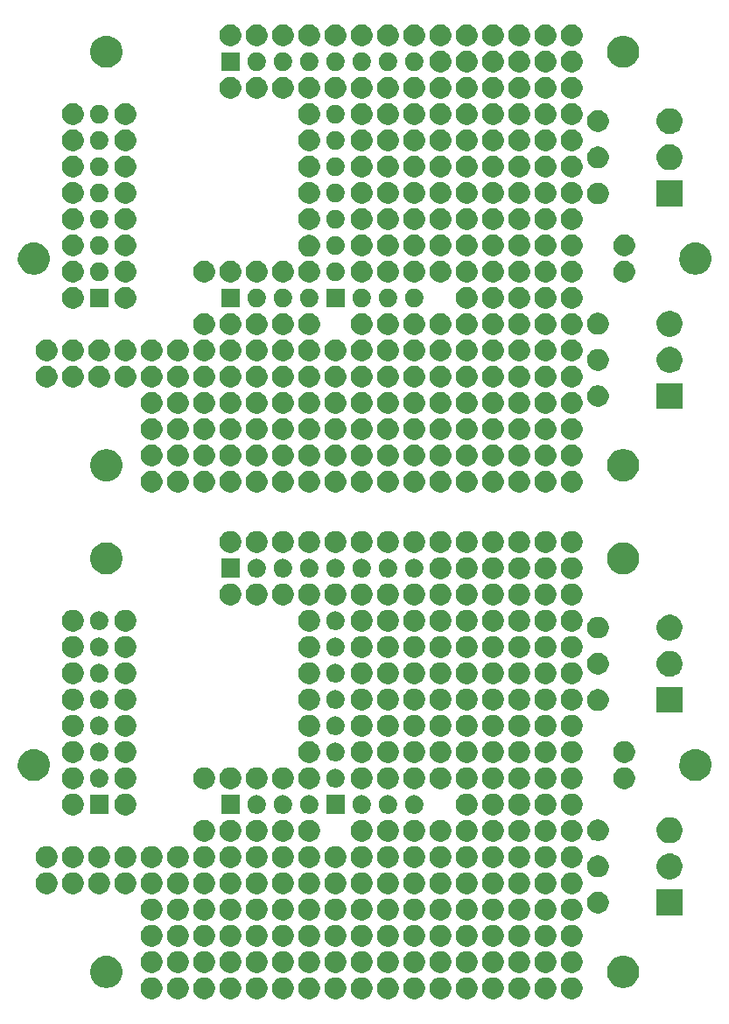
<source format=gbr>
G04 #@! TF.GenerationSoftware,KiCad,Pcbnew,5.1.5+dfsg1-2build2*
G04 #@! TF.CreationDate,2021-11-15T17:15:24-05:00*
G04 #@! TF.ProjectId,,58585858-5858-4585-9858-585858585858,rev?*
G04 #@! TF.SameCoordinates,Original*
G04 #@! TF.FileFunction,Soldermask,Top*
G04 #@! TF.FilePolarity,Negative*
%FSLAX46Y46*%
G04 Gerber Fmt 4.6, Leading zero omitted, Abs format (unit mm)*
G04 Created by KiCad (PCBNEW 5.1.5+dfsg1-2build2) date 2021-11-15 17:15:24*
%MOMM*%
%LPD*%
G04 APERTURE LIST*
%ADD10C,0.100000*%
G04 APERTURE END LIST*
D10*
G36*
X145405964Y-146136889D02*
G01*
X145597233Y-146216115D01*
X145597235Y-146216116D01*
X145769373Y-146331135D01*
X145915765Y-146477527D01*
X145961654Y-146546204D01*
X146030785Y-146649667D01*
X146110011Y-146840936D01*
X146150400Y-147043984D01*
X146150400Y-147251016D01*
X146110011Y-147454064D01*
X146030785Y-147645333D01*
X146030784Y-147645335D01*
X145915765Y-147817473D01*
X145769373Y-147963865D01*
X145597235Y-148078884D01*
X145597234Y-148078885D01*
X145597233Y-148078885D01*
X145405964Y-148158111D01*
X145202916Y-148198500D01*
X144995884Y-148198500D01*
X144792836Y-148158111D01*
X144601567Y-148078885D01*
X144601566Y-148078885D01*
X144601565Y-148078884D01*
X144429427Y-147963865D01*
X144283035Y-147817473D01*
X144168016Y-147645335D01*
X144168015Y-147645333D01*
X144088789Y-147454064D01*
X144048400Y-147251016D01*
X144048400Y-147043984D01*
X144088789Y-146840936D01*
X144168015Y-146649667D01*
X144237147Y-146546204D01*
X144283035Y-146477527D01*
X144429427Y-146331135D01*
X144601565Y-146216116D01*
X144601567Y-146216115D01*
X144792836Y-146136889D01*
X144995884Y-146096500D01*
X145202916Y-146096500D01*
X145405964Y-146136889D01*
G37*
G36*
X142865964Y-146136889D02*
G01*
X143057233Y-146216115D01*
X143057235Y-146216116D01*
X143229373Y-146331135D01*
X143375765Y-146477527D01*
X143421654Y-146546204D01*
X143490785Y-146649667D01*
X143570011Y-146840936D01*
X143610400Y-147043984D01*
X143610400Y-147251016D01*
X143570011Y-147454064D01*
X143490785Y-147645333D01*
X143490784Y-147645335D01*
X143375765Y-147817473D01*
X143229373Y-147963865D01*
X143057235Y-148078884D01*
X143057234Y-148078885D01*
X143057233Y-148078885D01*
X142865964Y-148158111D01*
X142662916Y-148198500D01*
X142455884Y-148198500D01*
X142252836Y-148158111D01*
X142061567Y-148078885D01*
X142061566Y-148078885D01*
X142061565Y-148078884D01*
X141889427Y-147963865D01*
X141743035Y-147817473D01*
X141628016Y-147645335D01*
X141628015Y-147645333D01*
X141548789Y-147454064D01*
X141508400Y-147251016D01*
X141508400Y-147043984D01*
X141548789Y-146840936D01*
X141628015Y-146649667D01*
X141697147Y-146546204D01*
X141743035Y-146477527D01*
X141889427Y-146331135D01*
X142061565Y-146216116D01*
X142061567Y-146216115D01*
X142252836Y-146136889D01*
X142455884Y-146096500D01*
X142662916Y-146096500D01*
X142865964Y-146136889D01*
G37*
G36*
X153025964Y-146136889D02*
G01*
X153217233Y-146216115D01*
X153217235Y-146216116D01*
X153389373Y-146331135D01*
X153535765Y-146477527D01*
X153581654Y-146546204D01*
X153650785Y-146649667D01*
X153730011Y-146840936D01*
X153770400Y-147043984D01*
X153770400Y-147251016D01*
X153730011Y-147454064D01*
X153650785Y-147645333D01*
X153650784Y-147645335D01*
X153535765Y-147817473D01*
X153389373Y-147963865D01*
X153217235Y-148078884D01*
X153217234Y-148078885D01*
X153217233Y-148078885D01*
X153025964Y-148158111D01*
X152822916Y-148198500D01*
X152615884Y-148198500D01*
X152412836Y-148158111D01*
X152221567Y-148078885D01*
X152221566Y-148078885D01*
X152221565Y-148078884D01*
X152049427Y-147963865D01*
X151903035Y-147817473D01*
X151788016Y-147645335D01*
X151788015Y-147645333D01*
X151708789Y-147454064D01*
X151668400Y-147251016D01*
X151668400Y-147043984D01*
X151708789Y-146840936D01*
X151788015Y-146649667D01*
X151857147Y-146546204D01*
X151903035Y-146477527D01*
X152049427Y-146331135D01*
X152221565Y-146216116D01*
X152221567Y-146216115D01*
X152412836Y-146136889D01*
X152615884Y-146096500D01*
X152822916Y-146096500D01*
X153025964Y-146136889D01*
G37*
G36*
X155565964Y-146136889D02*
G01*
X155757233Y-146216115D01*
X155757235Y-146216116D01*
X155929373Y-146331135D01*
X156075765Y-146477527D01*
X156121654Y-146546204D01*
X156190785Y-146649667D01*
X156270011Y-146840936D01*
X156310400Y-147043984D01*
X156310400Y-147251016D01*
X156270011Y-147454064D01*
X156190785Y-147645333D01*
X156190784Y-147645335D01*
X156075765Y-147817473D01*
X155929373Y-147963865D01*
X155757235Y-148078884D01*
X155757234Y-148078885D01*
X155757233Y-148078885D01*
X155565964Y-148158111D01*
X155362916Y-148198500D01*
X155155884Y-148198500D01*
X154952836Y-148158111D01*
X154761567Y-148078885D01*
X154761566Y-148078885D01*
X154761565Y-148078884D01*
X154589427Y-147963865D01*
X154443035Y-147817473D01*
X154328016Y-147645335D01*
X154328015Y-147645333D01*
X154248789Y-147454064D01*
X154208400Y-147251016D01*
X154208400Y-147043984D01*
X154248789Y-146840936D01*
X154328015Y-146649667D01*
X154397147Y-146546204D01*
X154443035Y-146477527D01*
X154589427Y-146331135D01*
X154761565Y-146216116D01*
X154761567Y-146216115D01*
X154952836Y-146136889D01*
X155155884Y-146096500D01*
X155362916Y-146096500D01*
X155565964Y-146136889D01*
G37*
G36*
X158105964Y-146136889D02*
G01*
X158297233Y-146216115D01*
X158297235Y-146216116D01*
X158469373Y-146331135D01*
X158615765Y-146477527D01*
X158661654Y-146546204D01*
X158730785Y-146649667D01*
X158810011Y-146840936D01*
X158850400Y-147043984D01*
X158850400Y-147251016D01*
X158810011Y-147454064D01*
X158730785Y-147645333D01*
X158730784Y-147645335D01*
X158615765Y-147817473D01*
X158469373Y-147963865D01*
X158297235Y-148078884D01*
X158297234Y-148078885D01*
X158297233Y-148078885D01*
X158105964Y-148158111D01*
X157902916Y-148198500D01*
X157695884Y-148198500D01*
X157492836Y-148158111D01*
X157301567Y-148078885D01*
X157301566Y-148078885D01*
X157301565Y-148078884D01*
X157129427Y-147963865D01*
X156983035Y-147817473D01*
X156868016Y-147645335D01*
X156868015Y-147645333D01*
X156788789Y-147454064D01*
X156748400Y-147251016D01*
X156748400Y-147043984D01*
X156788789Y-146840936D01*
X156868015Y-146649667D01*
X156937147Y-146546204D01*
X156983035Y-146477527D01*
X157129427Y-146331135D01*
X157301565Y-146216116D01*
X157301567Y-146216115D01*
X157492836Y-146136889D01*
X157695884Y-146096500D01*
X157902916Y-146096500D01*
X158105964Y-146136889D01*
G37*
G36*
X122545964Y-146136889D02*
G01*
X122737233Y-146216115D01*
X122737235Y-146216116D01*
X122909373Y-146331135D01*
X123055765Y-146477527D01*
X123101654Y-146546204D01*
X123170785Y-146649667D01*
X123250011Y-146840936D01*
X123290400Y-147043984D01*
X123290400Y-147251016D01*
X123250011Y-147454064D01*
X123170785Y-147645333D01*
X123170784Y-147645335D01*
X123055765Y-147817473D01*
X122909373Y-147963865D01*
X122737235Y-148078884D01*
X122737234Y-148078885D01*
X122737233Y-148078885D01*
X122545964Y-148158111D01*
X122342916Y-148198500D01*
X122135884Y-148198500D01*
X121932836Y-148158111D01*
X121741567Y-148078885D01*
X121741566Y-148078885D01*
X121741565Y-148078884D01*
X121569427Y-147963865D01*
X121423035Y-147817473D01*
X121308016Y-147645335D01*
X121308015Y-147645333D01*
X121228789Y-147454064D01*
X121188400Y-147251016D01*
X121188400Y-147043984D01*
X121228789Y-146840936D01*
X121308015Y-146649667D01*
X121377147Y-146546204D01*
X121423035Y-146477527D01*
X121569427Y-146331135D01*
X121741565Y-146216116D01*
X121741567Y-146216115D01*
X121932836Y-146136889D01*
X122135884Y-146096500D01*
X122342916Y-146096500D01*
X122545964Y-146136889D01*
G37*
G36*
X163185964Y-146136889D02*
G01*
X163377233Y-146216115D01*
X163377235Y-146216116D01*
X163549373Y-146331135D01*
X163695765Y-146477527D01*
X163741654Y-146546204D01*
X163810785Y-146649667D01*
X163890011Y-146840936D01*
X163930400Y-147043984D01*
X163930400Y-147251016D01*
X163890011Y-147454064D01*
X163810785Y-147645333D01*
X163810784Y-147645335D01*
X163695765Y-147817473D01*
X163549373Y-147963865D01*
X163377235Y-148078884D01*
X163377234Y-148078885D01*
X163377233Y-148078885D01*
X163185964Y-148158111D01*
X162982916Y-148198500D01*
X162775884Y-148198500D01*
X162572836Y-148158111D01*
X162381567Y-148078885D01*
X162381566Y-148078885D01*
X162381565Y-148078884D01*
X162209427Y-147963865D01*
X162063035Y-147817473D01*
X161948016Y-147645335D01*
X161948015Y-147645333D01*
X161868789Y-147454064D01*
X161828400Y-147251016D01*
X161828400Y-147043984D01*
X161868789Y-146840936D01*
X161948015Y-146649667D01*
X162017147Y-146546204D01*
X162063035Y-146477527D01*
X162209427Y-146331135D01*
X162381565Y-146216116D01*
X162381567Y-146216115D01*
X162572836Y-146136889D01*
X162775884Y-146096500D01*
X162982916Y-146096500D01*
X163185964Y-146136889D01*
G37*
G36*
X127625964Y-146136889D02*
G01*
X127817233Y-146216115D01*
X127817235Y-146216116D01*
X127989373Y-146331135D01*
X128135765Y-146477527D01*
X128181654Y-146546204D01*
X128250785Y-146649667D01*
X128330011Y-146840936D01*
X128370400Y-147043984D01*
X128370400Y-147251016D01*
X128330011Y-147454064D01*
X128250785Y-147645333D01*
X128250784Y-147645335D01*
X128135765Y-147817473D01*
X127989373Y-147963865D01*
X127817235Y-148078884D01*
X127817234Y-148078885D01*
X127817233Y-148078885D01*
X127625964Y-148158111D01*
X127422916Y-148198500D01*
X127215884Y-148198500D01*
X127012836Y-148158111D01*
X126821567Y-148078885D01*
X126821566Y-148078885D01*
X126821565Y-148078884D01*
X126649427Y-147963865D01*
X126503035Y-147817473D01*
X126388016Y-147645335D01*
X126388015Y-147645333D01*
X126308789Y-147454064D01*
X126268400Y-147251016D01*
X126268400Y-147043984D01*
X126308789Y-146840936D01*
X126388015Y-146649667D01*
X126457147Y-146546204D01*
X126503035Y-146477527D01*
X126649427Y-146331135D01*
X126821565Y-146216116D01*
X126821567Y-146216115D01*
X127012836Y-146136889D01*
X127215884Y-146096500D01*
X127422916Y-146096500D01*
X127625964Y-146136889D01*
G37*
G36*
X160645964Y-146136889D02*
G01*
X160837233Y-146216115D01*
X160837235Y-146216116D01*
X161009373Y-146331135D01*
X161155765Y-146477527D01*
X161201654Y-146546204D01*
X161270785Y-146649667D01*
X161350011Y-146840936D01*
X161390400Y-147043984D01*
X161390400Y-147251016D01*
X161350011Y-147454064D01*
X161270785Y-147645333D01*
X161270784Y-147645335D01*
X161155765Y-147817473D01*
X161009373Y-147963865D01*
X160837235Y-148078884D01*
X160837234Y-148078885D01*
X160837233Y-148078885D01*
X160645964Y-148158111D01*
X160442916Y-148198500D01*
X160235884Y-148198500D01*
X160032836Y-148158111D01*
X159841567Y-148078885D01*
X159841566Y-148078885D01*
X159841565Y-148078884D01*
X159669427Y-147963865D01*
X159523035Y-147817473D01*
X159408016Y-147645335D01*
X159408015Y-147645333D01*
X159328789Y-147454064D01*
X159288400Y-147251016D01*
X159288400Y-147043984D01*
X159328789Y-146840936D01*
X159408015Y-146649667D01*
X159477147Y-146546204D01*
X159523035Y-146477527D01*
X159669427Y-146331135D01*
X159841565Y-146216116D01*
X159841567Y-146216115D01*
X160032836Y-146136889D01*
X160235884Y-146096500D01*
X160442916Y-146096500D01*
X160645964Y-146136889D01*
G37*
G36*
X125085964Y-146136889D02*
G01*
X125277233Y-146216115D01*
X125277235Y-146216116D01*
X125449373Y-146331135D01*
X125595765Y-146477527D01*
X125641654Y-146546204D01*
X125710785Y-146649667D01*
X125790011Y-146840936D01*
X125830400Y-147043984D01*
X125830400Y-147251016D01*
X125790011Y-147454064D01*
X125710785Y-147645333D01*
X125710784Y-147645335D01*
X125595765Y-147817473D01*
X125449373Y-147963865D01*
X125277235Y-148078884D01*
X125277234Y-148078885D01*
X125277233Y-148078885D01*
X125085964Y-148158111D01*
X124882916Y-148198500D01*
X124675884Y-148198500D01*
X124472836Y-148158111D01*
X124281567Y-148078885D01*
X124281566Y-148078885D01*
X124281565Y-148078884D01*
X124109427Y-147963865D01*
X123963035Y-147817473D01*
X123848016Y-147645335D01*
X123848015Y-147645333D01*
X123768789Y-147454064D01*
X123728400Y-147251016D01*
X123728400Y-147043984D01*
X123768789Y-146840936D01*
X123848015Y-146649667D01*
X123917147Y-146546204D01*
X123963035Y-146477527D01*
X124109427Y-146331135D01*
X124281565Y-146216116D01*
X124281567Y-146216115D01*
X124472836Y-146136889D01*
X124675884Y-146096500D01*
X124882916Y-146096500D01*
X125085964Y-146136889D01*
G37*
G36*
X140325964Y-146136889D02*
G01*
X140517233Y-146216115D01*
X140517235Y-146216116D01*
X140689373Y-146331135D01*
X140835765Y-146477527D01*
X140881654Y-146546204D01*
X140950785Y-146649667D01*
X141030011Y-146840936D01*
X141070400Y-147043984D01*
X141070400Y-147251016D01*
X141030011Y-147454064D01*
X140950785Y-147645333D01*
X140950784Y-147645335D01*
X140835765Y-147817473D01*
X140689373Y-147963865D01*
X140517235Y-148078884D01*
X140517234Y-148078885D01*
X140517233Y-148078885D01*
X140325964Y-148158111D01*
X140122916Y-148198500D01*
X139915884Y-148198500D01*
X139712836Y-148158111D01*
X139521567Y-148078885D01*
X139521566Y-148078885D01*
X139521565Y-148078884D01*
X139349427Y-147963865D01*
X139203035Y-147817473D01*
X139088016Y-147645335D01*
X139088015Y-147645333D01*
X139008789Y-147454064D01*
X138968400Y-147251016D01*
X138968400Y-147043984D01*
X139008789Y-146840936D01*
X139088015Y-146649667D01*
X139157147Y-146546204D01*
X139203035Y-146477527D01*
X139349427Y-146331135D01*
X139521565Y-146216116D01*
X139521567Y-146216115D01*
X139712836Y-146136889D01*
X139915884Y-146096500D01*
X140122916Y-146096500D01*
X140325964Y-146136889D01*
G37*
G36*
X130165964Y-146136889D02*
G01*
X130357233Y-146216115D01*
X130357235Y-146216116D01*
X130529373Y-146331135D01*
X130675765Y-146477527D01*
X130721654Y-146546204D01*
X130790785Y-146649667D01*
X130870011Y-146840936D01*
X130910400Y-147043984D01*
X130910400Y-147251016D01*
X130870011Y-147454064D01*
X130790785Y-147645333D01*
X130790784Y-147645335D01*
X130675765Y-147817473D01*
X130529373Y-147963865D01*
X130357235Y-148078884D01*
X130357234Y-148078885D01*
X130357233Y-148078885D01*
X130165964Y-148158111D01*
X129962916Y-148198500D01*
X129755884Y-148198500D01*
X129552836Y-148158111D01*
X129361567Y-148078885D01*
X129361566Y-148078885D01*
X129361565Y-148078884D01*
X129189427Y-147963865D01*
X129043035Y-147817473D01*
X128928016Y-147645335D01*
X128928015Y-147645333D01*
X128848789Y-147454064D01*
X128808400Y-147251016D01*
X128808400Y-147043984D01*
X128848789Y-146840936D01*
X128928015Y-146649667D01*
X128997147Y-146546204D01*
X129043035Y-146477527D01*
X129189427Y-146331135D01*
X129361565Y-146216116D01*
X129361567Y-146216115D01*
X129552836Y-146136889D01*
X129755884Y-146096500D01*
X129962916Y-146096500D01*
X130165964Y-146136889D01*
G37*
G36*
X132705964Y-146136889D02*
G01*
X132897233Y-146216115D01*
X132897235Y-146216116D01*
X133069373Y-146331135D01*
X133215765Y-146477527D01*
X133261654Y-146546204D01*
X133330785Y-146649667D01*
X133410011Y-146840936D01*
X133450400Y-147043984D01*
X133450400Y-147251016D01*
X133410011Y-147454064D01*
X133330785Y-147645333D01*
X133330784Y-147645335D01*
X133215765Y-147817473D01*
X133069373Y-147963865D01*
X132897235Y-148078884D01*
X132897234Y-148078885D01*
X132897233Y-148078885D01*
X132705964Y-148158111D01*
X132502916Y-148198500D01*
X132295884Y-148198500D01*
X132092836Y-148158111D01*
X131901567Y-148078885D01*
X131901566Y-148078885D01*
X131901565Y-148078884D01*
X131729427Y-147963865D01*
X131583035Y-147817473D01*
X131468016Y-147645335D01*
X131468015Y-147645333D01*
X131388789Y-147454064D01*
X131348400Y-147251016D01*
X131348400Y-147043984D01*
X131388789Y-146840936D01*
X131468015Y-146649667D01*
X131537147Y-146546204D01*
X131583035Y-146477527D01*
X131729427Y-146331135D01*
X131901565Y-146216116D01*
X131901567Y-146216115D01*
X132092836Y-146136889D01*
X132295884Y-146096500D01*
X132502916Y-146096500D01*
X132705964Y-146136889D01*
G37*
G36*
X150485964Y-146136889D02*
G01*
X150677233Y-146216115D01*
X150677235Y-146216116D01*
X150849373Y-146331135D01*
X150995765Y-146477527D01*
X151041654Y-146546204D01*
X151110785Y-146649667D01*
X151190011Y-146840936D01*
X151230400Y-147043984D01*
X151230400Y-147251016D01*
X151190011Y-147454064D01*
X151110785Y-147645333D01*
X151110784Y-147645335D01*
X150995765Y-147817473D01*
X150849373Y-147963865D01*
X150677235Y-148078884D01*
X150677234Y-148078885D01*
X150677233Y-148078885D01*
X150485964Y-148158111D01*
X150282916Y-148198500D01*
X150075884Y-148198500D01*
X149872836Y-148158111D01*
X149681567Y-148078885D01*
X149681566Y-148078885D01*
X149681565Y-148078884D01*
X149509427Y-147963865D01*
X149363035Y-147817473D01*
X149248016Y-147645335D01*
X149248015Y-147645333D01*
X149168789Y-147454064D01*
X149128400Y-147251016D01*
X149128400Y-147043984D01*
X149168789Y-146840936D01*
X149248015Y-146649667D01*
X149317147Y-146546204D01*
X149363035Y-146477527D01*
X149509427Y-146331135D01*
X149681565Y-146216116D01*
X149681567Y-146216115D01*
X149872836Y-146136889D01*
X150075884Y-146096500D01*
X150282916Y-146096500D01*
X150485964Y-146136889D01*
G37*
G36*
X147945964Y-146136889D02*
G01*
X148137233Y-146216115D01*
X148137235Y-146216116D01*
X148309373Y-146331135D01*
X148455765Y-146477527D01*
X148501654Y-146546204D01*
X148570785Y-146649667D01*
X148650011Y-146840936D01*
X148690400Y-147043984D01*
X148690400Y-147251016D01*
X148650011Y-147454064D01*
X148570785Y-147645333D01*
X148570784Y-147645335D01*
X148455765Y-147817473D01*
X148309373Y-147963865D01*
X148137235Y-148078884D01*
X148137234Y-148078885D01*
X148137233Y-148078885D01*
X147945964Y-148158111D01*
X147742916Y-148198500D01*
X147535884Y-148198500D01*
X147332836Y-148158111D01*
X147141567Y-148078885D01*
X147141566Y-148078885D01*
X147141565Y-148078884D01*
X146969427Y-147963865D01*
X146823035Y-147817473D01*
X146708016Y-147645335D01*
X146708015Y-147645333D01*
X146628789Y-147454064D01*
X146588400Y-147251016D01*
X146588400Y-147043984D01*
X146628789Y-146840936D01*
X146708015Y-146649667D01*
X146777147Y-146546204D01*
X146823035Y-146477527D01*
X146969427Y-146331135D01*
X147141565Y-146216116D01*
X147141567Y-146216115D01*
X147332836Y-146136889D01*
X147535884Y-146096500D01*
X147742916Y-146096500D01*
X147945964Y-146136889D01*
G37*
G36*
X137785964Y-146136889D02*
G01*
X137977233Y-146216115D01*
X137977235Y-146216116D01*
X138149373Y-146331135D01*
X138295765Y-146477527D01*
X138341654Y-146546204D01*
X138410785Y-146649667D01*
X138490011Y-146840936D01*
X138530400Y-147043984D01*
X138530400Y-147251016D01*
X138490011Y-147454064D01*
X138410785Y-147645333D01*
X138410784Y-147645335D01*
X138295765Y-147817473D01*
X138149373Y-147963865D01*
X137977235Y-148078884D01*
X137977234Y-148078885D01*
X137977233Y-148078885D01*
X137785964Y-148158111D01*
X137582916Y-148198500D01*
X137375884Y-148198500D01*
X137172836Y-148158111D01*
X136981567Y-148078885D01*
X136981566Y-148078885D01*
X136981565Y-148078884D01*
X136809427Y-147963865D01*
X136663035Y-147817473D01*
X136548016Y-147645335D01*
X136548015Y-147645333D01*
X136468789Y-147454064D01*
X136428400Y-147251016D01*
X136428400Y-147043984D01*
X136468789Y-146840936D01*
X136548015Y-146649667D01*
X136617147Y-146546204D01*
X136663035Y-146477527D01*
X136809427Y-146331135D01*
X136981565Y-146216116D01*
X136981567Y-146216115D01*
X137172836Y-146136889D01*
X137375884Y-146096500D01*
X137582916Y-146096500D01*
X137785964Y-146136889D01*
G37*
G36*
X135245964Y-146136889D02*
G01*
X135437233Y-146216115D01*
X135437235Y-146216116D01*
X135609373Y-146331135D01*
X135755765Y-146477527D01*
X135801654Y-146546204D01*
X135870785Y-146649667D01*
X135950011Y-146840936D01*
X135990400Y-147043984D01*
X135990400Y-147251016D01*
X135950011Y-147454064D01*
X135870785Y-147645333D01*
X135870784Y-147645335D01*
X135755765Y-147817473D01*
X135609373Y-147963865D01*
X135437235Y-148078884D01*
X135437234Y-148078885D01*
X135437233Y-148078885D01*
X135245964Y-148158111D01*
X135042916Y-148198500D01*
X134835884Y-148198500D01*
X134632836Y-148158111D01*
X134441567Y-148078885D01*
X134441566Y-148078885D01*
X134441565Y-148078884D01*
X134269427Y-147963865D01*
X134123035Y-147817473D01*
X134008016Y-147645335D01*
X134008015Y-147645333D01*
X133928789Y-147454064D01*
X133888400Y-147251016D01*
X133888400Y-147043984D01*
X133928789Y-146840936D01*
X134008015Y-146649667D01*
X134077147Y-146546204D01*
X134123035Y-146477527D01*
X134269427Y-146331135D01*
X134441565Y-146216116D01*
X134441567Y-146216115D01*
X134632836Y-146136889D01*
X134835884Y-146096500D01*
X135042916Y-146096500D01*
X135245964Y-146136889D01*
G37*
G36*
X168161985Y-144036302D02*
G01*
X168311810Y-144066104D01*
X168594074Y-144183021D01*
X168848105Y-144352759D01*
X169064141Y-144568795D01*
X169233879Y-144822826D01*
X169350796Y-145105090D01*
X169410400Y-145404740D01*
X169410400Y-145710260D01*
X169350796Y-146009910D01*
X169233879Y-146292174D01*
X169064141Y-146546205D01*
X168848105Y-146762241D01*
X168594074Y-146931979D01*
X168311810Y-147048896D01*
X168161985Y-147078698D01*
X168012161Y-147108500D01*
X167706639Y-147108500D01*
X167556815Y-147078698D01*
X167406990Y-147048896D01*
X167124726Y-146931979D01*
X166870695Y-146762241D01*
X166654659Y-146546205D01*
X166484921Y-146292174D01*
X166368004Y-146009910D01*
X166308400Y-145710260D01*
X166308400Y-145404740D01*
X166368004Y-145105090D01*
X166484921Y-144822826D01*
X166654659Y-144568795D01*
X166870695Y-144352759D01*
X167124726Y-144183021D01*
X167406990Y-144066104D01*
X167556815Y-144036302D01*
X167706639Y-144006500D01*
X168012161Y-144006500D01*
X168161985Y-144036302D01*
G37*
G36*
X118161985Y-144036302D02*
G01*
X118311810Y-144066104D01*
X118594074Y-144183021D01*
X118848105Y-144352759D01*
X119064141Y-144568795D01*
X119233879Y-144822826D01*
X119350796Y-145105090D01*
X119410400Y-145404740D01*
X119410400Y-145710260D01*
X119350796Y-146009910D01*
X119233879Y-146292174D01*
X119064141Y-146546205D01*
X118848105Y-146762241D01*
X118594074Y-146931979D01*
X118311810Y-147048896D01*
X118161985Y-147078698D01*
X118012161Y-147108500D01*
X117706639Y-147108500D01*
X117556815Y-147078698D01*
X117406990Y-147048896D01*
X117124726Y-146931979D01*
X116870695Y-146762241D01*
X116654659Y-146546205D01*
X116484921Y-146292174D01*
X116368004Y-146009910D01*
X116308400Y-145710260D01*
X116308400Y-145404740D01*
X116368004Y-145105090D01*
X116484921Y-144822826D01*
X116654659Y-144568795D01*
X116870695Y-144352759D01*
X117124726Y-144183021D01*
X117406990Y-144066104D01*
X117556815Y-144036302D01*
X117706639Y-144006500D01*
X118012161Y-144006500D01*
X118161985Y-144036302D01*
G37*
G36*
X145405964Y-143596889D02*
G01*
X145597233Y-143676115D01*
X145597235Y-143676116D01*
X145769373Y-143791135D01*
X145915765Y-143937527D01*
X146030785Y-144109667D01*
X146110011Y-144300936D01*
X146150400Y-144503984D01*
X146150400Y-144711016D01*
X146110011Y-144914064D01*
X146030885Y-145105091D01*
X146030784Y-145105335D01*
X145915765Y-145277473D01*
X145769373Y-145423865D01*
X145597235Y-145538884D01*
X145597234Y-145538885D01*
X145597233Y-145538885D01*
X145405964Y-145618111D01*
X145202916Y-145658500D01*
X144995884Y-145658500D01*
X144792836Y-145618111D01*
X144601567Y-145538885D01*
X144601566Y-145538885D01*
X144601565Y-145538884D01*
X144429427Y-145423865D01*
X144283035Y-145277473D01*
X144168016Y-145105335D01*
X144167915Y-145105091D01*
X144088789Y-144914064D01*
X144048400Y-144711016D01*
X144048400Y-144503984D01*
X144088789Y-144300936D01*
X144168015Y-144109667D01*
X144283035Y-143937527D01*
X144429427Y-143791135D01*
X144601565Y-143676116D01*
X144601567Y-143676115D01*
X144792836Y-143596889D01*
X144995884Y-143556500D01*
X145202916Y-143556500D01*
X145405964Y-143596889D01*
G37*
G36*
X153025964Y-143596889D02*
G01*
X153217233Y-143676115D01*
X153217235Y-143676116D01*
X153389373Y-143791135D01*
X153535765Y-143937527D01*
X153650785Y-144109667D01*
X153730011Y-144300936D01*
X153770400Y-144503984D01*
X153770400Y-144711016D01*
X153730011Y-144914064D01*
X153650885Y-145105091D01*
X153650784Y-145105335D01*
X153535765Y-145277473D01*
X153389373Y-145423865D01*
X153217235Y-145538884D01*
X153217234Y-145538885D01*
X153217233Y-145538885D01*
X153025964Y-145618111D01*
X152822916Y-145658500D01*
X152615884Y-145658500D01*
X152412836Y-145618111D01*
X152221567Y-145538885D01*
X152221566Y-145538885D01*
X152221565Y-145538884D01*
X152049427Y-145423865D01*
X151903035Y-145277473D01*
X151788016Y-145105335D01*
X151787915Y-145105091D01*
X151708789Y-144914064D01*
X151668400Y-144711016D01*
X151668400Y-144503984D01*
X151708789Y-144300936D01*
X151788015Y-144109667D01*
X151903035Y-143937527D01*
X152049427Y-143791135D01*
X152221565Y-143676116D01*
X152221567Y-143676115D01*
X152412836Y-143596889D01*
X152615884Y-143556500D01*
X152822916Y-143556500D01*
X153025964Y-143596889D01*
G37*
G36*
X155565964Y-143596889D02*
G01*
X155757233Y-143676115D01*
X155757235Y-143676116D01*
X155929373Y-143791135D01*
X156075765Y-143937527D01*
X156190785Y-144109667D01*
X156270011Y-144300936D01*
X156310400Y-144503984D01*
X156310400Y-144711016D01*
X156270011Y-144914064D01*
X156190885Y-145105091D01*
X156190784Y-145105335D01*
X156075765Y-145277473D01*
X155929373Y-145423865D01*
X155757235Y-145538884D01*
X155757234Y-145538885D01*
X155757233Y-145538885D01*
X155565964Y-145618111D01*
X155362916Y-145658500D01*
X155155884Y-145658500D01*
X154952836Y-145618111D01*
X154761567Y-145538885D01*
X154761566Y-145538885D01*
X154761565Y-145538884D01*
X154589427Y-145423865D01*
X154443035Y-145277473D01*
X154328016Y-145105335D01*
X154327915Y-145105091D01*
X154248789Y-144914064D01*
X154208400Y-144711016D01*
X154208400Y-144503984D01*
X154248789Y-144300936D01*
X154328015Y-144109667D01*
X154443035Y-143937527D01*
X154589427Y-143791135D01*
X154761565Y-143676116D01*
X154761567Y-143676115D01*
X154952836Y-143596889D01*
X155155884Y-143556500D01*
X155362916Y-143556500D01*
X155565964Y-143596889D01*
G37*
G36*
X158105964Y-143596889D02*
G01*
X158297233Y-143676115D01*
X158297235Y-143676116D01*
X158469373Y-143791135D01*
X158615765Y-143937527D01*
X158730785Y-144109667D01*
X158810011Y-144300936D01*
X158850400Y-144503984D01*
X158850400Y-144711016D01*
X158810011Y-144914064D01*
X158730885Y-145105091D01*
X158730784Y-145105335D01*
X158615765Y-145277473D01*
X158469373Y-145423865D01*
X158297235Y-145538884D01*
X158297234Y-145538885D01*
X158297233Y-145538885D01*
X158105964Y-145618111D01*
X157902916Y-145658500D01*
X157695884Y-145658500D01*
X157492836Y-145618111D01*
X157301567Y-145538885D01*
X157301566Y-145538885D01*
X157301565Y-145538884D01*
X157129427Y-145423865D01*
X156983035Y-145277473D01*
X156868016Y-145105335D01*
X156867915Y-145105091D01*
X156788789Y-144914064D01*
X156748400Y-144711016D01*
X156748400Y-144503984D01*
X156788789Y-144300936D01*
X156868015Y-144109667D01*
X156983035Y-143937527D01*
X157129427Y-143791135D01*
X157301565Y-143676116D01*
X157301567Y-143676115D01*
X157492836Y-143596889D01*
X157695884Y-143556500D01*
X157902916Y-143556500D01*
X158105964Y-143596889D01*
G37*
G36*
X160645964Y-143596889D02*
G01*
X160837233Y-143676115D01*
X160837235Y-143676116D01*
X161009373Y-143791135D01*
X161155765Y-143937527D01*
X161270785Y-144109667D01*
X161350011Y-144300936D01*
X161390400Y-144503984D01*
X161390400Y-144711016D01*
X161350011Y-144914064D01*
X161270885Y-145105091D01*
X161270784Y-145105335D01*
X161155765Y-145277473D01*
X161009373Y-145423865D01*
X160837235Y-145538884D01*
X160837234Y-145538885D01*
X160837233Y-145538885D01*
X160645964Y-145618111D01*
X160442916Y-145658500D01*
X160235884Y-145658500D01*
X160032836Y-145618111D01*
X159841567Y-145538885D01*
X159841566Y-145538885D01*
X159841565Y-145538884D01*
X159669427Y-145423865D01*
X159523035Y-145277473D01*
X159408016Y-145105335D01*
X159407915Y-145105091D01*
X159328789Y-144914064D01*
X159288400Y-144711016D01*
X159288400Y-144503984D01*
X159328789Y-144300936D01*
X159408015Y-144109667D01*
X159523035Y-143937527D01*
X159669427Y-143791135D01*
X159841565Y-143676116D01*
X159841567Y-143676115D01*
X160032836Y-143596889D01*
X160235884Y-143556500D01*
X160442916Y-143556500D01*
X160645964Y-143596889D01*
G37*
G36*
X130165964Y-143596889D02*
G01*
X130357233Y-143676115D01*
X130357235Y-143676116D01*
X130529373Y-143791135D01*
X130675765Y-143937527D01*
X130790785Y-144109667D01*
X130870011Y-144300936D01*
X130910400Y-144503984D01*
X130910400Y-144711016D01*
X130870011Y-144914064D01*
X130790885Y-145105091D01*
X130790784Y-145105335D01*
X130675765Y-145277473D01*
X130529373Y-145423865D01*
X130357235Y-145538884D01*
X130357234Y-145538885D01*
X130357233Y-145538885D01*
X130165964Y-145618111D01*
X129962916Y-145658500D01*
X129755884Y-145658500D01*
X129552836Y-145618111D01*
X129361567Y-145538885D01*
X129361566Y-145538885D01*
X129361565Y-145538884D01*
X129189427Y-145423865D01*
X129043035Y-145277473D01*
X128928016Y-145105335D01*
X128927915Y-145105091D01*
X128848789Y-144914064D01*
X128808400Y-144711016D01*
X128808400Y-144503984D01*
X128848789Y-144300936D01*
X128928015Y-144109667D01*
X129043035Y-143937527D01*
X129189427Y-143791135D01*
X129361565Y-143676116D01*
X129361567Y-143676115D01*
X129552836Y-143596889D01*
X129755884Y-143556500D01*
X129962916Y-143556500D01*
X130165964Y-143596889D01*
G37*
G36*
X142865964Y-143596889D02*
G01*
X143057233Y-143676115D01*
X143057235Y-143676116D01*
X143229373Y-143791135D01*
X143375765Y-143937527D01*
X143490785Y-144109667D01*
X143570011Y-144300936D01*
X143610400Y-144503984D01*
X143610400Y-144711016D01*
X143570011Y-144914064D01*
X143490885Y-145105091D01*
X143490784Y-145105335D01*
X143375765Y-145277473D01*
X143229373Y-145423865D01*
X143057235Y-145538884D01*
X143057234Y-145538885D01*
X143057233Y-145538885D01*
X142865964Y-145618111D01*
X142662916Y-145658500D01*
X142455884Y-145658500D01*
X142252836Y-145618111D01*
X142061567Y-145538885D01*
X142061566Y-145538885D01*
X142061565Y-145538884D01*
X141889427Y-145423865D01*
X141743035Y-145277473D01*
X141628016Y-145105335D01*
X141627915Y-145105091D01*
X141548789Y-144914064D01*
X141508400Y-144711016D01*
X141508400Y-144503984D01*
X141548789Y-144300936D01*
X141628015Y-144109667D01*
X141743035Y-143937527D01*
X141889427Y-143791135D01*
X142061565Y-143676116D01*
X142061567Y-143676115D01*
X142252836Y-143596889D01*
X142455884Y-143556500D01*
X142662916Y-143556500D01*
X142865964Y-143596889D01*
G37*
G36*
X127625964Y-143596889D02*
G01*
X127817233Y-143676115D01*
X127817235Y-143676116D01*
X127989373Y-143791135D01*
X128135765Y-143937527D01*
X128250785Y-144109667D01*
X128330011Y-144300936D01*
X128370400Y-144503984D01*
X128370400Y-144711016D01*
X128330011Y-144914064D01*
X128250885Y-145105091D01*
X128250784Y-145105335D01*
X128135765Y-145277473D01*
X127989373Y-145423865D01*
X127817235Y-145538884D01*
X127817234Y-145538885D01*
X127817233Y-145538885D01*
X127625964Y-145618111D01*
X127422916Y-145658500D01*
X127215884Y-145658500D01*
X127012836Y-145618111D01*
X126821567Y-145538885D01*
X126821566Y-145538885D01*
X126821565Y-145538884D01*
X126649427Y-145423865D01*
X126503035Y-145277473D01*
X126388016Y-145105335D01*
X126387915Y-145105091D01*
X126308789Y-144914064D01*
X126268400Y-144711016D01*
X126268400Y-144503984D01*
X126308789Y-144300936D01*
X126388015Y-144109667D01*
X126503035Y-143937527D01*
X126649427Y-143791135D01*
X126821565Y-143676116D01*
X126821567Y-143676115D01*
X127012836Y-143596889D01*
X127215884Y-143556500D01*
X127422916Y-143556500D01*
X127625964Y-143596889D01*
G37*
G36*
X163185964Y-143596889D02*
G01*
X163377233Y-143676115D01*
X163377235Y-143676116D01*
X163549373Y-143791135D01*
X163695765Y-143937527D01*
X163810785Y-144109667D01*
X163890011Y-144300936D01*
X163930400Y-144503984D01*
X163930400Y-144711016D01*
X163890011Y-144914064D01*
X163810885Y-145105091D01*
X163810784Y-145105335D01*
X163695765Y-145277473D01*
X163549373Y-145423865D01*
X163377235Y-145538884D01*
X163377234Y-145538885D01*
X163377233Y-145538885D01*
X163185964Y-145618111D01*
X162982916Y-145658500D01*
X162775884Y-145658500D01*
X162572836Y-145618111D01*
X162381567Y-145538885D01*
X162381566Y-145538885D01*
X162381565Y-145538884D01*
X162209427Y-145423865D01*
X162063035Y-145277473D01*
X161948016Y-145105335D01*
X161947915Y-145105091D01*
X161868789Y-144914064D01*
X161828400Y-144711016D01*
X161828400Y-144503984D01*
X161868789Y-144300936D01*
X161948015Y-144109667D01*
X162063035Y-143937527D01*
X162209427Y-143791135D01*
X162381565Y-143676116D01*
X162381567Y-143676115D01*
X162572836Y-143596889D01*
X162775884Y-143556500D01*
X162982916Y-143556500D01*
X163185964Y-143596889D01*
G37*
G36*
X150485964Y-143596889D02*
G01*
X150677233Y-143676115D01*
X150677235Y-143676116D01*
X150849373Y-143791135D01*
X150995765Y-143937527D01*
X151110785Y-144109667D01*
X151190011Y-144300936D01*
X151230400Y-144503984D01*
X151230400Y-144711016D01*
X151190011Y-144914064D01*
X151110885Y-145105091D01*
X151110784Y-145105335D01*
X150995765Y-145277473D01*
X150849373Y-145423865D01*
X150677235Y-145538884D01*
X150677234Y-145538885D01*
X150677233Y-145538885D01*
X150485964Y-145618111D01*
X150282916Y-145658500D01*
X150075884Y-145658500D01*
X149872836Y-145618111D01*
X149681567Y-145538885D01*
X149681566Y-145538885D01*
X149681565Y-145538884D01*
X149509427Y-145423865D01*
X149363035Y-145277473D01*
X149248016Y-145105335D01*
X149247915Y-145105091D01*
X149168789Y-144914064D01*
X149128400Y-144711016D01*
X149128400Y-144503984D01*
X149168789Y-144300936D01*
X149248015Y-144109667D01*
X149363035Y-143937527D01*
X149509427Y-143791135D01*
X149681565Y-143676116D01*
X149681567Y-143676115D01*
X149872836Y-143596889D01*
X150075884Y-143556500D01*
X150282916Y-143556500D01*
X150485964Y-143596889D01*
G37*
G36*
X125085964Y-143596889D02*
G01*
X125277233Y-143676115D01*
X125277235Y-143676116D01*
X125449373Y-143791135D01*
X125595765Y-143937527D01*
X125710785Y-144109667D01*
X125790011Y-144300936D01*
X125830400Y-144503984D01*
X125830400Y-144711016D01*
X125790011Y-144914064D01*
X125710885Y-145105091D01*
X125710784Y-145105335D01*
X125595765Y-145277473D01*
X125449373Y-145423865D01*
X125277235Y-145538884D01*
X125277234Y-145538885D01*
X125277233Y-145538885D01*
X125085964Y-145618111D01*
X124882916Y-145658500D01*
X124675884Y-145658500D01*
X124472836Y-145618111D01*
X124281567Y-145538885D01*
X124281566Y-145538885D01*
X124281565Y-145538884D01*
X124109427Y-145423865D01*
X123963035Y-145277473D01*
X123848016Y-145105335D01*
X123847915Y-145105091D01*
X123768789Y-144914064D01*
X123728400Y-144711016D01*
X123728400Y-144503984D01*
X123768789Y-144300936D01*
X123848015Y-144109667D01*
X123963035Y-143937527D01*
X124109427Y-143791135D01*
X124281565Y-143676116D01*
X124281567Y-143676115D01*
X124472836Y-143596889D01*
X124675884Y-143556500D01*
X124882916Y-143556500D01*
X125085964Y-143596889D01*
G37*
G36*
X140325964Y-143596889D02*
G01*
X140517233Y-143676115D01*
X140517235Y-143676116D01*
X140689373Y-143791135D01*
X140835765Y-143937527D01*
X140950785Y-144109667D01*
X141030011Y-144300936D01*
X141070400Y-144503984D01*
X141070400Y-144711016D01*
X141030011Y-144914064D01*
X140950885Y-145105091D01*
X140950784Y-145105335D01*
X140835765Y-145277473D01*
X140689373Y-145423865D01*
X140517235Y-145538884D01*
X140517234Y-145538885D01*
X140517233Y-145538885D01*
X140325964Y-145618111D01*
X140122916Y-145658500D01*
X139915884Y-145658500D01*
X139712836Y-145618111D01*
X139521567Y-145538885D01*
X139521566Y-145538885D01*
X139521565Y-145538884D01*
X139349427Y-145423865D01*
X139203035Y-145277473D01*
X139088016Y-145105335D01*
X139087915Y-145105091D01*
X139008789Y-144914064D01*
X138968400Y-144711016D01*
X138968400Y-144503984D01*
X139008789Y-144300936D01*
X139088015Y-144109667D01*
X139203035Y-143937527D01*
X139349427Y-143791135D01*
X139521565Y-143676116D01*
X139521567Y-143676115D01*
X139712836Y-143596889D01*
X139915884Y-143556500D01*
X140122916Y-143556500D01*
X140325964Y-143596889D01*
G37*
G36*
X147945964Y-143596889D02*
G01*
X148137233Y-143676115D01*
X148137235Y-143676116D01*
X148309373Y-143791135D01*
X148455765Y-143937527D01*
X148570785Y-144109667D01*
X148650011Y-144300936D01*
X148690400Y-144503984D01*
X148690400Y-144711016D01*
X148650011Y-144914064D01*
X148570885Y-145105091D01*
X148570784Y-145105335D01*
X148455765Y-145277473D01*
X148309373Y-145423865D01*
X148137235Y-145538884D01*
X148137234Y-145538885D01*
X148137233Y-145538885D01*
X147945964Y-145618111D01*
X147742916Y-145658500D01*
X147535884Y-145658500D01*
X147332836Y-145618111D01*
X147141567Y-145538885D01*
X147141566Y-145538885D01*
X147141565Y-145538884D01*
X146969427Y-145423865D01*
X146823035Y-145277473D01*
X146708016Y-145105335D01*
X146707915Y-145105091D01*
X146628789Y-144914064D01*
X146588400Y-144711016D01*
X146588400Y-144503984D01*
X146628789Y-144300936D01*
X146708015Y-144109667D01*
X146823035Y-143937527D01*
X146969427Y-143791135D01*
X147141565Y-143676116D01*
X147141567Y-143676115D01*
X147332836Y-143596889D01*
X147535884Y-143556500D01*
X147742916Y-143556500D01*
X147945964Y-143596889D01*
G37*
G36*
X132705964Y-143596889D02*
G01*
X132897233Y-143676115D01*
X132897235Y-143676116D01*
X133069373Y-143791135D01*
X133215765Y-143937527D01*
X133330785Y-144109667D01*
X133410011Y-144300936D01*
X133450400Y-144503984D01*
X133450400Y-144711016D01*
X133410011Y-144914064D01*
X133330885Y-145105091D01*
X133330784Y-145105335D01*
X133215765Y-145277473D01*
X133069373Y-145423865D01*
X132897235Y-145538884D01*
X132897234Y-145538885D01*
X132897233Y-145538885D01*
X132705964Y-145618111D01*
X132502916Y-145658500D01*
X132295884Y-145658500D01*
X132092836Y-145618111D01*
X131901567Y-145538885D01*
X131901566Y-145538885D01*
X131901565Y-145538884D01*
X131729427Y-145423865D01*
X131583035Y-145277473D01*
X131468016Y-145105335D01*
X131467915Y-145105091D01*
X131388789Y-144914064D01*
X131348400Y-144711016D01*
X131348400Y-144503984D01*
X131388789Y-144300936D01*
X131468015Y-144109667D01*
X131583035Y-143937527D01*
X131729427Y-143791135D01*
X131901565Y-143676116D01*
X131901567Y-143676115D01*
X132092836Y-143596889D01*
X132295884Y-143556500D01*
X132502916Y-143556500D01*
X132705964Y-143596889D01*
G37*
G36*
X135245964Y-143596889D02*
G01*
X135437233Y-143676115D01*
X135437235Y-143676116D01*
X135609373Y-143791135D01*
X135755765Y-143937527D01*
X135870785Y-144109667D01*
X135950011Y-144300936D01*
X135990400Y-144503984D01*
X135990400Y-144711016D01*
X135950011Y-144914064D01*
X135870885Y-145105091D01*
X135870784Y-145105335D01*
X135755765Y-145277473D01*
X135609373Y-145423865D01*
X135437235Y-145538884D01*
X135437234Y-145538885D01*
X135437233Y-145538885D01*
X135245964Y-145618111D01*
X135042916Y-145658500D01*
X134835884Y-145658500D01*
X134632836Y-145618111D01*
X134441567Y-145538885D01*
X134441566Y-145538885D01*
X134441565Y-145538884D01*
X134269427Y-145423865D01*
X134123035Y-145277473D01*
X134008016Y-145105335D01*
X134007915Y-145105091D01*
X133928789Y-144914064D01*
X133888400Y-144711016D01*
X133888400Y-144503984D01*
X133928789Y-144300936D01*
X134008015Y-144109667D01*
X134123035Y-143937527D01*
X134269427Y-143791135D01*
X134441565Y-143676116D01*
X134441567Y-143676115D01*
X134632836Y-143596889D01*
X134835884Y-143556500D01*
X135042916Y-143556500D01*
X135245964Y-143596889D01*
G37*
G36*
X122545964Y-143596889D02*
G01*
X122737233Y-143676115D01*
X122737235Y-143676116D01*
X122909373Y-143791135D01*
X123055765Y-143937527D01*
X123170785Y-144109667D01*
X123250011Y-144300936D01*
X123290400Y-144503984D01*
X123290400Y-144711016D01*
X123250011Y-144914064D01*
X123170885Y-145105091D01*
X123170784Y-145105335D01*
X123055765Y-145277473D01*
X122909373Y-145423865D01*
X122737235Y-145538884D01*
X122737234Y-145538885D01*
X122737233Y-145538885D01*
X122545964Y-145618111D01*
X122342916Y-145658500D01*
X122135884Y-145658500D01*
X121932836Y-145618111D01*
X121741567Y-145538885D01*
X121741566Y-145538885D01*
X121741565Y-145538884D01*
X121569427Y-145423865D01*
X121423035Y-145277473D01*
X121308016Y-145105335D01*
X121307915Y-145105091D01*
X121228789Y-144914064D01*
X121188400Y-144711016D01*
X121188400Y-144503984D01*
X121228789Y-144300936D01*
X121308015Y-144109667D01*
X121423035Y-143937527D01*
X121569427Y-143791135D01*
X121741565Y-143676116D01*
X121741567Y-143676115D01*
X121932836Y-143596889D01*
X122135884Y-143556500D01*
X122342916Y-143556500D01*
X122545964Y-143596889D01*
G37*
G36*
X137785964Y-143596889D02*
G01*
X137977233Y-143676115D01*
X137977235Y-143676116D01*
X138149373Y-143791135D01*
X138295765Y-143937527D01*
X138410785Y-144109667D01*
X138490011Y-144300936D01*
X138530400Y-144503984D01*
X138530400Y-144711016D01*
X138490011Y-144914064D01*
X138410885Y-145105091D01*
X138410784Y-145105335D01*
X138295765Y-145277473D01*
X138149373Y-145423865D01*
X137977235Y-145538884D01*
X137977234Y-145538885D01*
X137977233Y-145538885D01*
X137785964Y-145618111D01*
X137582916Y-145658500D01*
X137375884Y-145658500D01*
X137172836Y-145618111D01*
X136981567Y-145538885D01*
X136981566Y-145538885D01*
X136981565Y-145538884D01*
X136809427Y-145423865D01*
X136663035Y-145277473D01*
X136548016Y-145105335D01*
X136547915Y-145105091D01*
X136468789Y-144914064D01*
X136428400Y-144711016D01*
X136428400Y-144503984D01*
X136468789Y-144300936D01*
X136548015Y-144109667D01*
X136663035Y-143937527D01*
X136809427Y-143791135D01*
X136981565Y-143676116D01*
X136981567Y-143676115D01*
X137172836Y-143596889D01*
X137375884Y-143556500D01*
X137582916Y-143556500D01*
X137785964Y-143596889D01*
G37*
G36*
X132705964Y-141056889D02*
G01*
X132897233Y-141136115D01*
X132897235Y-141136116D01*
X133069373Y-141251135D01*
X133215765Y-141397527D01*
X133330785Y-141569667D01*
X133410011Y-141760936D01*
X133450400Y-141963984D01*
X133450400Y-142171016D01*
X133410011Y-142374064D01*
X133330785Y-142565333D01*
X133330784Y-142565335D01*
X133215765Y-142737473D01*
X133069373Y-142883865D01*
X132897235Y-142998884D01*
X132897234Y-142998885D01*
X132897233Y-142998885D01*
X132705964Y-143078111D01*
X132502916Y-143118500D01*
X132295884Y-143118500D01*
X132092836Y-143078111D01*
X131901567Y-142998885D01*
X131901566Y-142998885D01*
X131901565Y-142998884D01*
X131729427Y-142883865D01*
X131583035Y-142737473D01*
X131468016Y-142565335D01*
X131468015Y-142565333D01*
X131388789Y-142374064D01*
X131348400Y-142171016D01*
X131348400Y-141963984D01*
X131388789Y-141760936D01*
X131468015Y-141569667D01*
X131583035Y-141397527D01*
X131729427Y-141251135D01*
X131901565Y-141136116D01*
X131901567Y-141136115D01*
X132092836Y-141056889D01*
X132295884Y-141016500D01*
X132502916Y-141016500D01*
X132705964Y-141056889D01*
G37*
G36*
X153025964Y-141056889D02*
G01*
X153217233Y-141136115D01*
X153217235Y-141136116D01*
X153389373Y-141251135D01*
X153535765Y-141397527D01*
X153650785Y-141569667D01*
X153730011Y-141760936D01*
X153770400Y-141963984D01*
X153770400Y-142171016D01*
X153730011Y-142374064D01*
X153650785Y-142565333D01*
X153650784Y-142565335D01*
X153535765Y-142737473D01*
X153389373Y-142883865D01*
X153217235Y-142998884D01*
X153217234Y-142998885D01*
X153217233Y-142998885D01*
X153025964Y-143078111D01*
X152822916Y-143118500D01*
X152615884Y-143118500D01*
X152412836Y-143078111D01*
X152221567Y-142998885D01*
X152221566Y-142998885D01*
X152221565Y-142998884D01*
X152049427Y-142883865D01*
X151903035Y-142737473D01*
X151788016Y-142565335D01*
X151788015Y-142565333D01*
X151708789Y-142374064D01*
X151668400Y-142171016D01*
X151668400Y-141963984D01*
X151708789Y-141760936D01*
X151788015Y-141569667D01*
X151903035Y-141397527D01*
X152049427Y-141251135D01*
X152221565Y-141136116D01*
X152221567Y-141136115D01*
X152412836Y-141056889D01*
X152615884Y-141016500D01*
X152822916Y-141016500D01*
X153025964Y-141056889D01*
G37*
G36*
X130165964Y-141056889D02*
G01*
X130357233Y-141136115D01*
X130357235Y-141136116D01*
X130529373Y-141251135D01*
X130675765Y-141397527D01*
X130790785Y-141569667D01*
X130870011Y-141760936D01*
X130910400Y-141963984D01*
X130910400Y-142171016D01*
X130870011Y-142374064D01*
X130790785Y-142565333D01*
X130790784Y-142565335D01*
X130675765Y-142737473D01*
X130529373Y-142883865D01*
X130357235Y-142998884D01*
X130357234Y-142998885D01*
X130357233Y-142998885D01*
X130165964Y-143078111D01*
X129962916Y-143118500D01*
X129755884Y-143118500D01*
X129552836Y-143078111D01*
X129361567Y-142998885D01*
X129361566Y-142998885D01*
X129361565Y-142998884D01*
X129189427Y-142883865D01*
X129043035Y-142737473D01*
X128928016Y-142565335D01*
X128928015Y-142565333D01*
X128848789Y-142374064D01*
X128808400Y-142171016D01*
X128808400Y-141963984D01*
X128848789Y-141760936D01*
X128928015Y-141569667D01*
X129043035Y-141397527D01*
X129189427Y-141251135D01*
X129361565Y-141136116D01*
X129361567Y-141136115D01*
X129552836Y-141056889D01*
X129755884Y-141016500D01*
X129962916Y-141016500D01*
X130165964Y-141056889D01*
G37*
G36*
X137785964Y-141056889D02*
G01*
X137977233Y-141136115D01*
X137977235Y-141136116D01*
X138149373Y-141251135D01*
X138295765Y-141397527D01*
X138410785Y-141569667D01*
X138490011Y-141760936D01*
X138530400Y-141963984D01*
X138530400Y-142171016D01*
X138490011Y-142374064D01*
X138410785Y-142565333D01*
X138410784Y-142565335D01*
X138295765Y-142737473D01*
X138149373Y-142883865D01*
X137977235Y-142998884D01*
X137977234Y-142998885D01*
X137977233Y-142998885D01*
X137785964Y-143078111D01*
X137582916Y-143118500D01*
X137375884Y-143118500D01*
X137172836Y-143078111D01*
X136981567Y-142998885D01*
X136981566Y-142998885D01*
X136981565Y-142998884D01*
X136809427Y-142883865D01*
X136663035Y-142737473D01*
X136548016Y-142565335D01*
X136548015Y-142565333D01*
X136468789Y-142374064D01*
X136428400Y-142171016D01*
X136428400Y-141963984D01*
X136468789Y-141760936D01*
X136548015Y-141569667D01*
X136663035Y-141397527D01*
X136809427Y-141251135D01*
X136981565Y-141136116D01*
X136981567Y-141136115D01*
X137172836Y-141056889D01*
X137375884Y-141016500D01*
X137582916Y-141016500D01*
X137785964Y-141056889D01*
G37*
G36*
X147945964Y-141056889D02*
G01*
X148137233Y-141136115D01*
X148137235Y-141136116D01*
X148309373Y-141251135D01*
X148455765Y-141397527D01*
X148570785Y-141569667D01*
X148650011Y-141760936D01*
X148690400Y-141963984D01*
X148690400Y-142171016D01*
X148650011Y-142374064D01*
X148570785Y-142565333D01*
X148570784Y-142565335D01*
X148455765Y-142737473D01*
X148309373Y-142883865D01*
X148137235Y-142998884D01*
X148137234Y-142998885D01*
X148137233Y-142998885D01*
X147945964Y-143078111D01*
X147742916Y-143118500D01*
X147535884Y-143118500D01*
X147332836Y-143078111D01*
X147141567Y-142998885D01*
X147141566Y-142998885D01*
X147141565Y-142998884D01*
X146969427Y-142883865D01*
X146823035Y-142737473D01*
X146708016Y-142565335D01*
X146708015Y-142565333D01*
X146628789Y-142374064D01*
X146588400Y-142171016D01*
X146588400Y-141963984D01*
X146628789Y-141760936D01*
X146708015Y-141569667D01*
X146823035Y-141397527D01*
X146969427Y-141251135D01*
X147141565Y-141136116D01*
X147141567Y-141136115D01*
X147332836Y-141056889D01*
X147535884Y-141016500D01*
X147742916Y-141016500D01*
X147945964Y-141056889D01*
G37*
G36*
X122545964Y-141056889D02*
G01*
X122737233Y-141136115D01*
X122737235Y-141136116D01*
X122909373Y-141251135D01*
X123055765Y-141397527D01*
X123170785Y-141569667D01*
X123250011Y-141760936D01*
X123290400Y-141963984D01*
X123290400Y-142171016D01*
X123250011Y-142374064D01*
X123170785Y-142565333D01*
X123170784Y-142565335D01*
X123055765Y-142737473D01*
X122909373Y-142883865D01*
X122737235Y-142998884D01*
X122737234Y-142998885D01*
X122737233Y-142998885D01*
X122545964Y-143078111D01*
X122342916Y-143118500D01*
X122135884Y-143118500D01*
X121932836Y-143078111D01*
X121741567Y-142998885D01*
X121741566Y-142998885D01*
X121741565Y-142998884D01*
X121569427Y-142883865D01*
X121423035Y-142737473D01*
X121308016Y-142565335D01*
X121308015Y-142565333D01*
X121228789Y-142374064D01*
X121188400Y-142171016D01*
X121188400Y-141963984D01*
X121228789Y-141760936D01*
X121308015Y-141569667D01*
X121423035Y-141397527D01*
X121569427Y-141251135D01*
X121741565Y-141136116D01*
X121741567Y-141136115D01*
X121932836Y-141056889D01*
X122135884Y-141016500D01*
X122342916Y-141016500D01*
X122545964Y-141056889D01*
G37*
G36*
X125085964Y-141056889D02*
G01*
X125277233Y-141136115D01*
X125277235Y-141136116D01*
X125449373Y-141251135D01*
X125595765Y-141397527D01*
X125710785Y-141569667D01*
X125790011Y-141760936D01*
X125830400Y-141963984D01*
X125830400Y-142171016D01*
X125790011Y-142374064D01*
X125710785Y-142565333D01*
X125710784Y-142565335D01*
X125595765Y-142737473D01*
X125449373Y-142883865D01*
X125277235Y-142998884D01*
X125277234Y-142998885D01*
X125277233Y-142998885D01*
X125085964Y-143078111D01*
X124882916Y-143118500D01*
X124675884Y-143118500D01*
X124472836Y-143078111D01*
X124281567Y-142998885D01*
X124281566Y-142998885D01*
X124281565Y-142998884D01*
X124109427Y-142883865D01*
X123963035Y-142737473D01*
X123848016Y-142565335D01*
X123848015Y-142565333D01*
X123768789Y-142374064D01*
X123728400Y-142171016D01*
X123728400Y-141963984D01*
X123768789Y-141760936D01*
X123848015Y-141569667D01*
X123963035Y-141397527D01*
X124109427Y-141251135D01*
X124281565Y-141136116D01*
X124281567Y-141136115D01*
X124472836Y-141056889D01*
X124675884Y-141016500D01*
X124882916Y-141016500D01*
X125085964Y-141056889D01*
G37*
G36*
X155565964Y-141056889D02*
G01*
X155757233Y-141136115D01*
X155757235Y-141136116D01*
X155929373Y-141251135D01*
X156075765Y-141397527D01*
X156190785Y-141569667D01*
X156270011Y-141760936D01*
X156310400Y-141963984D01*
X156310400Y-142171016D01*
X156270011Y-142374064D01*
X156190785Y-142565333D01*
X156190784Y-142565335D01*
X156075765Y-142737473D01*
X155929373Y-142883865D01*
X155757235Y-142998884D01*
X155757234Y-142998885D01*
X155757233Y-142998885D01*
X155565964Y-143078111D01*
X155362916Y-143118500D01*
X155155884Y-143118500D01*
X154952836Y-143078111D01*
X154761567Y-142998885D01*
X154761566Y-142998885D01*
X154761565Y-142998884D01*
X154589427Y-142883865D01*
X154443035Y-142737473D01*
X154328016Y-142565335D01*
X154328015Y-142565333D01*
X154248789Y-142374064D01*
X154208400Y-142171016D01*
X154208400Y-141963984D01*
X154248789Y-141760936D01*
X154328015Y-141569667D01*
X154443035Y-141397527D01*
X154589427Y-141251135D01*
X154761565Y-141136116D01*
X154761567Y-141136115D01*
X154952836Y-141056889D01*
X155155884Y-141016500D01*
X155362916Y-141016500D01*
X155565964Y-141056889D01*
G37*
G36*
X142865964Y-141056889D02*
G01*
X143057233Y-141136115D01*
X143057235Y-141136116D01*
X143229373Y-141251135D01*
X143375765Y-141397527D01*
X143490785Y-141569667D01*
X143570011Y-141760936D01*
X143610400Y-141963984D01*
X143610400Y-142171016D01*
X143570011Y-142374064D01*
X143490785Y-142565333D01*
X143490784Y-142565335D01*
X143375765Y-142737473D01*
X143229373Y-142883865D01*
X143057235Y-142998884D01*
X143057234Y-142998885D01*
X143057233Y-142998885D01*
X142865964Y-143078111D01*
X142662916Y-143118500D01*
X142455884Y-143118500D01*
X142252836Y-143078111D01*
X142061567Y-142998885D01*
X142061566Y-142998885D01*
X142061565Y-142998884D01*
X141889427Y-142883865D01*
X141743035Y-142737473D01*
X141628016Y-142565335D01*
X141628015Y-142565333D01*
X141548789Y-142374064D01*
X141508400Y-142171016D01*
X141508400Y-141963984D01*
X141548789Y-141760936D01*
X141628015Y-141569667D01*
X141743035Y-141397527D01*
X141889427Y-141251135D01*
X142061565Y-141136116D01*
X142061567Y-141136115D01*
X142252836Y-141056889D01*
X142455884Y-141016500D01*
X142662916Y-141016500D01*
X142865964Y-141056889D01*
G37*
G36*
X150485964Y-141056889D02*
G01*
X150677233Y-141136115D01*
X150677235Y-141136116D01*
X150849373Y-141251135D01*
X150995765Y-141397527D01*
X151110785Y-141569667D01*
X151190011Y-141760936D01*
X151230400Y-141963984D01*
X151230400Y-142171016D01*
X151190011Y-142374064D01*
X151110785Y-142565333D01*
X151110784Y-142565335D01*
X150995765Y-142737473D01*
X150849373Y-142883865D01*
X150677235Y-142998884D01*
X150677234Y-142998885D01*
X150677233Y-142998885D01*
X150485964Y-143078111D01*
X150282916Y-143118500D01*
X150075884Y-143118500D01*
X149872836Y-143078111D01*
X149681567Y-142998885D01*
X149681566Y-142998885D01*
X149681565Y-142998884D01*
X149509427Y-142883865D01*
X149363035Y-142737473D01*
X149248016Y-142565335D01*
X149248015Y-142565333D01*
X149168789Y-142374064D01*
X149128400Y-142171016D01*
X149128400Y-141963984D01*
X149168789Y-141760936D01*
X149248015Y-141569667D01*
X149363035Y-141397527D01*
X149509427Y-141251135D01*
X149681565Y-141136116D01*
X149681567Y-141136115D01*
X149872836Y-141056889D01*
X150075884Y-141016500D01*
X150282916Y-141016500D01*
X150485964Y-141056889D01*
G37*
G36*
X158105964Y-141056889D02*
G01*
X158297233Y-141136115D01*
X158297235Y-141136116D01*
X158469373Y-141251135D01*
X158615765Y-141397527D01*
X158730785Y-141569667D01*
X158810011Y-141760936D01*
X158850400Y-141963984D01*
X158850400Y-142171016D01*
X158810011Y-142374064D01*
X158730785Y-142565333D01*
X158730784Y-142565335D01*
X158615765Y-142737473D01*
X158469373Y-142883865D01*
X158297235Y-142998884D01*
X158297234Y-142998885D01*
X158297233Y-142998885D01*
X158105964Y-143078111D01*
X157902916Y-143118500D01*
X157695884Y-143118500D01*
X157492836Y-143078111D01*
X157301567Y-142998885D01*
X157301566Y-142998885D01*
X157301565Y-142998884D01*
X157129427Y-142883865D01*
X156983035Y-142737473D01*
X156868016Y-142565335D01*
X156868015Y-142565333D01*
X156788789Y-142374064D01*
X156748400Y-142171016D01*
X156748400Y-141963984D01*
X156788789Y-141760936D01*
X156868015Y-141569667D01*
X156983035Y-141397527D01*
X157129427Y-141251135D01*
X157301565Y-141136116D01*
X157301567Y-141136115D01*
X157492836Y-141056889D01*
X157695884Y-141016500D01*
X157902916Y-141016500D01*
X158105964Y-141056889D01*
G37*
G36*
X163185964Y-141056889D02*
G01*
X163377233Y-141136115D01*
X163377235Y-141136116D01*
X163549373Y-141251135D01*
X163695765Y-141397527D01*
X163810785Y-141569667D01*
X163890011Y-141760936D01*
X163930400Y-141963984D01*
X163930400Y-142171016D01*
X163890011Y-142374064D01*
X163810785Y-142565333D01*
X163810784Y-142565335D01*
X163695765Y-142737473D01*
X163549373Y-142883865D01*
X163377235Y-142998884D01*
X163377234Y-142998885D01*
X163377233Y-142998885D01*
X163185964Y-143078111D01*
X162982916Y-143118500D01*
X162775884Y-143118500D01*
X162572836Y-143078111D01*
X162381567Y-142998885D01*
X162381566Y-142998885D01*
X162381565Y-142998884D01*
X162209427Y-142883865D01*
X162063035Y-142737473D01*
X161948016Y-142565335D01*
X161948015Y-142565333D01*
X161868789Y-142374064D01*
X161828400Y-142171016D01*
X161828400Y-141963984D01*
X161868789Y-141760936D01*
X161948015Y-141569667D01*
X162063035Y-141397527D01*
X162209427Y-141251135D01*
X162381565Y-141136116D01*
X162381567Y-141136115D01*
X162572836Y-141056889D01*
X162775884Y-141016500D01*
X162982916Y-141016500D01*
X163185964Y-141056889D01*
G37*
G36*
X160645964Y-141056889D02*
G01*
X160837233Y-141136115D01*
X160837235Y-141136116D01*
X161009373Y-141251135D01*
X161155765Y-141397527D01*
X161270785Y-141569667D01*
X161350011Y-141760936D01*
X161390400Y-141963984D01*
X161390400Y-142171016D01*
X161350011Y-142374064D01*
X161270785Y-142565333D01*
X161270784Y-142565335D01*
X161155765Y-142737473D01*
X161009373Y-142883865D01*
X160837235Y-142998884D01*
X160837234Y-142998885D01*
X160837233Y-142998885D01*
X160645964Y-143078111D01*
X160442916Y-143118500D01*
X160235884Y-143118500D01*
X160032836Y-143078111D01*
X159841567Y-142998885D01*
X159841566Y-142998885D01*
X159841565Y-142998884D01*
X159669427Y-142883865D01*
X159523035Y-142737473D01*
X159408016Y-142565335D01*
X159408015Y-142565333D01*
X159328789Y-142374064D01*
X159288400Y-142171016D01*
X159288400Y-141963984D01*
X159328789Y-141760936D01*
X159408015Y-141569667D01*
X159523035Y-141397527D01*
X159669427Y-141251135D01*
X159841565Y-141136116D01*
X159841567Y-141136115D01*
X160032836Y-141056889D01*
X160235884Y-141016500D01*
X160442916Y-141016500D01*
X160645964Y-141056889D01*
G37*
G36*
X145405964Y-141056889D02*
G01*
X145597233Y-141136115D01*
X145597235Y-141136116D01*
X145769373Y-141251135D01*
X145915765Y-141397527D01*
X146030785Y-141569667D01*
X146110011Y-141760936D01*
X146150400Y-141963984D01*
X146150400Y-142171016D01*
X146110011Y-142374064D01*
X146030785Y-142565333D01*
X146030784Y-142565335D01*
X145915765Y-142737473D01*
X145769373Y-142883865D01*
X145597235Y-142998884D01*
X145597234Y-142998885D01*
X145597233Y-142998885D01*
X145405964Y-143078111D01*
X145202916Y-143118500D01*
X144995884Y-143118500D01*
X144792836Y-143078111D01*
X144601567Y-142998885D01*
X144601566Y-142998885D01*
X144601565Y-142998884D01*
X144429427Y-142883865D01*
X144283035Y-142737473D01*
X144168016Y-142565335D01*
X144168015Y-142565333D01*
X144088789Y-142374064D01*
X144048400Y-142171016D01*
X144048400Y-141963984D01*
X144088789Y-141760936D01*
X144168015Y-141569667D01*
X144283035Y-141397527D01*
X144429427Y-141251135D01*
X144601565Y-141136116D01*
X144601567Y-141136115D01*
X144792836Y-141056889D01*
X144995884Y-141016500D01*
X145202916Y-141016500D01*
X145405964Y-141056889D01*
G37*
G36*
X127625964Y-141056889D02*
G01*
X127817233Y-141136115D01*
X127817235Y-141136116D01*
X127989373Y-141251135D01*
X128135765Y-141397527D01*
X128250785Y-141569667D01*
X128330011Y-141760936D01*
X128370400Y-141963984D01*
X128370400Y-142171016D01*
X128330011Y-142374064D01*
X128250785Y-142565333D01*
X128250784Y-142565335D01*
X128135765Y-142737473D01*
X127989373Y-142883865D01*
X127817235Y-142998884D01*
X127817234Y-142998885D01*
X127817233Y-142998885D01*
X127625964Y-143078111D01*
X127422916Y-143118500D01*
X127215884Y-143118500D01*
X127012836Y-143078111D01*
X126821567Y-142998885D01*
X126821566Y-142998885D01*
X126821565Y-142998884D01*
X126649427Y-142883865D01*
X126503035Y-142737473D01*
X126388016Y-142565335D01*
X126388015Y-142565333D01*
X126308789Y-142374064D01*
X126268400Y-142171016D01*
X126268400Y-141963984D01*
X126308789Y-141760936D01*
X126388015Y-141569667D01*
X126503035Y-141397527D01*
X126649427Y-141251135D01*
X126821565Y-141136116D01*
X126821567Y-141136115D01*
X127012836Y-141056889D01*
X127215884Y-141016500D01*
X127422916Y-141016500D01*
X127625964Y-141056889D01*
G37*
G36*
X135245964Y-141056889D02*
G01*
X135437233Y-141136115D01*
X135437235Y-141136116D01*
X135609373Y-141251135D01*
X135755765Y-141397527D01*
X135870785Y-141569667D01*
X135950011Y-141760936D01*
X135990400Y-141963984D01*
X135990400Y-142171016D01*
X135950011Y-142374064D01*
X135870785Y-142565333D01*
X135870784Y-142565335D01*
X135755765Y-142737473D01*
X135609373Y-142883865D01*
X135437235Y-142998884D01*
X135437234Y-142998885D01*
X135437233Y-142998885D01*
X135245964Y-143078111D01*
X135042916Y-143118500D01*
X134835884Y-143118500D01*
X134632836Y-143078111D01*
X134441567Y-142998885D01*
X134441566Y-142998885D01*
X134441565Y-142998884D01*
X134269427Y-142883865D01*
X134123035Y-142737473D01*
X134008016Y-142565335D01*
X134008015Y-142565333D01*
X133928789Y-142374064D01*
X133888400Y-142171016D01*
X133888400Y-141963984D01*
X133928789Y-141760936D01*
X134008015Y-141569667D01*
X134123035Y-141397527D01*
X134269427Y-141251135D01*
X134441565Y-141136116D01*
X134441567Y-141136115D01*
X134632836Y-141056889D01*
X134835884Y-141016500D01*
X135042916Y-141016500D01*
X135245964Y-141056889D01*
G37*
G36*
X140325964Y-141056889D02*
G01*
X140517233Y-141136115D01*
X140517235Y-141136116D01*
X140689373Y-141251135D01*
X140835765Y-141397527D01*
X140950785Y-141569667D01*
X141030011Y-141760936D01*
X141070400Y-141963984D01*
X141070400Y-142171016D01*
X141030011Y-142374064D01*
X140950785Y-142565333D01*
X140950784Y-142565335D01*
X140835765Y-142737473D01*
X140689373Y-142883865D01*
X140517235Y-142998884D01*
X140517234Y-142998885D01*
X140517233Y-142998885D01*
X140325964Y-143078111D01*
X140122916Y-143118500D01*
X139915884Y-143118500D01*
X139712836Y-143078111D01*
X139521567Y-142998885D01*
X139521566Y-142998885D01*
X139521565Y-142998884D01*
X139349427Y-142883865D01*
X139203035Y-142737473D01*
X139088016Y-142565335D01*
X139088015Y-142565333D01*
X139008789Y-142374064D01*
X138968400Y-142171016D01*
X138968400Y-141963984D01*
X139008789Y-141760936D01*
X139088015Y-141569667D01*
X139203035Y-141397527D01*
X139349427Y-141251135D01*
X139521565Y-141136116D01*
X139521567Y-141136115D01*
X139712836Y-141056889D01*
X139915884Y-141016500D01*
X140122916Y-141016500D01*
X140325964Y-141056889D01*
G37*
G36*
X127625964Y-138516889D02*
G01*
X127817233Y-138596115D01*
X127817235Y-138596116D01*
X127989373Y-138711135D01*
X128135765Y-138857527D01*
X128250785Y-139029667D01*
X128330011Y-139220936D01*
X128370400Y-139423984D01*
X128370400Y-139631016D01*
X128330011Y-139834064D01*
X128250785Y-140025333D01*
X128250784Y-140025335D01*
X128135765Y-140197473D01*
X127989373Y-140343865D01*
X127817235Y-140458884D01*
X127817234Y-140458885D01*
X127817233Y-140458885D01*
X127625964Y-140538111D01*
X127422916Y-140578500D01*
X127215884Y-140578500D01*
X127012836Y-140538111D01*
X126821567Y-140458885D01*
X126821566Y-140458885D01*
X126821565Y-140458884D01*
X126649427Y-140343865D01*
X126503035Y-140197473D01*
X126388016Y-140025335D01*
X126388015Y-140025333D01*
X126308789Y-139834064D01*
X126268400Y-139631016D01*
X126268400Y-139423984D01*
X126308789Y-139220936D01*
X126388015Y-139029667D01*
X126503035Y-138857527D01*
X126649427Y-138711135D01*
X126821565Y-138596116D01*
X126821567Y-138596115D01*
X127012836Y-138516889D01*
X127215884Y-138476500D01*
X127422916Y-138476500D01*
X127625964Y-138516889D01*
G37*
G36*
X163185964Y-138516889D02*
G01*
X163377233Y-138596115D01*
X163377235Y-138596116D01*
X163549373Y-138711135D01*
X163695765Y-138857527D01*
X163810785Y-139029667D01*
X163890011Y-139220936D01*
X163930400Y-139423984D01*
X163930400Y-139631016D01*
X163890011Y-139834064D01*
X163810785Y-140025333D01*
X163810784Y-140025335D01*
X163695765Y-140197473D01*
X163549373Y-140343865D01*
X163377235Y-140458884D01*
X163377234Y-140458885D01*
X163377233Y-140458885D01*
X163185964Y-140538111D01*
X162982916Y-140578500D01*
X162775884Y-140578500D01*
X162572836Y-140538111D01*
X162381567Y-140458885D01*
X162381566Y-140458885D01*
X162381565Y-140458884D01*
X162209427Y-140343865D01*
X162063035Y-140197473D01*
X161948016Y-140025335D01*
X161948015Y-140025333D01*
X161868789Y-139834064D01*
X161828400Y-139631016D01*
X161828400Y-139423984D01*
X161868789Y-139220936D01*
X161948015Y-139029667D01*
X162063035Y-138857527D01*
X162209427Y-138711135D01*
X162381565Y-138596116D01*
X162381567Y-138596115D01*
X162572836Y-138516889D01*
X162775884Y-138476500D01*
X162982916Y-138476500D01*
X163185964Y-138516889D01*
G37*
G36*
X160645964Y-138516889D02*
G01*
X160837233Y-138596115D01*
X160837235Y-138596116D01*
X161009373Y-138711135D01*
X161155765Y-138857527D01*
X161270785Y-139029667D01*
X161350011Y-139220936D01*
X161390400Y-139423984D01*
X161390400Y-139631016D01*
X161350011Y-139834064D01*
X161270785Y-140025333D01*
X161270784Y-140025335D01*
X161155765Y-140197473D01*
X161009373Y-140343865D01*
X160837235Y-140458884D01*
X160837234Y-140458885D01*
X160837233Y-140458885D01*
X160645964Y-140538111D01*
X160442916Y-140578500D01*
X160235884Y-140578500D01*
X160032836Y-140538111D01*
X159841567Y-140458885D01*
X159841566Y-140458885D01*
X159841565Y-140458884D01*
X159669427Y-140343865D01*
X159523035Y-140197473D01*
X159408016Y-140025335D01*
X159408015Y-140025333D01*
X159328789Y-139834064D01*
X159288400Y-139631016D01*
X159288400Y-139423984D01*
X159328789Y-139220936D01*
X159408015Y-139029667D01*
X159523035Y-138857527D01*
X159669427Y-138711135D01*
X159841565Y-138596116D01*
X159841567Y-138596115D01*
X160032836Y-138516889D01*
X160235884Y-138476500D01*
X160442916Y-138476500D01*
X160645964Y-138516889D01*
G37*
G36*
X158105964Y-138516889D02*
G01*
X158297233Y-138596115D01*
X158297235Y-138596116D01*
X158469373Y-138711135D01*
X158615765Y-138857527D01*
X158730785Y-139029667D01*
X158810011Y-139220936D01*
X158850400Y-139423984D01*
X158850400Y-139631016D01*
X158810011Y-139834064D01*
X158730785Y-140025333D01*
X158730784Y-140025335D01*
X158615765Y-140197473D01*
X158469373Y-140343865D01*
X158297235Y-140458884D01*
X158297234Y-140458885D01*
X158297233Y-140458885D01*
X158105964Y-140538111D01*
X157902916Y-140578500D01*
X157695884Y-140578500D01*
X157492836Y-140538111D01*
X157301567Y-140458885D01*
X157301566Y-140458885D01*
X157301565Y-140458884D01*
X157129427Y-140343865D01*
X156983035Y-140197473D01*
X156868016Y-140025335D01*
X156868015Y-140025333D01*
X156788789Y-139834064D01*
X156748400Y-139631016D01*
X156748400Y-139423984D01*
X156788789Y-139220936D01*
X156868015Y-139029667D01*
X156983035Y-138857527D01*
X157129427Y-138711135D01*
X157301565Y-138596116D01*
X157301567Y-138596115D01*
X157492836Y-138516889D01*
X157695884Y-138476500D01*
X157902916Y-138476500D01*
X158105964Y-138516889D01*
G37*
G36*
X155565964Y-138516889D02*
G01*
X155757233Y-138596115D01*
X155757235Y-138596116D01*
X155929373Y-138711135D01*
X156075765Y-138857527D01*
X156190785Y-139029667D01*
X156270011Y-139220936D01*
X156310400Y-139423984D01*
X156310400Y-139631016D01*
X156270011Y-139834064D01*
X156190785Y-140025333D01*
X156190784Y-140025335D01*
X156075765Y-140197473D01*
X155929373Y-140343865D01*
X155757235Y-140458884D01*
X155757234Y-140458885D01*
X155757233Y-140458885D01*
X155565964Y-140538111D01*
X155362916Y-140578500D01*
X155155884Y-140578500D01*
X154952836Y-140538111D01*
X154761567Y-140458885D01*
X154761566Y-140458885D01*
X154761565Y-140458884D01*
X154589427Y-140343865D01*
X154443035Y-140197473D01*
X154328016Y-140025335D01*
X154328015Y-140025333D01*
X154248789Y-139834064D01*
X154208400Y-139631016D01*
X154208400Y-139423984D01*
X154248789Y-139220936D01*
X154328015Y-139029667D01*
X154443035Y-138857527D01*
X154589427Y-138711135D01*
X154761565Y-138596116D01*
X154761567Y-138596115D01*
X154952836Y-138516889D01*
X155155884Y-138476500D01*
X155362916Y-138476500D01*
X155565964Y-138516889D01*
G37*
G36*
X125085964Y-138516889D02*
G01*
X125277233Y-138596115D01*
X125277235Y-138596116D01*
X125449373Y-138711135D01*
X125595765Y-138857527D01*
X125710785Y-139029667D01*
X125790011Y-139220936D01*
X125830400Y-139423984D01*
X125830400Y-139631016D01*
X125790011Y-139834064D01*
X125710785Y-140025333D01*
X125710784Y-140025335D01*
X125595765Y-140197473D01*
X125449373Y-140343865D01*
X125277235Y-140458884D01*
X125277234Y-140458885D01*
X125277233Y-140458885D01*
X125085964Y-140538111D01*
X124882916Y-140578500D01*
X124675884Y-140578500D01*
X124472836Y-140538111D01*
X124281567Y-140458885D01*
X124281566Y-140458885D01*
X124281565Y-140458884D01*
X124109427Y-140343865D01*
X123963035Y-140197473D01*
X123848016Y-140025335D01*
X123848015Y-140025333D01*
X123768789Y-139834064D01*
X123728400Y-139631016D01*
X123728400Y-139423984D01*
X123768789Y-139220936D01*
X123848015Y-139029667D01*
X123963035Y-138857527D01*
X124109427Y-138711135D01*
X124281565Y-138596116D01*
X124281567Y-138596115D01*
X124472836Y-138516889D01*
X124675884Y-138476500D01*
X124882916Y-138476500D01*
X125085964Y-138516889D01*
G37*
G36*
X145405964Y-138516889D02*
G01*
X145597233Y-138596115D01*
X145597235Y-138596116D01*
X145769373Y-138711135D01*
X145915765Y-138857527D01*
X146030785Y-139029667D01*
X146110011Y-139220936D01*
X146150400Y-139423984D01*
X146150400Y-139631016D01*
X146110011Y-139834064D01*
X146030785Y-140025333D01*
X146030784Y-140025335D01*
X145915765Y-140197473D01*
X145769373Y-140343865D01*
X145597235Y-140458884D01*
X145597234Y-140458885D01*
X145597233Y-140458885D01*
X145405964Y-140538111D01*
X145202916Y-140578500D01*
X144995884Y-140578500D01*
X144792836Y-140538111D01*
X144601567Y-140458885D01*
X144601566Y-140458885D01*
X144601565Y-140458884D01*
X144429427Y-140343865D01*
X144283035Y-140197473D01*
X144168016Y-140025335D01*
X144168015Y-140025333D01*
X144088789Y-139834064D01*
X144048400Y-139631016D01*
X144048400Y-139423984D01*
X144088789Y-139220936D01*
X144168015Y-139029667D01*
X144283035Y-138857527D01*
X144429427Y-138711135D01*
X144601565Y-138596116D01*
X144601567Y-138596115D01*
X144792836Y-138516889D01*
X144995884Y-138476500D01*
X145202916Y-138476500D01*
X145405964Y-138516889D01*
G37*
G36*
X130165964Y-138516889D02*
G01*
X130357233Y-138596115D01*
X130357235Y-138596116D01*
X130529373Y-138711135D01*
X130675765Y-138857527D01*
X130790785Y-139029667D01*
X130870011Y-139220936D01*
X130910400Y-139423984D01*
X130910400Y-139631016D01*
X130870011Y-139834064D01*
X130790785Y-140025333D01*
X130790784Y-140025335D01*
X130675765Y-140197473D01*
X130529373Y-140343865D01*
X130357235Y-140458884D01*
X130357234Y-140458885D01*
X130357233Y-140458885D01*
X130165964Y-140538111D01*
X129962916Y-140578500D01*
X129755884Y-140578500D01*
X129552836Y-140538111D01*
X129361567Y-140458885D01*
X129361566Y-140458885D01*
X129361565Y-140458884D01*
X129189427Y-140343865D01*
X129043035Y-140197473D01*
X128928016Y-140025335D01*
X128928015Y-140025333D01*
X128848789Y-139834064D01*
X128808400Y-139631016D01*
X128808400Y-139423984D01*
X128848789Y-139220936D01*
X128928015Y-139029667D01*
X129043035Y-138857527D01*
X129189427Y-138711135D01*
X129361565Y-138596116D01*
X129361567Y-138596115D01*
X129552836Y-138516889D01*
X129755884Y-138476500D01*
X129962916Y-138476500D01*
X130165964Y-138516889D01*
G37*
G36*
X122545964Y-138516889D02*
G01*
X122737233Y-138596115D01*
X122737235Y-138596116D01*
X122909373Y-138711135D01*
X123055765Y-138857527D01*
X123170785Y-139029667D01*
X123250011Y-139220936D01*
X123290400Y-139423984D01*
X123290400Y-139631016D01*
X123250011Y-139834064D01*
X123170785Y-140025333D01*
X123170784Y-140025335D01*
X123055765Y-140197473D01*
X122909373Y-140343865D01*
X122737235Y-140458884D01*
X122737234Y-140458885D01*
X122737233Y-140458885D01*
X122545964Y-140538111D01*
X122342916Y-140578500D01*
X122135884Y-140578500D01*
X121932836Y-140538111D01*
X121741567Y-140458885D01*
X121741566Y-140458885D01*
X121741565Y-140458884D01*
X121569427Y-140343865D01*
X121423035Y-140197473D01*
X121308016Y-140025335D01*
X121308015Y-140025333D01*
X121228789Y-139834064D01*
X121188400Y-139631016D01*
X121188400Y-139423984D01*
X121228789Y-139220936D01*
X121308015Y-139029667D01*
X121423035Y-138857527D01*
X121569427Y-138711135D01*
X121741565Y-138596116D01*
X121741567Y-138596115D01*
X121932836Y-138516889D01*
X122135884Y-138476500D01*
X122342916Y-138476500D01*
X122545964Y-138516889D01*
G37*
G36*
X137785964Y-138516889D02*
G01*
X137977233Y-138596115D01*
X137977235Y-138596116D01*
X138149373Y-138711135D01*
X138295765Y-138857527D01*
X138410785Y-139029667D01*
X138490011Y-139220936D01*
X138530400Y-139423984D01*
X138530400Y-139631016D01*
X138490011Y-139834064D01*
X138410785Y-140025333D01*
X138410784Y-140025335D01*
X138295765Y-140197473D01*
X138149373Y-140343865D01*
X137977235Y-140458884D01*
X137977234Y-140458885D01*
X137977233Y-140458885D01*
X137785964Y-140538111D01*
X137582916Y-140578500D01*
X137375884Y-140578500D01*
X137172836Y-140538111D01*
X136981567Y-140458885D01*
X136981566Y-140458885D01*
X136981565Y-140458884D01*
X136809427Y-140343865D01*
X136663035Y-140197473D01*
X136548016Y-140025335D01*
X136548015Y-140025333D01*
X136468789Y-139834064D01*
X136428400Y-139631016D01*
X136428400Y-139423984D01*
X136468789Y-139220936D01*
X136548015Y-139029667D01*
X136663035Y-138857527D01*
X136809427Y-138711135D01*
X136981565Y-138596116D01*
X136981567Y-138596115D01*
X137172836Y-138516889D01*
X137375884Y-138476500D01*
X137582916Y-138476500D01*
X137785964Y-138516889D01*
G37*
G36*
X140325964Y-138516889D02*
G01*
X140517233Y-138596115D01*
X140517235Y-138596116D01*
X140689373Y-138711135D01*
X140835765Y-138857527D01*
X140950785Y-139029667D01*
X141030011Y-139220936D01*
X141070400Y-139423984D01*
X141070400Y-139631016D01*
X141030011Y-139834064D01*
X140950785Y-140025333D01*
X140950784Y-140025335D01*
X140835765Y-140197473D01*
X140689373Y-140343865D01*
X140517235Y-140458884D01*
X140517234Y-140458885D01*
X140517233Y-140458885D01*
X140325964Y-140538111D01*
X140122916Y-140578500D01*
X139915884Y-140578500D01*
X139712836Y-140538111D01*
X139521567Y-140458885D01*
X139521566Y-140458885D01*
X139521565Y-140458884D01*
X139349427Y-140343865D01*
X139203035Y-140197473D01*
X139088016Y-140025335D01*
X139088015Y-140025333D01*
X139008789Y-139834064D01*
X138968400Y-139631016D01*
X138968400Y-139423984D01*
X139008789Y-139220936D01*
X139088015Y-139029667D01*
X139203035Y-138857527D01*
X139349427Y-138711135D01*
X139521565Y-138596116D01*
X139521567Y-138596115D01*
X139712836Y-138516889D01*
X139915884Y-138476500D01*
X140122916Y-138476500D01*
X140325964Y-138516889D01*
G37*
G36*
X142865964Y-138516889D02*
G01*
X143057233Y-138596115D01*
X143057235Y-138596116D01*
X143229373Y-138711135D01*
X143375765Y-138857527D01*
X143490785Y-139029667D01*
X143570011Y-139220936D01*
X143610400Y-139423984D01*
X143610400Y-139631016D01*
X143570011Y-139834064D01*
X143490785Y-140025333D01*
X143490784Y-140025335D01*
X143375765Y-140197473D01*
X143229373Y-140343865D01*
X143057235Y-140458884D01*
X143057234Y-140458885D01*
X143057233Y-140458885D01*
X142865964Y-140538111D01*
X142662916Y-140578500D01*
X142455884Y-140578500D01*
X142252836Y-140538111D01*
X142061567Y-140458885D01*
X142061566Y-140458885D01*
X142061565Y-140458884D01*
X141889427Y-140343865D01*
X141743035Y-140197473D01*
X141628016Y-140025335D01*
X141628015Y-140025333D01*
X141548789Y-139834064D01*
X141508400Y-139631016D01*
X141508400Y-139423984D01*
X141548789Y-139220936D01*
X141628015Y-139029667D01*
X141743035Y-138857527D01*
X141889427Y-138711135D01*
X142061565Y-138596116D01*
X142061567Y-138596115D01*
X142252836Y-138516889D01*
X142455884Y-138476500D01*
X142662916Y-138476500D01*
X142865964Y-138516889D01*
G37*
G36*
X147945964Y-138516889D02*
G01*
X148137233Y-138596115D01*
X148137235Y-138596116D01*
X148309373Y-138711135D01*
X148455765Y-138857527D01*
X148570785Y-139029667D01*
X148650011Y-139220936D01*
X148690400Y-139423984D01*
X148690400Y-139631016D01*
X148650011Y-139834064D01*
X148570785Y-140025333D01*
X148570784Y-140025335D01*
X148455765Y-140197473D01*
X148309373Y-140343865D01*
X148137235Y-140458884D01*
X148137234Y-140458885D01*
X148137233Y-140458885D01*
X147945964Y-140538111D01*
X147742916Y-140578500D01*
X147535884Y-140578500D01*
X147332836Y-140538111D01*
X147141567Y-140458885D01*
X147141566Y-140458885D01*
X147141565Y-140458884D01*
X146969427Y-140343865D01*
X146823035Y-140197473D01*
X146708016Y-140025335D01*
X146708015Y-140025333D01*
X146628789Y-139834064D01*
X146588400Y-139631016D01*
X146588400Y-139423984D01*
X146628789Y-139220936D01*
X146708015Y-139029667D01*
X146823035Y-138857527D01*
X146969427Y-138711135D01*
X147141565Y-138596116D01*
X147141567Y-138596115D01*
X147332836Y-138516889D01*
X147535884Y-138476500D01*
X147742916Y-138476500D01*
X147945964Y-138516889D01*
G37*
G36*
X150485964Y-138516889D02*
G01*
X150677233Y-138596115D01*
X150677235Y-138596116D01*
X150849373Y-138711135D01*
X150995765Y-138857527D01*
X151110785Y-139029667D01*
X151190011Y-139220936D01*
X151230400Y-139423984D01*
X151230400Y-139631016D01*
X151190011Y-139834064D01*
X151110785Y-140025333D01*
X151110784Y-140025335D01*
X150995765Y-140197473D01*
X150849373Y-140343865D01*
X150677235Y-140458884D01*
X150677234Y-140458885D01*
X150677233Y-140458885D01*
X150485964Y-140538111D01*
X150282916Y-140578500D01*
X150075884Y-140578500D01*
X149872836Y-140538111D01*
X149681567Y-140458885D01*
X149681566Y-140458885D01*
X149681565Y-140458884D01*
X149509427Y-140343865D01*
X149363035Y-140197473D01*
X149248016Y-140025335D01*
X149248015Y-140025333D01*
X149168789Y-139834064D01*
X149128400Y-139631016D01*
X149128400Y-139423984D01*
X149168789Y-139220936D01*
X149248015Y-139029667D01*
X149363035Y-138857527D01*
X149509427Y-138711135D01*
X149681565Y-138596116D01*
X149681567Y-138596115D01*
X149872836Y-138516889D01*
X150075884Y-138476500D01*
X150282916Y-138476500D01*
X150485964Y-138516889D01*
G37*
G36*
X153025964Y-138516889D02*
G01*
X153217233Y-138596115D01*
X153217235Y-138596116D01*
X153389373Y-138711135D01*
X153535765Y-138857527D01*
X153650785Y-139029667D01*
X153730011Y-139220936D01*
X153770400Y-139423984D01*
X153770400Y-139631016D01*
X153730011Y-139834064D01*
X153650785Y-140025333D01*
X153650784Y-140025335D01*
X153535765Y-140197473D01*
X153389373Y-140343865D01*
X153217235Y-140458884D01*
X153217234Y-140458885D01*
X153217233Y-140458885D01*
X153025964Y-140538111D01*
X152822916Y-140578500D01*
X152615884Y-140578500D01*
X152412836Y-140538111D01*
X152221567Y-140458885D01*
X152221566Y-140458885D01*
X152221565Y-140458884D01*
X152049427Y-140343865D01*
X151903035Y-140197473D01*
X151788016Y-140025335D01*
X151788015Y-140025333D01*
X151708789Y-139834064D01*
X151668400Y-139631016D01*
X151668400Y-139423984D01*
X151708789Y-139220936D01*
X151788015Y-139029667D01*
X151903035Y-138857527D01*
X152049427Y-138711135D01*
X152221565Y-138596116D01*
X152221567Y-138596115D01*
X152412836Y-138516889D01*
X152615884Y-138476500D01*
X152822916Y-138476500D01*
X153025964Y-138516889D01*
G37*
G36*
X135245964Y-138516889D02*
G01*
X135437233Y-138596115D01*
X135437235Y-138596116D01*
X135609373Y-138711135D01*
X135755765Y-138857527D01*
X135870785Y-139029667D01*
X135950011Y-139220936D01*
X135990400Y-139423984D01*
X135990400Y-139631016D01*
X135950011Y-139834064D01*
X135870785Y-140025333D01*
X135870784Y-140025335D01*
X135755765Y-140197473D01*
X135609373Y-140343865D01*
X135437235Y-140458884D01*
X135437234Y-140458885D01*
X135437233Y-140458885D01*
X135245964Y-140538111D01*
X135042916Y-140578500D01*
X134835884Y-140578500D01*
X134632836Y-140538111D01*
X134441567Y-140458885D01*
X134441566Y-140458885D01*
X134441565Y-140458884D01*
X134269427Y-140343865D01*
X134123035Y-140197473D01*
X134008016Y-140025335D01*
X134008015Y-140025333D01*
X133928789Y-139834064D01*
X133888400Y-139631016D01*
X133888400Y-139423984D01*
X133928789Y-139220936D01*
X134008015Y-139029667D01*
X134123035Y-138857527D01*
X134269427Y-138711135D01*
X134441565Y-138596116D01*
X134441567Y-138596115D01*
X134632836Y-138516889D01*
X134835884Y-138476500D01*
X135042916Y-138476500D01*
X135245964Y-138516889D01*
G37*
G36*
X132705964Y-138516889D02*
G01*
X132897233Y-138596115D01*
X132897235Y-138596116D01*
X133069373Y-138711135D01*
X133215765Y-138857527D01*
X133330785Y-139029667D01*
X133410011Y-139220936D01*
X133450400Y-139423984D01*
X133450400Y-139631016D01*
X133410011Y-139834064D01*
X133330785Y-140025333D01*
X133330784Y-140025335D01*
X133215765Y-140197473D01*
X133069373Y-140343865D01*
X132897235Y-140458884D01*
X132897234Y-140458885D01*
X132897233Y-140458885D01*
X132705964Y-140538111D01*
X132502916Y-140578500D01*
X132295884Y-140578500D01*
X132092836Y-140538111D01*
X131901567Y-140458885D01*
X131901566Y-140458885D01*
X131901565Y-140458884D01*
X131729427Y-140343865D01*
X131583035Y-140197473D01*
X131468016Y-140025335D01*
X131468015Y-140025333D01*
X131388789Y-139834064D01*
X131348400Y-139631016D01*
X131348400Y-139423984D01*
X131388789Y-139220936D01*
X131468015Y-139029667D01*
X131583035Y-138857527D01*
X131729427Y-138711135D01*
X131901565Y-138596116D01*
X131901567Y-138596115D01*
X132092836Y-138516889D01*
X132295884Y-138476500D01*
X132502916Y-138476500D01*
X132705964Y-138516889D01*
G37*
G36*
X173610400Y-140108500D02*
G01*
X171108400Y-140108500D01*
X171108400Y-137606500D01*
X173610400Y-137606500D01*
X173610400Y-140108500D01*
G37*
G36*
X165725964Y-137846889D02*
G01*
X165899778Y-137918885D01*
X165917235Y-137926116D01*
X166024983Y-137998111D01*
X166089373Y-138041135D01*
X166235765Y-138187527D01*
X166350785Y-138359667D01*
X166430011Y-138550936D01*
X166470400Y-138753984D01*
X166470400Y-138961016D01*
X166430011Y-139164064D01*
X166350785Y-139355333D01*
X166350784Y-139355335D01*
X166235765Y-139527473D01*
X166089373Y-139673865D01*
X165917235Y-139788884D01*
X165917234Y-139788885D01*
X165917233Y-139788885D01*
X165725964Y-139868111D01*
X165522916Y-139908500D01*
X165315884Y-139908500D01*
X165112836Y-139868111D01*
X164921567Y-139788885D01*
X164921566Y-139788885D01*
X164921565Y-139788884D01*
X164749427Y-139673865D01*
X164603035Y-139527473D01*
X164488016Y-139355335D01*
X164488015Y-139355333D01*
X164408789Y-139164064D01*
X164368400Y-138961016D01*
X164368400Y-138753984D01*
X164408789Y-138550936D01*
X164488015Y-138359667D01*
X164603035Y-138187527D01*
X164749427Y-138041135D01*
X164813817Y-137998111D01*
X164921565Y-137926116D01*
X164939022Y-137918885D01*
X165112836Y-137846889D01*
X165315884Y-137806500D01*
X165522916Y-137806500D01*
X165725964Y-137846889D01*
G37*
G36*
X147945964Y-135976889D02*
G01*
X148137233Y-136056115D01*
X148137235Y-136056116D01*
X148309373Y-136171135D01*
X148455765Y-136317527D01*
X148555054Y-136466123D01*
X148570785Y-136489667D01*
X148650011Y-136680936D01*
X148690400Y-136883984D01*
X148690400Y-137091016D01*
X148650011Y-137294064D01*
X148570785Y-137485333D01*
X148570784Y-137485335D01*
X148455765Y-137657473D01*
X148309373Y-137803865D01*
X148137235Y-137918884D01*
X148137234Y-137918885D01*
X148137233Y-137918885D01*
X147945964Y-137998111D01*
X147742916Y-138038500D01*
X147535884Y-138038500D01*
X147332836Y-137998111D01*
X147141567Y-137918885D01*
X147141566Y-137918885D01*
X147141565Y-137918884D01*
X146969427Y-137803865D01*
X146823035Y-137657473D01*
X146708016Y-137485335D01*
X146708015Y-137485333D01*
X146628789Y-137294064D01*
X146588400Y-137091016D01*
X146588400Y-136883984D01*
X146628789Y-136680936D01*
X146708015Y-136489667D01*
X146723747Y-136466123D01*
X146823035Y-136317527D01*
X146969427Y-136171135D01*
X147141565Y-136056116D01*
X147141567Y-136056115D01*
X147332836Y-135976889D01*
X147535884Y-135936500D01*
X147742916Y-135936500D01*
X147945964Y-135976889D01*
G37*
G36*
X150485964Y-135976889D02*
G01*
X150677233Y-136056115D01*
X150677235Y-136056116D01*
X150849373Y-136171135D01*
X150995765Y-136317527D01*
X151095054Y-136466123D01*
X151110785Y-136489667D01*
X151190011Y-136680936D01*
X151230400Y-136883984D01*
X151230400Y-137091016D01*
X151190011Y-137294064D01*
X151110785Y-137485333D01*
X151110784Y-137485335D01*
X150995765Y-137657473D01*
X150849373Y-137803865D01*
X150677235Y-137918884D01*
X150677234Y-137918885D01*
X150677233Y-137918885D01*
X150485964Y-137998111D01*
X150282916Y-138038500D01*
X150075884Y-138038500D01*
X149872836Y-137998111D01*
X149681567Y-137918885D01*
X149681566Y-137918885D01*
X149681565Y-137918884D01*
X149509427Y-137803865D01*
X149363035Y-137657473D01*
X149248016Y-137485335D01*
X149248015Y-137485333D01*
X149168789Y-137294064D01*
X149128400Y-137091016D01*
X149128400Y-136883984D01*
X149168789Y-136680936D01*
X149248015Y-136489667D01*
X149263747Y-136466123D01*
X149363035Y-136317527D01*
X149509427Y-136171135D01*
X149681565Y-136056116D01*
X149681567Y-136056115D01*
X149872836Y-135976889D01*
X150075884Y-135936500D01*
X150282916Y-135936500D01*
X150485964Y-135976889D01*
G37*
G36*
X125085964Y-135976889D02*
G01*
X125277233Y-136056115D01*
X125277235Y-136056116D01*
X125449373Y-136171135D01*
X125595765Y-136317527D01*
X125695054Y-136466123D01*
X125710785Y-136489667D01*
X125790011Y-136680936D01*
X125830400Y-136883984D01*
X125830400Y-137091016D01*
X125790011Y-137294064D01*
X125710785Y-137485333D01*
X125710784Y-137485335D01*
X125595765Y-137657473D01*
X125449373Y-137803865D01*
X125277235Y-137918884D01*
X125277234Y-137918885D01*
X125277233Y-137918885D01*
X125085964Y-137998111D01*
X124882916Y-138038500D01*
X124675884Y-138038500D01*
X124472836Y-137998111D01*
X124281567Y-137918885D01*
X124281566Y-137918885D01*
X124281565Y-137918884D01*
X124109427Y-137803865D01*
X123963035Y-137657473D01*
X123848016Y-137485335D01*
X123848015Y-137485333D01*
X123768789Y-137294064D01*
X123728400Y-137091016D01*
X123728400Y-136883984D01*
X123768789Y-136680936D01*
X123848015Y-136489667D01*
X123863747Y-136466123D01*
X123963035Y-136317527D01*
X124109427Y-136171135D01*
X124281565Y-136056116D01*
X124281567Y-136056115D01*
X124472836Y-135976889D01*
X124675884Y-135936500D01*
X124882916Y-135936500D01*
X125085964Y-135976889D01*
G37*
G36*
X132705964Y-135976889D02*
G01*
X132897233Y-136056115D01*
X132897235Y-136056116D01*
X133069373Y-136171135D01*
X133215765Y-136317527D01*
X133315054Y-136466123D01*
X133330785Y-136489667D01*
X133410011Y-136680936D01*
X133450400Y-136883984D01*
X133450400Y-137091016D01*
X133410011Y-137294064D01*
X133330785Y-137485333D01*
X133330784Y-137485335D01*
X133215765Y-137657473D01*
X133069373Y-137803865D01*
X132897235Y-137918884D01*
X132897234Y-137918885D01*
X132897233Y-137918885D01*
X132705964Y-137998111D01*
X132502916Y-138038500D01*
X132295884Y-138038500D01*
X132092836Y-137998111D01*
X131901567Y-137918885D01*
X131901566Y-137918885D01*
X131901565Y-137918884D01*
X131729427Y-137803865D01*
X131583035Y-137657473D01*
X131468016Y-137485335D01*
X131468015Y-137485333D01*
X131388789Y-137294064D01*
X131348400Y-137091016D01*
X131348400Y-136883984D01*
X131388789Y-136680936D01*
X131468015Y-136489667D01*
X131483747Y-136466123D01*
X131583035Y-136317527D01*
X131729427Y-136171135D01*
X131901565Y-136056116D01*
X131901567Y-136056115D01*
X132092836Y-135976889D01*
X132295884Y-135936500D01*
X132502916Y-135936500D01*
X132705964Y-135976889D01*
G37*
G36*
X163185964Y-135976889D02*
G01*
X163377233Y-136056115D01*
X163377235Y-136056116D01*
X163549373Y-136171135D01*
X163695765Y-136317527D01*
X163795054Y-136466123D01*
X163810785Y-136489667D01*
X163890011Y-136680936D01*
X163930400Y-136883984D01*
X163930400Y-137091016D01*
X163890011Y-137294064D01*
X163810785Y-137485333D01*
X163810784Y-137485335D01*
X163695765Y-137657473D01*
X163549373Y-137803865D01*
X163377235Y-137918884D01*
X163377234Y-137918885D01*
X163377233Y-137918885D01*
X163185964Y-137998111D01*
X162982916Y-138038500D01*
X162775884Y-138038500D01*
X162572836Y-137998111D01*
X162381567Y-137918885D01*
X162381566Y-137918885D01*
X162381565Y-137918884D01*
X162209427Y-137803865D01*
X162063035Y-137657473D01*
X161948016Y-137485335D01*
X161948015Y-137485333D01*
X161868789Y-137294064D01*
X161828400Y-137091016D01*
X161828400Y-136883984D01*
X161868789Y-136680936D01*
X161948015Y-136489667D01*
X161963747Y-136466123D01*
X162063035Y-136317527D01*
X162209427Y-136171135D01*
X162381565Y-136056116D01*
X162381567Y-136056115D01*
X162572836Y-135976889D01*
X162775884Y-135936500D01*
X162982916Y-135936500D01*
X163185964Y-135976889D01*
G37*
G36*
X120005964Y-135976889D02*
G01*
X120197233Y-136056115D01*
X120197235Y-136056116D01*
X120369373Y-136171135D01*
X120515765Y-136317527D01*
X120615054Y-136466123D01*
X120630785Y-136489667D01*
X120710011Y-136680936D01*
X120750400Y-136883984D01*
X120750400Y-137091016D01*
X120710011Y-137294064D01*
X120630785Y-137485333D01*
X120630784Y-137485335D01*
X120515765Y-137657473D01*
X120369373Y-137803865D01*
X120197235Y-137918884D01*
X120197234Y-137918885D01*
X120197233Y-137918885D01*
X120005964Y-137998111D01*
X119802916Y-138038500D01*
X119595884Y-138038500D01*
X119392836Y-137998111D01*
X119201567Y-137918885D01*
X119201566Y-137918885D01*
X119201565Y-137918884D01*
X119029427Y-137803865D01*
X118883035Y-137657473D01*
X118768016Y-137485335D01*
X118768015Y-137485333D01*
X118688789Y-137294064D01*
X118648400Y-137091016D01*
X118648400Y-136883984D01*
X118688789Y-136680936D01*
X118768015Y-136489667D01*
X118783747Y-136466123D01*
X118883035Y-136317527D01*
X119029427Y-136171135D01*
X119201565Y-136056116D01*
X119201567Y-136056115D01*
X119392836Y-135976889D01*
X119595884Y-135936500D01*
X119802916Y-135936500D01*
X120005964Y-135976889D01*
G37*
G36*
X160645964Y-135976889D02*
G01*
X160837233Y-136056115D01*
X160837235Y-136056116D01*
X161009373Y-136171135D01*
X161155765Y-136317527D01*
X161255054Y-136466123D01*
X161270785Y-136489667D01*
X161350011Y-136680936D01*
X161390400Y-136883984D01*
X161390400Y-137091016D01*
X161350011Y-137294064D01*
X161270785Y-137485333D01*
X161270784Y-137485335D01*
X161155765Y-137657473D01*
X161009373Y-137803865D01*
X160837235Y-137918884D01*
X160837234Y-137918885D01*
X160837233Y-137918885D01*
X160645964Y-137998111D01*
X160442916Y-138038500D01*
X160235884Y-138038500D01*
X160032836Y-137998111D01*
X159841567Y-137918885D01*
X159841566Y-137918885D01*
X159841565Y-137918884D01*
X159669427Y-137803865D01*
X159523035Y-137657473D01*
X159408016Y-137485335D01*
X159408015Y-137485333D01*
X159328789Y-137294064D01*
X159288400Y-137091016D01*
X159288400Y-136883984D01*
X159328789Y-136680936D01*
X159408015Y-136489667D01*
X159423747Y-136466123D01*
X159523035Y-136317527D01*
X159669427Y-136171135D01*
X159841565Y-136056116D01*
X159841567Y-136056115D01*
X160032836Y-135976889D01*
X160235884Y-135936500D01*
X160442916Y-135936500D01*
X160645964Y-135976889D01*
G37*
G36*
X112385964Y-135976889D02*
G01*
X112577233Y-136056115D01*
X112577235Y-136056116D01*
X112749373Y-136171135D01*
X112895765Y-136317527D01*
X112995054Y-136466123D01*
X113010785Y-136489667D01*
X113090011Y-136680936D01*
X113130400Y-136883984D01*
X113130400Y-137091016D01*
X113090011Y-137294064D01*
X113010785Y-137485333D01*
X113010784Y-137485335D01*
X112895765Y-137657473D01*
X112749373Y-137803865D01*
X112577235Y-137918884D01*
X112577234Y-137918885D01*
X112577233Y-137918885D01*
X112385964Y-137998111D01*
X112182916Y-138038500D01*
X111975884Y-138038500D01*
X111772836Y-137998111D01*
X111581567Y-137918885D01*
X111581566Y-137918885D01*
X111581565Y-137918884D01*
X111409427Y-137803865D01*
X111263035Y-137657473D01*
X111148016Y-137485335D01*
X111148015Y-137485333D01*
X111068789Y-137294064D01*
X111028400Y-137091016D01*
X111028400Y-136883984D01*
X111068789Y-136680936D01*
X111148015Y-136489667D01*
X111163747Y-136466123D01*
X111263035Y-136317527D01*
X111409427Y-136171135D01*
X111581565Y-136056116D01*
X111581567Y-136056115D01*
X111772836Y-135976889D01*
X111975884Y-135936500D01*
X112182916Y-135936500D01*
X112385964Y-135976889D01*
G37*
G36*
X158105964Y-135976889D02*
G01*
X158297233Y-136056115D01*
X158297235Y-136056116D01*
X158469373Y-136171135D01*
X158615765Y-136317527D01*
X158715054Y-136466123D01*
X158730785Y-136489667D01*
X158810011Y-136680936D01*
X158850400Y-136883984D01*
X158850400Y-137091016D01*
X158810011Y-137294064D01*
X158730785Y-137485333D01*
X158730784Y-137485335D01*
X158615765Y-137657473D01*
X158469373Y-137803865D01*
X158297235Y-137918884D01*
X158297234Y-137918885D01*
X158297233Y-137918885D01*
X158105964Y-137998111D01*
X157902916Y-138038500D01*
X157695884Y-138038500D01*
X157492836Y-137998111D01*
X157301567Y-137918885D01*
X157301566Y-137918885D01*
X157301565Y-137918884D01*
X157129427Y-137803865D01*
X156983035Y-137657473D01*
X156868016Y-137485335D01*
X156868015Y-137485333D01*
X156788789Y-137294064D01*
X156748400Y-137091016D01*
X156748400Y-136883984D01*
X156788789Y-136680936D01*
X156868015Y-136489667D01*
X156883747Y-136466123D01*
X156983035Y-136317527D01*
X157129427Y-136171135D01*
X157301565Y-136056116D01*
X157301567Y-136056115D01*
X157492836Y-135976889D01*
X157695884Y-135936500D01*
X157902916Y-135936500D01*
X158105964Y-135976889D01*
G37*
G36*
X122545964Y-135976889D02*
G01*
X122737233Y-136056115D01*
X122737235Y-136056116D01*
X122909373Y-136171135D01*
X123055765Y-136317527D01*
X123155054Y-136466123D01*
X123170785Y-136489667D01*
X123250011Y-136680936D01*
X123290400Y-136883984D01*
X123290400Y-137091016D01*
X123250011Y-137294064D01*
X123170785Y-137485333D01*
X123170784Y-137485335D01*
X123055765Y-137657473D01*
X122909373Y-137803865D01*
X122737235Y-137918884D01*
X122737234Y-137918885D01*
X122737233Y-137918885D01*
X122545964Y-137998111D01*
X122342916Y-138038500D01*
X122135884Y-138038500D01*
X121932836Y-137998111D01*
X121741567Y-137918885D01*
X121741566Y-137918885D01*
X121741565Y-137918884D01*
X121569427Y-137803865D01*
X121423035Y-137657473D01*
X121308016Y-137485335D01*
X121308015Y-137485333D01*
X121228789Y-137294064D01*
X121188400Y-137091016D01*
X121188400Y-136883984D01*
X121228789Y-136680936D01*
X121308015Y-136489667D01*
X121323747Y-136466123D01*
X121423035Y-136317527D01*
X121569427Y-136171135D01*
X121741565Y-136056116D01*
X121741567Y-136056115D01*
X121932836Y-135976889D01*
X122135884Y-135936500D01*
X122342916Y-135936500D01*
X122545964Y-135976889D01*
G37*
G36*
X135245964Y-135976889D02*
G01*
X135437233Y-136056115D01*
X135437235Y-136056116D01*
X135609373Y-136171135D01*
X135755765Y-136317527D01*
X135855054Y-136466123D01*
X135870785Y-136489667D01*
X135950011Y-136680936D01*
X135990400Y-136883984D01*
X135990400Y-137091016D01*
X135950011Y-137294064D01*
X135870785Y-137485333D01*
X135870784Y-137485335D01*
X135755765Y-137657473D01*
X135609373Y-137803865D01*
X135437235Y-137918884D01*
X135437234Y-137918885D01*
X135437233Y-137918885D01*
X135245964Y-137998111D01*
X135042916Y-138038500D01*
X134835884Y-138038500D01*
X134632836Y-137998111D01*
X134441567Y-137918885D01*
X134441566Y-137918885D01*
X134441565Y-137918884D01*
X134269427Y-137803865D01*
X134123035Y-137657473D01*
X134008016Y-137485335D01*
X134008015Y-137485333D01*
X133928789Y-137294064D01*
X133888400Y-137091016D01*
X133888400Y-136883984D01*
X133928789Y-136680936D01*
X134008015Y-136489667D01*
X134023747Y-136466123D01*
X134123035Y-136317527D01*
X134269427Y-136171135D01*
X134441565Y-136056116D01*
X134441567Y-136056115D01*
X134632836Y-135976889D01*
X134835884Y-135936500D01*
X135042916Y-135936500D01*
X135245964Y-135976889D01*
G37*
G36*
X142865964Y-135976889D02*
G01*
X143057233Y-136056115D01*
X143057235Y-136056116D01*
X143229373Y-136171135D01*
X143375765Y-136317527D01*
X143475054Y-136466123D01*
X143490785Y-136489667D01*
X143570011Y-136680936D01*
X143610400Y-136883984D01*
X143610400Y-137091016D01*
X143570011Y-137294064D01*
X143490785Y-137485333D01*
X143490784Y-137485335D01*
X143375765Y-137657473D01*
X143229373Y-137803865D01*
X143057235Y-137918884D01*
X143057234Y-137918885D01*
X143057233Y-137918885D01*
X142865964Y-137998111D01*
X142662916Y-138038500D01*
X142455884Y-138038500D01*
X142252836Y-137998111D01*
X142061567Y-137918885D01*
X142061566Y-137918885D01*
X142061565Y-137918884D01*
X141889427Y-137803865D01*
X141743035Y-137657473D01*
X141628016Y-137485335D01*
X141628015Y-137485333D01*
X141548789Y-137294064D01*
X141508400Y-137091016D01*
X141508400Y-136883984D01*
X141548789Y-136680936D01*
X141628015Y-136489667D01*
X141643747Y-136466123D01*
X141743035Y-136317527D01*
X141889427Y-136171135D01*
X142061565Y-136056116D01*
X142061567Y-136056115D01*
X142252836Y-135976889D01*
X142455884Y-135936500D01*
X142662916Y-135936500D01*
X142865964Y-135976889D01*
G37*
G36*
X117465964Y-135976889D02*
G01*
X117657233Y-136056115D01*
X117657235Y-136056116D01*
X117829373Y-136171135D01*
X117975765Y-136317527D01*
X118075054Y-136466123D01*
X118090785Y-136489667D01*
X118170011Y-136680936D01*
X118210400Y-136883984D01*
X118210400Y-137091016D01*
X118170011Y-137294064D01*
X118090785Y-137485333D01*
X118090784Y-137485335D01*
X117975765Y-137657473D01*
X117829373Y-137803865D01*
X117657235Y-137918884D01*
X117657234Y-137918885D01*
X117657233Y-137918885D01*
X117465964Y-137998111D01*
X117262916Y-138038500D01*
X117055884Y-138038500D01*
X116852836Y-137998111D01*
X116661567Y-137918885D01*
X116661566Y-137918885D01*
X116661565Y-137918884D01*
X116489427Y-137803865D01*
X116343035Y-137657473D01*
X116228016Y-137485335D01*
X116228015Y-137485333D01*
X116148789Y-137294064D01*
X116108400Y-137091016D01*
X116108400Y-136883984D01*
X116148789Y-136680936D01*
X116228015Y-136489667D01*
X116243747Y-136466123D01*
X116343035Y-136317527D01*
X116489427Y-136171135D01*
X116661565Y-136056116D01*
X116661567Y-136056115D01*
X116852836Y-135976889D01*
X117055884Y-135936500D01*
X117262916Y-135936500D01*
X117465964Y-135976889D01*
G37*
G36*
X155565964Y-135976889D02*
G01*
X155757233Y-136056115D01*
X155757235Y-136056116D01*
X155929373Y-136171135D01*
X156075765Y-136317527D01*
X156175054Y-136466123D01*
X156190785Y-136489667D01*
X156270011Y-136680936D01*
X156310400Y-136883984D01*
X156310400Y-137091016D01*
X156270011Y-137294064D01*
X156190785Y-137485333D01*
X156190784Y-137485335D01*
X156075765Y-137657473D01*
X155929373Y-137803865D01*
X155757235Y-137918884D01*
X155757234Y-137918885D01*
X155757233Y-137918885D01*
X155565964Y-137998111D01*
X155362916Y-138038500D01*
X155155884Y-138038500D01*
X154952836Y-137998111D01*
X154761567Y-137918885D01*
X154761566Y-137918885D01*
X154761565Y-137918884D01*
X154589427Y-137803865D01*
X154443035Y-137657473D01*
X154328016Y-137485335D01*
X154328015Y-137485333D01*
X154248789Y-137294064D01*
X154208400Y-137091016D01*
X154208400Y-136883984D01*
X154248789Y-136680936D01*
X154328015Y-136489667D01*
X154343747Y-136466123D01*
X154443035Y-136317527D01*
X154589427Y-136171135D01*
X154761565Y-136056116D01*
X154761567Y-136056115D01*
X154952836Y-135976889D01*
X155155884Y-135936500D01*
X155362916Y-135936500D01*
X155565964Y-135976889D01*
G37*
G36*
X137785964Y-135976889D02*
G01*
X137977233Y-136056115D01*
X137977235Y-136056116D01*
X138149373Y-136171135D01*
X138295765Y-136317527D01*
X138395054Y-136466123D01*
X138410785Y-136489667D01*
X138490011Y-136680936D01*
X138530400Y-136883984D01*
X138530400Y-137091016D01*
X138490011Y-137294064D01*
X138410785Y-137485333D01*
X138410784Y-137485335D01*
X138295765Y-137657473D01*
X138149373Y-137803865D01*
X137977235Y-137918884D01*
X137977234Y-137918885D01*
X137977233Y-137918885D01*
X137785964Y-137998111D01*
X137582916Y-138038500D01*
X137375884Y-138038500D01*
X137172836Y-137998111D01*
X136981567Y-137918885D01*
X136981566Y-137918885D01*
X136981565Y-137918884D01*
X136809427Y-137803865D01*
X136663035Y-137657473D01*
X136548016Y-137485335D01*
X136548015Y-137485333D01*
X136468789Y-137294064D01*
X136428400Y-137091016D01*
X136428400Y-136883984D01*
X136468789Y-136680936D01*
X136548015Y-136489667D01*
X136563747Y-136466123D01*
X136663035Y-136317527D01*
X136809427Y-136171135D01*
X136981565Y-136056116D01*
X136981567Y-136056115D01*
X137172836Y-135976889D01*
X137375884Y-135936500D01*
X137582916Y-135936500D01*
X137785964Y-135976889D01*
G37*
G36*
X114925964Y-135976889D02*
G01*
X115117233Y-136056115D01*
X115117235Y-136056116D01*
X115289373Y-136171135D01*
X115435765Y-136317527D01*
X115535054Y-136466123D01*
X115550785Y-136489667D01*
X115630011Y-136680936D01*
X115670400Y-136883984D01*
X115670400Y-137091016D01*
X115630011Y-137294064D01*
X115550785Y-137485333D01*
X115550784Y-137485335D01*
X115435765Y-137657473D01*
X115289373Y-137803865D01*
X115117235Y-137918884D01*
X115117234Y-137918885D01*
X115117233Y-137918885D01*
X114925964Y-137998111D01*
X114722916Y-138038500D01*
X114515884Y-138038500D01*
X114312836Y-137998111D01*
X114121567Y-137918885D01*
X114121566Y-137918885D01*
X114121565Y-137918884D01*
X113949427Y-137803865D01*
X113803035Y-137657473D01*
X113688016Y-137485335D01*
X113688015Y-137485333D01*
X113608789Y-137294064D01*
X113568400Y-137091016D01*
X113568400Y-136883984D01*
X113608789Y-136680936D01*
X113688015Y-136489667D01*
X113703747Y-136466123D01*
X113803035Y-136317527D01*
X113949427Y-136171135D01*
X114121565Y-136056116D01*
X114121567Y-136056115D01*
X114312836Y-135976889D01*
X114515884Y-135936500D01*
X114722916Y-135936500D01*
X114925964Y-135976889D01*
G37*
G36*
X153025964Y-135976889D02*
G01*
X153217233Y-136056115D01*
X153217235Y-136056116D01*
X153389373Y-136171135D01*
X153535765Y-136317527D01*
X153635054Y-136466123D01*
X153650785Y-136489667D01*
X153730011Y-136680936D01*
X153770400Y-136883984D01*
X153770400Y-137091016D01*
X153730011Y-137294064D01*
X153650785Y-137485333D01*
X153650784Y-137485335D01*
X153535765Y-137657473D01*
X153389373Y-137803865D01*
X153217235Y-137918884D01*
X153217234Y-137918885D01*
X153217233Y-137918885D01*
X153025964Y-137998111D01*
X152822916Y-138038500D01*
X152615884Y-138038500D01*
X152412836Y-137998111D01*
X152221567Y-137918885D01*
X152221566Y-137918885D01*
X152221565Y-137918884D01*
X152049427Y-137803865D01*
X151903035Y-137657473D01*
X151788016Y-137485335D01*
X151788015Y-137485333D01*
X151708789Y-137294064D01*
X151668400Y-137091016D01*
X151668400Y-136883984D01*
X151708789Y-136680936D01*
X151788015Y-136489667D01*
X151803747Y-136466123D01*
X151903035Y-136317527D01*
X152049427Y-136171135D01*
X152221565Y-136056116D01*
X152221567Y-136056115D01*
X152412836Y-135976889D01*
X152615884Y-135936500D01*
X152822916Y-135936500D01*
X153025964Y-135976889D01*
G37*
G36*
X127625964Y-135976889D02*
G01*
X127817233Y-136056115D01*
X127817235Y-136056116D01*
X127989373Y-136171135D01*
X128135765Y-136317527D01*
X128235054Y-136466123D01*
X128250785Y-136489667D01*
X128330011Y-136680936D01*
X128370400Y-136883984D01*
X128370400Y-137091016D01*
X128330011Y-137294064D01*
X128250785Y-137485333D01*
X128250784Y-137485335D01*
X128135765Y-137657473D01*
X127989373Y-137803865D01*
X127817235Y-137918884D01*
X127817234Y-137918885D01*
X127817233Y-137918885D01*
X127625964Y-137998111D01*
X127422916Y-138038500D01*
X127215884Y-138038500D01*
X127012836Y-137998111D01*
X126821567Y-137918885D01*
X126821566Y-137918885D01*
X126821565Y-137918884D01*
X126649427Y-137803865D01*
X126503035Y-137657473D01*
X126388016Y-137485335D01*
X126388015Y-137485333D01*
X126308789Y-137294064D01*
X126268400Y-137091016D01*
X126268400Y-136883984D01*
X126308789Y-136680936D01*
X126388015Y-136489667D01*
X126403747Y-136466123D01*
X126503035Y-136317527D01*
X126649427Y-136171135D01*
X126821565Y-136056116D01*
X126821567Y-136056115D01*
X127012836Y-135976889D01*
X127215884Y-135936500D01*
X127422916Y-135936500D01*
X127625964Y-135976889D01*
G37*
G36*
X130165964Y-135976889D02*
G01*
X130357233Y-136056115D01*
X130357235Y-136056116D01*
X130529373Y-136171135D01*
X130675765Y-136317527D01*
X130775054Y-136466123D01*
X130790785Y-136489667D01*
X130870011Y-136680936D01*
X130910400Y-136883984D01*
X130910400Y-137091016D01*
X130870011Y-137294064D01*
X130790785Y-137485333D01*
X130790784Y-137485335D01*
X130675765Y-137657473D01*
X130529373Y-137803865D01*
X130357235Y-137918884D01*
X130357234Y-137918885D01*
X130357233Y-137918885D01*
X130165964Y-137998111D01*
X129962916Y-138038500D01*
X129755884Y-138038500D01*
X129552836Y-137998111D01*
X129361567Y-137918885D01*
X129361566Y-137918885D01*
X129361565Y-137918884D01*
X129189427Y-137803865D01*
X129043035Y-137657473D01*
X128928016Y-137485335D01*
X128928015Y-137485333D01*
X128848789Y-137294064D01*
X128808400Y-137091016D01*
X128808400Y-136883984D01*
X128848789Y-136680936D01*
X128928015Y-136489667D01*
X128943747Y-136466123D01*
X129043035Y-136317527D01*
X129189427Y-136171135D01*
X129361565Y-136056116D01*
X129361567Y-136056115D01*
X129552836Y-135976889D01*
X129755884Y-135936500D01*
X129962916Y-135936500D01*
X130165964Y-135976889D01*
G37*
G36*
X140325964Y-135976889D02*
G01*
X140517233Y-136056115D01*
X140517235Y-136056116D01*
X140689373Y-136171135D01*
X140835765Y-136317527D01*
X140935054Y-136466123D01*
X140950785Y-136489667D01*
X141030011Y-136680936D01*
X141070400Y-136883984D01*
X141070400Y-137091016D01*
X141030011Y-137294064D01*
X140950785Y-137485333D01*
X140950784Y-137485335D01*
X140835765Y-137657473D01*
X140689373Y-137803865D01*
X140517235Y-137918884D01*
X140517234Y-137918885D01*
X140517233Y-137918885D01*
X140325964Y-137998111D01*
X140122916Y-138038500D01*
X139915884Y-138038500D01*
X139712836Y-137998111D01*
X139521567Y-137918885D01*
X139521566Y-137918885D01*
X139521565Y-137918884D01*
X139349427Y-137803865D01*
X139203035Y-137657473D01*
X139088016Y-137485335D01*
X139088015Y-137485333D01*
X139008789Y-137294064D01*
X138968400Y-137091016D01*
X138968400Y-136883984D01*
X139008789Y-136680936D01*
X139088015Y-136489667D01*
X139103747Y-136466123D01*
X139203035Y-136317527D01*
X139349427Y-136171135D01*
X139521565Y-136056116D01*
X139521567Y-136056115D01*
X139712836Y-135976889D01*
X139915884Y-135936500D01*
X140122916Y-135936500D01*
X140325964Y-135976889D01*
G37*
G36*
X145405964Y-135976889D02*
G01*
X145597233Y-136056115D01*
X145597235Y-136056116D01*
X145769373Y-136171135D01*
X145915765Y-136317527D01*
X146015054Y-136466123D01*
X146030785Y-136489667D01*
X146110011Y-136680936D01*
X146150400Y-136883984D01*
X146150400Y-137091016D01*
X146110011Y-137294064D01*
X146030785Y-137485333D01*
X146030784Y-137485335D01*
X145915765Y-137657473D01*
X145769373Y-137803865D01*
X145597235Y-137918884D01*
X145597234Y-137918885D01*
X145597233Y-137918885D01*
X145405964Y-137998111D01*
X145202916Y-138038500D01*
X144995884Y-138038500D01*
X144792836Y-137998111D01*
X144601567Y-137918885D01*
X144601566Y-137918885D01*
X144601565Y-137918884D01*
X144429427Y-137803865D01*
X144283035Y-137657473D01*
X144168016Y-137485335D01*
X144168015Y-137485333D01*
X144088789Y-137294064D01*
X144048400Y-137091016D01*
X144048400Y-136883984D01*
X144088789Y-136680936D01*
X144168015Y-136489667D01*
X144183747Y-136466123D01*
X144283035Y-136317527D01*
X144429427Y-136171135D01*
X144601565Y-136056116D01*
X144601567Y-136056115D01*
X144792836Y-135976889D01*
X144995884Y-135936500D01*
X145202916Y-135936500D01*
X145405964Y-135976889D01*
G37*
G36*
X172655730Y-134140935D02*
G01*
X172724303Y-134154575D01*
X172951971Y-134248878D01*
X173156866Y-134385785D01*
X173331115Y-134560034D01*
X173331116Y-134560036D01*
X173468023Y-134764931D01*
X173562325Y-134992597D01*
X173610400Y-135234287D01*
X173610400Y-135480713D01*
X173562325Y-135722403D01*
X173468022Y-135950071D01*
X173331115Y-136154966D01*
X173156866Y-136329215D01*
X172951971Y-136466122D01*
X172951970Y-136466123D01*
X172951969Y-136466123D01*
X172724303Y-136560425D01*
X172482614Y-136608500D01*
X172236186Y-136608500D01*
X171994497Y-136560425D01*
X171766831Y-136466123D01*
X171766830Y-136466123D01*
X171766829Y-136466122D01*
X171561934Y-136329215D01*
X171387685Y-136154966D01*
X171250778Y-135950071D01*
X171156475Y-135722403D01*
X171108400Y-135480713D01*
X171108400Y-135234287D01*
X171156475Y-134992597D01*
X171250777Y-134764931D01*
X171387684Y-134560036D01*
X171387685Y-134560034D01*
X171561934Y-134385785D01*
X171766829Y-134248878D01*
X171994497Y-134154575D01*
X172063070Y-134140935D01*
X172236186Y-134106500D01*
X172482614Y-134106500D01*
X172655730Y-134140935D01*
G37*
G36*
X165725964Y-134346889D02*
G01*
X165917233Y-134426115D01*
X165917235Y-134426116D01*
X166089373Y-134541135D01*
X166235765Y-134687527D01*
X166280224Y-134754064D01*
X166350785Y-134859667D01*
X166430011Y-135050936D01*
X166470400Y-135253984D01*
X166470400Y-135461016D01*
X166430011Y-135664064D01*
X166405846Y-135722403D01*
X166350784Y-135855335D01*
X166235765Y-136027473D01*
X166089373Y-136173865D01*
X165917235Y-136288884D01*
X165917234Y-136288885D01*
X165917233Y-136288885D01*
X165725964Y-136368111D01*
X165522916Y-136408500D01*
X165315884Y-136408500D01*
X165112836Y-136368111D01*
X164921567Y-136288885D01*
X164921566Y-136288885D01*
X164921565Y-136288884D01*
X164749427Y-136173865D01*
X164603035Y-136027473D01*
X164488016Y-135855335D01*
X164432954Y-135722403D01*
X164408789Y-135664064D01*
X164368400Y-135461016D01*
X164368400Y-135253984D01*
X164408789Y-135050936D01*
X164488015Y-134859667D01*
X164558577Y-134754064D01*
X164603035Y-134687527D01*
X164749427Y-134541135D01*
X164921565Y-134426116D01*
X164921567Y-134426115D01*
X165112836Y-134346889D01*
X165315884Y-134306500D01*
X165522916Y-134306500D01*
X165725964Y-134346889D01*
G37*
G36*
X142865964Y-133436889D02*
G01*
X143057233Y-133516115D01*
X143057235Y-133516116D01*
X143229373Y-133631135D01*
X143375765Y-133777527D01*
X143490785Y-133949667D01*
X143570011Y-134140936D01*
X143610400Y-134343984D01*
X143610400Y-134551016D01*
X143570011Y-134754064D01*
X143526269Y-134859667D01*
X143490784Y-134945335D01*
X143375765Y-135117473D01*
X143229373Y-135263865D01*
X143057235Y-135378884D01*
X143057234Y-135378885D01*
X143057233Y-135378885D01*
X142865964Y-135458111D01*
X142662916Y-135498500D01*
X142455884Y-135498500D01*
X142252836Y-135458111D01*
X142061567Y-135378885D01*
X142061566Y-135378885D01*
X142061565Y-135378884D01*
X141889427Y-135263865D01*
X141743035Y-135117473D01*
X141628016Y-134945335D01*
X141592531Y-134859667D01*
X141548789Y-134754064D01*
X141508400Y-134551016D01*
X141508400Y-134343984D01*
X141548789Y-134140936D01*
X141628015Y-133949667D01*
X141743035Y-133777527D01*
X141889427Y-133631135D01*
X142061565Y-133516116D01*
X142061567Y-133516115D01*
X142252836Y-133436889D01*
X142455884Y-133396500D01*
X142662916Y-133396500D01*
X142865964Y-133436889D01*
G37*
G36*
X130165964Y-133436889D02*
G01*
X130357233Y-133516115D01*
X130357235Y-133516116D01*
X130529373Y-133631135D01*
X130675765Y-133777527D01*
X130790785Y-133949667D01*
X130870011Y-134140936D01*
X130910400Y-134343984D01*
X130910400Y-134551016D01*
X130870011Y-134754064D01*
X130826269Y-134859667D01*
X130790784Y-134945335D01*
X130675765Y-135117473D01*
X130529373Y-135263865D01*
X130357235Y-135378884D01*
X130357234Y-135378885D01*
X130357233Y-135378885D01*
X130165964Y-135458111D01*
X129962916Y-135498500D01*
X129755884Y-135498500D01*
X129552836Y-135458111D01*
X129361567Y-135378885D01*
X129361566Y-135378885D01*
X129361565Y-135378884D01*
X129189427Y-135263865D01*
X129043035Y-135117473D01*
X128928016Y-134945335D01*
X128892531Y-134859667D01*
X128848789Y-134754064D01*
X128808400Y-134551016D01*
X128808400Y-134343984D01*
X128848789Y-134140936D01*
X128928015Y-133949667D01*
X129043035Y-133777527D01*
X129189427Y-133631135D01*
X129361565Y-133516116D01*
X129361567Y-133516115D01*
X129552836Y-133436889D01*
X129755884Y-133396500D01*
X129962916Y-133396500D01*
X130165964Y-133436889D01*
G37*
G36*
X140325964Y-133436889D02*
G01*
X140517233Y-133516115D01*
X140517235Y-133516116D01*
X140689373Y-133631135D01*
X140835765Y-133777527D01*
X140950785Y-133949667D01*
X141030011Y-134140936D01*
X141070400Y-134343984D01*
X141070400Y-134551016D01*
X141030011Y-134754064D01*
X140986269Y-134859667D01*
X140950784Y-134945335D01*
X140835765Y-135117473D01*
X140689373Y-135263865D01*
X140517235Y-135378884D01*
X140517234Y-135378885D01*
X140517233Y-135378885D01*
X140325964Y-135458111D01*
X140122916Y-135498500D01*
X139915884Y-135498500D01*
X139712836Y-135458111D01*
X139521567Y-135378885D01*
X139521566Y-135378885D01*
X139521565Y-135378884D01*
X139349427Y-135263865D01*
X139203035Y-135117473D01*
X139088016Y-134945335D01*
X139052531Y-134859667D01*
X139008789Y-134754064D01*
X138968400Y-134551016D01*
X138968400Y-134343984D01*
X139008789Y-134140936D01*
X139088015Y-133949667D01*
X139203035Y-133777527D01*
X139349427Y-133631135D01*
X139521565Y-133516116D01*
X139521567Y-133516115D01*
X139712836Y-133436889D01*
X139915884Y-133396500D01*
X140122916Y-133396500D01*
X140325964Y-133436889D01*
G37*
G36*
X150485964Y-133436889D02*
G01*
X150677233Y-133516115D01*
X150677235Y-133516116D01*
X150849373Y-133631135D01*
X150995765Y-133777527D01*
X151110785Y-133949667D01*
X151190011Y-134140936D01*
X151230400Y-134343984D01*
X151230400Y-134551016D01*
X151190011Y-134754064D01*
X151146269Y-134859667D01*
X151110784Y-134945335D01*
X150995765Y-135117473D01*
X150849373Y-135263865D01*
X150677235Y-135378884D01*
X150677234Y-135378885D01*
X150677233Y-135378885D01*
X150485964Y-135458111D01*
X150282916Y-135498500D01*
X150075884Y-135498500D01*
X149872836Y-135458111D01*
X149681567Y-135378885D01*
X149681566Y-135378885D01*
X149681565Y-135378884D01*
X149509427Y-135263865D01*
X149363035Y-135117473D01*
X149248016Y-134945335D01*
X149212531Y-134859667D01*
X149168789Y-134754064D01*
X149128400Y-134551016D01*
X149128400Y-134343984D01*
X149168789Y-134140936D01*
X149248015Y-133949667D01*
X149363035Y-133777527D01*
X149509427Y-133631135D01*
X149681565Y-133516116D01*
X149681567Y-133516115D01*
X149872836Y-133436889D01*
X150075884Y-133396500D01*
X150282916Y-133396500D01*
X150485964Y-133436889D01*
G37*
G36*
X153025964Y-133436889D02*
G01*
X153217233Y-133516115D01*
X153217235Y-133516116D01*
X153389373Y-133631135D01*
X153535765Y-133777527D01*
X153650785Y-133949667D01*
X153730011Y-134140936D01*
X153770400Y-134343984D01*
X153770400Y-134551016D01*
X153730011Y-134754064D01*
X153686269Y-134859667D01*
X153650784Y-134945335D01*
X153535765Y-135117473D01*
X153389373Y-135263865D01*
X153217235Y-135378884D01*
X153217234Y-135378885D01*
X153217233Y-135378885D01*
X153025964Y-135458111D01*
X152822916Y-135498500D01*
X152615884Y-135498500D01*
X152412836Y-135458111D01*
X152221567Y-135378885D01*
X152221566Y-135378885D01*
X152221565Y-135378884D01*
X152049427Y-135263865D01*
X151903035Y-135117473D01*
X151788016Y-134945335D01*
X151752531Y-134859667D01*
X151708789Y-134754064D01*
X151668400Y-134551016D01*
X151668400Y-134343984D01*
X151708789Y-134140936D01*
X151788015Y-133949667D01*
X151903035Y-133777527D01*
X152049427Y-133631135D01*
X152221565Y-133516116D01*
X152221567Y-133516115D01*
X152412836Y-133436889D01*
X152615884Y-133396500D01*
X152822916Y-133396500D01*
X153025964Y-133436889D01*
G37*
G36*
X155565964Y-133436889D02*
G01*
X155757233Y-133516115D01*
X155757235Y-133516116D01*
X155929373Y-133631135D01*
X156075765Y-133777527D01*
X156190785Y-133949667D01*
X156270011Y-134140936D01*
X156310400Y-134343984D01*
X156310400Y-134551016D01*
X156270011Y-134754064D01*
X156226269Y-134859667D01*
X156190784Y-134945335D01*
X156075765Y-135117473D01*
X155929373Y-135263865D01*
X155757235Y-135378884D01*
X155757234Y-135378885D01*
X155757233Y-135378885D01*
X155565964Y-135458111D01*
X155362916Y-135498500D01*
X155155884Y-135498500D01*
X154952836Y-135458111D01*
X154761567Y-135378885D01*
X154761566Y-135378885D01*
X154761565Y-135378884D01*
X154589427Y-135263865D01*
X154443035Y-135117473D01*
X154328016Y-134945335D01*
X154292531Y-134859667D01*
X154248789Y-134754064D01*
X154208400Y-134551016D01*
X154208400Y-134343984D01*
X154248789Y-134140936D01*
X154328015Y-133949667D01*
X154443035Y-133777527D01*
X154589427Y-133631135D01*
X154761565Y-133516116D01*
X154761567Y-133516115D01*
X154952836Y-133436889D01*
X155155884Y-133396500D01*
X155362916Y-133396500D01*
X155565964Y-133436889D01*
G37*
G36*
X158105964Y-133436889D02*
G01*
X158297233Y-133516115D01*
X158297235Y-133516116D01*
X158469373Y-133631135D01*
X158615765Y-133777527D01*
X158730785Y-133949667D01*
X158810011Y-134140936D01*
X158850400Y-134343984D01*
X158850400Y-134551016D01*
X158810011Y-134754064D01*
X158766269Y-134859667D01*
X158730784Y-134945335D01*
X158615765Y-135117473D01*
X158469373Y-135263865D01*
X158297235Y-135378884D01*
X158297234Y-135378885D01*
X158297233Y-135378885D01*
X158105964Y-135458111D01*
X157902916Y-135498500D01*
X157695884Y-135498500D01*
X157492836Y-135458111D01*
X157301567Y-135378885D01*
X157301566Y-135378885D01*
X157301565Y-135378884D01*
X157129427Y-135263865D01*
X156983035Y-135117473D01*
X156868016Y-134945335D01*
X156832531Y-134859667D01*
X156788789Y-134754064D01*
X156748400Y-134551016D01*
X156748400Y-134343984D01*
X156788789Y-134140936D01*
X156868015Y-133949667D01*
X156983035Y-133777527D01*
X157129427Y-133631135D01*
X157301565Y-133516116D01*
X157301567Y-133516115D01*
X157492836Y-133436889D01*
X157695884Y-133396500D01*
X157902916Y-133396500D01*
X158105964Y-133436889D01*
G37*
G36*
X160645964Y-133436889D02*
G01*
X160837233Y-133516115D01*
X160837235Y-133516116D01*
X161009373Y-133631135D01*
X161155765Y-133777527D01*
X161270785Y-133949667D01*
X161350011Y-134140936D01*
X161390400Y-134343984D01*
X161390400Y-134551016D01*
X161350011Y-134754064D01*
X161306269Y-134859667D01*
X161270784Y-134945335D01*
X161155765Y-135117473D01*
X161009373Y-135263865D01*
X160837235Y-135378884D01*
X160837234Y-135378885D01*
X160837233Y-135378885D01*
X160645964Y-135458111D01*
X160442916Y-135498500D01*
X160235884Y-135498500D01*
X160032836Y-135458111D01*
X159841567Y-135378885D01*
X159841566Y-135378885D01*
X159841565Y-135378884D01*
X159669427Y-135263865D01*
X159523035Y-135117473D01*
X159408016Y-134945335D01*
X159372531Y-134859667D01*
X159328789Y-134754064D01*
X159288400Y-134551016D01*
X159288400Y-134343984D01*
X159328789Y-134140936D01*
X159408015Y-133949667D01*
X159523035Y-133777527D01*
X159669427Y-133631135D01*
X159841565Y-133516116D01*
X159841567Y-133516115D01*
X160032836Y-133436889D01*
X160235884Y-133396500D01*
X160442916Y-133396500D01*
X160645964Y-133436889D01*
G37*
G36*
X135245964Y-133436889D02*
G01*
X135437233Y-133516115D01*
X135437235Y-133516116D01*
X135609373Y-133631135D01*
X135755765Y-133777527D01*
X135870785Y-133949667D01*
X135950011Y-134140936D01*
X135990400Y-134343984D01*
X135990400Y-134551016D01*
X135950011Y-134754064D01*
X135906269Y-134859667D01*
X135870784Y-134945335D01*
X135755765Y-135117473D01*
X135609373Y-135263865D01*
X135437235Y-135378884D01*
X135437234Y-135378885D01*
X135437233Y-135378885D01*
X135245964Y-135458111D01*
X135042916Y-135498500D01*
X134835884Y-135498500D01*
X134632836Y-135458111D01*
X134441567Y-135378885D01*
X134441566Y-135378885D01*
X134441565Y-135378884D01*
X134269427Y-135263865D01*
X134123035Y-135117473D01*
X134008016Y-134945335D01*
X133972531Y-134859667D01*
X133928789Y-134754064D01*
X133888400Y-134551016D01*
X133888400Y-134343984D01*
X133928789Y-134140936D01*
X134008015Y-133949667D01*
X134123035Y-133777527D01*
X134269427Y-133631135D01*
X134441565Y-133516116D01*
X134441567Y-133516115D01*
X134632836Y-133436889D01*
X134835884Y-133396500D01*
X135042916Y-133396500D01*
X135245964Y-133436889D01*
G37*
G36*
X137785964Y-133436889D02*
G01*
X137977233Y-133516115D01*
X137977235Y-133516116D01*
X138149373Y-133631135D01*
X138295765Y-133777527D01*
X138410785Y-133949667D01*
X138490011Y-134140936D01*
X138530400Y-134343984D01*
X138530400Y-134551016D01*
X138490011Y-134754064D01*
X138446269Y-134859667D01*
X138410784Y-134945335D01*
X138295765Y-135117473D01*
X138149373Y-135263865D01*
X137977235Y-135378884D01*
X137977234Y-135378885D01*
X137977233Y-135378885D01*
X137785964Y-135458111D01*
X137582916Y-135498500D01*
X137375884Y-135498500D01*
X137172836Y-135458111D01*
X136981567Y-135378885D01*
X136981566Y-135378885D01*
X136981565Y-135378884D01*
X136809427Y-135263865D01*
X136663035Y-135117473D01*
X136548016Y-134945335D01*
X136512531Y-134859667D01*
X136468789Y-134754064D01*
X136428400Y-134551016D01*
X136428400Y-134343984D01*
X136468789Y-134140936D01*
X136548015Y-133949667D01*
X136663035Y-133777527D01*
X136809427Y-133631135D01*
X136981565Y-133516116D01*
X136981567Y-133516115D01*
X137172836Y-133436889D01*
X137375884Y-133396500D01*
X137582916Y-133396500D01*
X137785964Y-133436889D01*
G37*
G36*
X145405964Y-133436889D02*
G01*
X145597233Y-133516115D01*
X145597235Y-133516116D01*
X145769373Y-133631135D01*
X145915765Y-133777527D01*
X146030785Y-133949667D01*
X146110011Y-134140936D01*
X146150400Y-134343984D01*
X146150400Y-134551016D01*
X146110011Y-134754064D01*
X146066269Y-134859667D01*
X146030784Y-134945335D01*
X145915765Y-135117473D01*
X145769373Y-135263865D01*
X145597235Y-135378884D01*
X145597234Y-135378885D01*
X145597233Y-135378885D01*
X145405964Y-135458111D01*
X145202916Y-135498500D01*
X144995884Y-135498500D01*
X144792836Y-135458111D01*
X144601567Y-135378885D01*
X144601566Y-135378885D01*
X144601565Y-135378884D01*
X144429427Y-135263865D01*
X144283035Y-135117473D01*
X144168016Y-134945335D01*
X144132531Y-134859667D01*
X144088789Y-134754064D01*
X144048400Y-134551016D01*
X144048400Y-134343984D01*
X144088789Y-134140936D01*
X144168015Y-133949667D01*
X144283035Y-133777527D01*
X144429427Y-133631135D01*
X144601565Y-133516116D01*
X144601567Y-133516115D01*
X144792836Y-133436889D01*
X144995884Y-133396500D01*
X145202916Y-133396500D01*
X145405964Y-133436889D01*
G37*
G36*
X163185964Y-133436889D02*
G01*
X163377233Y-133516115D01*
X163377235Y-133516116D01*
X163549373Y-133631135D01*
X163695765Y-133777527D01*
X163810785Y-133949667D01*
X163890011Y-134140936D01*
X163930400Y-134343984D01*
X163930400Y-134551016D01*
X163890011Y-134754064D01*
X163846269Y-134859667D01*
X163810784Y-134945335D01*
X163695765Y-135117473D01*
X163549373Y-135263865D01*
X163377235Y-135378884D01*
X163377234Y-135378885D01*
X163377233Y-135378885D01*
X163185964Y-135458111D01*
X162982916Y-135498500D01*
X162775884Y-135498500D01*
X162572836Y-135458111D01*
X162381567Y-135378885D01*
X162381566Y-135378885D01*
X162381565Y-135378884D01*
X162209427Y-135263865D01*
X162063035Y-135117473D01*
X161948016Y-134945335D01*
X161912531Y-134859667D01*
X161868789Y-134754064D01*
X161828400Y-134551016D01*
X161828400Y-134343984D01*
X161868789Y-134140936D01*
X161948015Y-133949667D01*
X162063035Y-133777527D01*
X162209427Y-133631135D01*
X162381565Y-133516116D01*
X162381567Y-133516115D01*
X162572836Y-133436889D01*
X162775884Y-133396500D01*
X162982916Y-133396500D01*
X163185964Y-133436889D01*
G37*
G36*
X127625964Y-133436889D02*
G01*
X127817233Y-133516115D01*
X127817235Y-133516116D01*
X127989373Y-133631135D01*
X128135765Y-133777527D01*
X128250785Y-133949667D01*
X128330011Y-134140936D01*
X128370400Y-134343984D01*
X128370400Y-134551016D01*
X128330011Y-134754064D01*
X128286269Y-134859667D01*
X128250784Y-134945335D01*
X128135765Y-135117473D01*
X127989373Y-135263865D01*
X127817235Y-135378884D01*
X127817234Y-135378885D01*
X127817233Y-135378885D01*
X127625964Y-135458111D01*
X127422916Y-135498500D01*
X127215884Y-135498500D01*
X127012836Y-135458111D01*
X126821567Y-135378885D01*
X126821566Y-135378885D01*
X126821565Y-135378884D01*
X126649427Y-135263865D01*
X126503035Y-135117473D01*
X126388016Y-134945335D01*
X126352531Y-134859667D01*
X126308789Y-134754064D01*
X126268400Y-134551016D01*
X126268400Y-134343984D01*
X126308789Y-134140936D01*
X126388015Y-133949667D01*
X126503035Y-133777527D01*
X126649427Y-133631135D01*
X126821565Y-133516116D01*
X126821567Y-133516115D01*
X127012836Y-133436889D01*
X127215884Y-133396500D01*
X127422916Y-133396500D01*
X127625964Y-133436889D01*
G37*
G36*
X112385964Y-133436889D02*
G01*
X112577233Y-133516115D01*
X112577235Y-133516116D01*
X112749373Y-133631135D01*
X112895765Y-133777527D01*
X113010785Y-133949667D01*
X113090011Y-134140936D01*
X113130400Y-134343984D01*
X113130400Y-134551016D01*
X113090011Y-134754064D01*
X113046269Y-134859667D01*
X113010784Y-134945335D01*
X112895765Y-135117473D01*
X112749373Y-135263865D01*
X112577235Y-135378884D01*
X112577234Y-135378885D01*
X112577233Y-135378885D01*
X112385964Y-135458111D01*
X112182916Y-135498500D01*
X111975884Y-135498500D01*
X111772836Y-135458111D01*
X111581567Y-135378885D01*
X111581566Y-135378885D01*
X111581565Y-135378884D01*
X111409427Y-135263865D01*
X111263035Y-135117473D01*
X111148016Y-134945335D01*
X111112531Y-134859667D01*
X111068789Y-134754064D01*
X111028400Y-134551016D01*
X111028400Y-134343984D01*
X111068789Y-134140936D01*
X111148015Y-133949667D01*
X111263035Y-133777527D01*
X111409427Y-133631135D01*
X111581565Y-133516116D01*
X111581567Y-133516115D01*
X111772836Y-133436889D01*
X111975884Y-133396500D01*
X112182916Y-133396500D01*
X112385964Y-133436889D01*
G37*
G36*
X125085964Y-133436889D02*
G01*
X125277233Y-133516115D01*
X125277235Y-133516116D01*
X125449373Y-133631135D01*
X125595765Y-133777527D01*
X125710785Y-133949667D01*
X125790011Y-134140936D01*
X125830400Y-134343984D01*
X125830400Y-134551016D01*
X125790011Y-134754064D01*
X125746269Y-134859667D01*
X125710784Y-134945335D01*
X125595765Y-135117473D01*
X125449373Y-135263865D01*
X125277235Y-135378884D01*
X125277234Y-135378885D01*
X125277233Y-135378885D01*
X125085964Y-135458111D01*
X124882916Y-135498500D01*
X124675884Y-135498500D01*
X124472836Y-135458111D01*
X124281567Y-135378885D01*
X124281566Y-135378885D01*
X124281565Y-135378884D01*
X124109427Y-135263865D01*
X123963035Y-135117473D01*
X123848016Y-134945335D01*
X123812531Y-134859667D01*
X123768789Y-134754064D01*
X123728400Y-134551016D01*
X123728400Y-134343984D01*
X123768789Y-134140936D01*
X123848015Y-133949667D01*
X123963035Y-133777527D01*
X124109427Y-133631135D01*
X124281565Y-133516116D01*
X124281567Y-133516115D01*
X124472836Y-133436889D01*
X124675884Y-133396500D01*
X124882916Y-133396500D01*
X125085964Y-133436889D01*
G37*
G36*
X122545964Y-133436889D02*
G01*
X122737233Y-133516115D01*
X122737235Y-133516116D01*
X122909373Y-133631135D01*
X123055765Y-133777527D01*
X123170785Y-133949667D01*
X123250011Y-134140936D01*
X123290400Y-134343984D01*
X123290400Y-134551016D01*
X123250011Y-134754064D01*
X123206269Y-134859667D01*
X123170784Y-134945335D01*
X123055765Y-135117473D01*
X122909373Y-135263865D01*
X122737235Y-135378884D01*
X122737234Y-135378885D01*
X122737233Y-135378885D01*
X122545964Y-135458111D01*
X122342916Y-135498500D01*
X122135884Y-135498500D01*
X121932836Y-135458111D01*
X121741567Y-135378885D01*
X121741566Y-135378885D01*
X121741565Y-135378884D01*
X121569427Y-135263865D01*
X121423035Y-135117473D01*
X121308016Y-134945335D01*
X121272531Y-134859667D01*
X121228789Y-134754064D01*
X121188400Y-134551016D01*
X121188400Y-134343984D01*
X121228789Y-134140936D01*
X121308015Y-133949667D01*
X121423035Y-133777527D01*
X121569427Y-133631135D01*
X121741565Y-133516116D01*
X121741567Y-133516115D01*
X121932836Y-133436889D01*
X122135884Y-133396500D01*
X122342916Y-133396500D01*
X122545964Y-133436889D01*
G37*
G36*
X120005964Y-133436889D02*
G01*
X120197233Y-133516115D01*
X120197235Y-133516116D01*
X120369373Y-133631135D01*
X120515765Y-133777527D01*
X120630785Y-133949667D01*
X120710011Y-134140936D01*
X120750400Y-134343984D01*
X120750400Y-134551016D01*
X120710011Y-134754064D01*
X120666269Y-134859667D01*
X120630784Y-134945335D01*
X120515765Y-135117473D01*
X120369373Y-135263865D01*
X120197235Y-135378884D01*
X120197234Y-135378885D01*
X120197233Y-135378885D01*
X120005964Y-135458111D01*
X119802916Y-135498500D01*
X119595884Y-135498500D01*
X119392836Y-135458111D01*
X119201567Y-135378885D01*
X119201566Y-135378885D01*
X119201565Y-135378884D01*
X119029427Y-135263865D01*
X118883035Y-135117473D01*
X118768016Y-134945335D01*
X118732531Y-134859667D01*
X118688789Y-134754064D01*
X118648400Y-134551016D01*
X118648400Y-134343984D01*
X118688789Y-134140936D01*
X118768015Y-133949667D01*
X118883035Y-133777527D01*
X119029427Y-133631135D01*
X119201565Y-133516116D01*
X119201567Y-133516115D01*
X119392836Y-133436889D01*
X119595884Y-133396500D01*
X119802916Y-133396500D01*
X120005964Y-133436889D01*
G37*
G36*
X117465964Y-133436889D02*
G01*
X117657233Y-133516115D01*
X117657235Y-133516116D01*
X117829373Y-133631135D01*
X117975765Y-133777527D01*
X118090785Y-133949667D01*
X118170011Y-134140936D01*
X118210400Y-134343984D01*
X118210400Y-134551016D01*
X118170011Y-134754064D01*
X118126269Y-134859667D01*
X118090784Y-134945335D01*
X117975765Y-135117473D01*
X117829373Y-135263865D01*
X117657235Y-135378884D01*
X117657234Y-135378885D01*
X117657233Y-135378885D01*
X117465964Y-135458111D01*
X117262916Y-135498500D01*
X117055884Y-135498500D01*
X116852836Y-135458111D01*
X116661567Y-135378885D01*
X116661566Y-135378885D01*
X116661565Y-135378884D01*
X116489427Y-135263865D01*
X116343035Y-135117473D01*
X116228016Y-134945335D01*
X116192531Y-134859667D01*
X116148789Y-134754064D01*
X116108400Y-134551016D01*
X116108400Y-134343984D01*
X116148789Y-134140936D01*
X116228015Y-133949667D01*
X116343035Y-133777527D01*
X116489427Y-133631135D01*
X116661565Y-133516116D01*
X116661567Y-133516115D01*
X116852836Y-133436889D01*
X117055884Y-133396500D01*
X117262916Y-133396500D01*
X117465964Y-133436889D01*
G37*
G36*
X132705964Y-133436889D02*
G01*
X132897233Y-133516115D01*
X132897235Y-133516116D01*
X133069373Y-133631135D01*
X133215765Y-133777527D01*
X133330785Y-133949667D01*
X133410011Y-134140936D01*
X133450400Y-134343984D01*
X133450400Y-134551016D01*
X133410011Y-134754064D01*
X133366269Y-134859667D01*
X133330784Y-134945335D01*
X133215765Y-135117473D01*
X133069373Y-135263865D01*
X132897235Y-135378884D01*
X132897234Y-135378885D01*
X132897233Y-135378885D01*
X132705964Y-135458111D01*
X132502916Y-135498500D01*
X132295884Y-135498500D01*
X132092836Y-135458111D01*
X131901567Y-135378885D01*
X131901566Y-135378885D01*
X131901565Y-135378884D01*
X131729427Y-135263865D01*
X131583035Y-135117473D01*
X131468016Y-134945335D01*
X131432531Y-134859667D01*
X131388789Y-134754064D01*
X131348400Y-134551016D01*
X131348400Y-134343984D01*
X131388789Y-134140936D01*
X131468015Y-133949667D01*
X131583035Y-133777527D01*
X131729427Y-133631135D01*
X131901565Y-133516116D01*
X131901567Y-133516115D01*
X132092836Y-133436889D01*
X132295884Y-133396500D01*
X132502916Y-133396500D01*
X132705964Y-133436889D01*
G37*
G36*
X114925964Y-133436889D02*
G01*
X115117233Y-133516115D01*
X115117235Y-133516116D01*
X115289373Y-133631135D01*
X115435765Y-133777527D01*
X115550785Y-133949667D01*
X115630011Y-134140936D01*
X115670400Y-134343984D01*
X115670400Y-134551016D01*
X115630011Y-134754064D01*
X115586269Y-134859667D01*
X115550784Y-134945335D01*
X115435765Y-135117473D01*
X115289373Y-135263865D01*
X115117235Y-135378884D01*
X115117234Y-135378885D01*
X115117233Y-135378885D01*
X114925964Y-135458111D01*
X114722916Y-135498500D01*
X114515884Y-135498500D01*
X114312836Y-135458111D01*
X114121567Y-135378885D01*
X114121566Y-135378885D01*
X114121565Y-135378884D01*
X113949427Y-135263865D01*
X113803035Y-135117473D01*
X113688016Y-134945335D01*
X113652531Y-134859667D01*
X113608789Y-134754064D01*
X113568400Y-134551016D01*
X113568400Y-134343984D01*
X113608789Y-134140936D01*
X113688015Y-133949667D01*
X113803035Y-133777527D01*
X113949427Y-133631135D01*
X114121565Y-133516116D01*
X114121567Y-133516115D01*
X114312836Y-133436889D01*
X114515884Y-133396500D01*
X114722916Y-133396500D01*
X114925964Y-133436889D01*
G37*
G36*
X147945964Y-133436889D02*
G01*
X148137233Y-133516115D01*
X148137235Y-133516116D01*
X148309373Y-133631135D01*
X148455765Y-133777527D01*
X148570785Y-133949667D01*
X148650011Y-134140936D01*
X148690400Y-134343984D01*
X148690400Y-134551016D01*
X148650011Y-134754064D01*
X148606269Y-134859667D01*
X148570784Y-134945335D01*
X148455765Y-135117473D01*
X148309373Y-135263865D01*
X148137235Y-135378884D01*
X148137234Y-135378885D01*
X148137233Y-135378885D01*
X147945964Y-135458111D01*
X147742916Y-135498500D01*
X147535884Y-135498500D01*
X147332836Y-135458111D01*
X147141567Y-135378885D01*
X147141566Y-135378885D01*
X147141565Y-135378884D01*
X146969427Y-135263865D01*
X146823035Y-135117473D01*
X146708016Y-134945335D01*
X146672531Y-134859667D01*
X146628789Y-134754064D01*
X146588400Y-134551016D01*
X146588400Y-134343984D01*
X146628789Y-134140936D01*
X146708015Y-133949667D01*
X146823035Y-133777527D01*
X146969427Y-133631135D01*
X147141565Y-133516116D01*
X147141567Y-133516115D01*
X147332836Y-133436889D01*
X147535884Y-133396500D01*
X147742916Y-133396500D01*
X147945964Y-133436889D01*
G37*
G36*
X172724303Y-130654575D02*
G01*
X172951971Y-130748878D01*
X173156866Y-130885785D01*
X173331115Y-131060034D01*
X173331116Y-131060036D01*
X173468023Y-131264931D01*
X173562325Y-131492597D01*
X173610400Y-131734286D01*
X173610400Y-131980714D01*
X173573929Y-132164064D01*
X173562325Y-132222403D01*
X173468022Y-132450071D01*
X173331115Y-132654966D01*
X173156866Y-132829215D01*
X172951971Y-132966122D01*
X172951970Y-132966123D01*
X172951969Y-132966123D01*
X172724303Y-133060425D01*
X172482614Y-133108500D01*
X172236186Y-133108500D01*
X171994497Y-133060425D01*
X171766831Y-132966123D01*
X171766830Y-132966123D01*
X171766829Y-132966122D01*
X171561934Y-132829215D01*
X171387685Y-132654966D01*
X171250778Y-132450071D01*
X171156475Y-132222403D01*
X171144871Y-132164064D01*
X171108400Y-131980714D01*
X171108400Y-131734286D01*
X171156475Y-131492597D01*
X171250777Y-131264931D01*
X171387684Y-131060036D01*
X171387685Y-131060034D01*
X171561934Y-130885785D01*
X171766829Y-130748878D01*
X171994497Y-130654575D01*
X172236186Y-130606500D01*
X172482614Y-130606500D01*
X172724303Y-130654575D01*
G37*
G36*
X160645964Y-130896889D02*
G01*
X160837233Y-130976115D01*
X160837235Y-130976116D01*
X160934543Y-131041135D01*
X161009373Y-131091135D01*
X161155765Y-131237527D01*
X161270785Y-131409667D01*
X161350011Y-131600936D01*
X161390400Y-131803984D01*
X161390400Y-132011016D01*
X161350011Y-132214064D01*
X161291495Y-132355335D01*
X161270784Y-132405335D01*
X161155765Y-132577473D01*
X161009373Y-132723865D01*
X160837235Y-132838884D01*
X160837234Y-132838885D01*
X160837233Y-132838885D01*
X160645964Y-132918111D01*
X160442916Y-132958500D01*
X160235884Y-132958500D01*
X160032836Y-132918111D01*
X159841567Y-132838885D01*
X159841566Y-132838885D01*
X159841565Y-132838884D01*
X159669427Y-132723865D01*
X159523035Y-132577473D01*
X159408016Y-132405335D01*
X159387305Y-132355335D01*
X159328789Y-132214064D01*
X159288400Y-132011016D01*
X159288400Y-131803984D01*
X159328789Y-131600936D01*
X159408015Y-131409667D01*
X159523035Y-131237527D01*
X159669427Y-131091135D01*
X159744257Y-131041135D01*
X159841565Y-130976116D01*
X159841567Y-130976115D01*
X160032836Y-130896889D01*
X160235884Y-130856500D01*
X160442916Y-130856500D01*
X160645964Y-130896889D01*
G37*
G36*
X147945964Y-130896889D02*
G01*
X148137233Y-130976115D01*
X148137235Y-130976116D01*
X148234543Y-131041135D01*
X148309373Y-131091135D01*
X148455765Y-131237527D01*
X148570785Y-131409667D01*
X148650011Y-131600936D01*
X148690400Y-131803984D01*
X148690400Y-132011016D01*
X148650011Y-132214064D01*
X148591495Y-132355335D01*
X148570784Y-132405335D01*
X148455765Y-132577473D01*
X148309373Y-132723865D01*
X148137235Y-132838884D01*
X148137234Y-132838885D01*
X148137233Y-132838885D01*
X147945964Y-132918111D01*
X147742916Y-132958500D01*
X147535884Y-132958500D01*
X147332836Y-132918111D01*
X147141567Y-132838885D01*
X147141566Y-132838885D01*
X147141565Y-132838884D01*
X146969427Y-132723865D01*
X146823035Y-132577473D01*
X146708016Y-132405335D01*
X146687305Y-132355335D01*
X146628789Y-132214064D01*
X146588400Y-132011016D01*
X146588400Y-131803984D01*
X146628789Y-131600936D01*
X146708015Y-131409667D01*
X146823035Y-131237527D01*
X146969427Y-131091135D01*
X147044257Y-131041135D01*
X147141565Y-130976116D01*
X147141567Y-130976115D01*
X147332836Y-130896889D01*
X147535884Y-130856500D01*
X147742916Y-130856500D01*
X147945964Y-130896889D01*
G37*
G36*
X145405964Y-130896889D02*
G01*
X145597233Y-130976115D01*
X145597235Y-130976116D01*
X145694543Y-131041135D01*
X145769373Y-131091135D01*
X145915765Y-131237527D01*
X146030785Y-131409667D01*
X146110011Y-131600936D01*
X146150400Y-131803984D01*
X146150400Y-132011016D01*
X146110011Y-132214064D01*
X146051495Y-132355335D01*
X146030784Y-132405335D01*
X145915765Y-132577473D01*
X145769373Y-132723865D01*
X145597235Y-132838884D01*
X145597234Y-132838885D01*
X145597233Y-132838885D01*
X145405964Y-132918111D01*
X145202916Y-132958500D01*
X144995884Y-132958500D01*
X144792836Y-132918111D01*
X144601567Y-132838885D01*
X144601566Y-132838885D01*
X144601565Y-132838884D01*
X144429427Y-132723865D01*
X144283035Y-132577473D01*
X144168016Y-132405335D01*
X144147305Y-132355335D01*
X144088789Y-132214064D01*
X144048400Y-132011016D01*
X144048400Y-131803984D01*
X144088789Y-131600936D01*
X144168015Y-131409667D01*
X144283035Y-131237527D01*
X144429427Y-131091135D01*
X144504257Y-131041135D01*
X144601565Y-130976116D01*
X144601567Y-130976115D01*
X144792836Y-130896889D01*
X144995884Y-130856500D01*
X145202916Y-130856500D01*
X145405964Y-130896889D01*
G37*
G36*
X135245964Y-130896889D02*
G01*
X135437233Y-130976115D01*
X135437235Y-130976116D01*
X135534543Y-131041135D01*
X135609373Y-131091135D01*
X135755765Y-131237527D01*
X135870785Y-131409667D01*
X135950011Y-131600936D01*
X135990400Y-131803984D01*
X135990400Y-132011016D01*
X135950011Y-132214064D01*
X135891495Y-132355335D01*
X135870784Y-132405335D01*
X135755765Y-132577473D01*
X135609373Y-132723865D01*
X135437235Y-132838884D01*
X135437234Y-132838885D01*
X135437233Y-132838885D01*
X135245964Y-132918111D01*
X135042916Y-132958500D01*
X134835884Y-132958500D01*
X134632836Y-132918111D01*
X134441567Y-132838885D01*
X134441566Y-132838885D01*
X134441565Y-132838884D01*
X134269427Y-132723865D01*
X134123035Y-132577473D01*
X134008016Y-132405335D01*
X133987305Y-132355335D01*
X133928789Y-132214064D01*
X133888400Y-132011016D01*
X133888400Y-131803984D01*
X133928789Y-131600936D01*
X134008015Y-131409667D01*
X134123035Y-131237527D01*
X134269427Y-131091135D01*
X134344257Y-131041135D01*
X134441565Y-130976116D01*
X134441567Y-130976115D01*
X134632836Y-130896889D01*
X134835884Y-130856500D01*
X135042916Y-130856500D01*
X135245964Y-130896889D01*
G37*
G36*
X132705964Y-130896889D02*
G01*
X132897233Y-130976115D01*
X132897235Y-130976116D01*
X132994543Y-131041135D01*
X133069373Y-131091135D01*
X133215765Y-131237527D01*
X133330785Y-131409667D01*
X133410011Y-131600936D01*
X133450400Y-131803984D01*
X133450400Y-132011016D01*
X133410011Y-132214064D01*
X133351495Y-132355335D01*
X133330784Y-132405335D01*
X133215765Y-132577473D01*
X133069373Y-132723865D01*
X132897235Y-132838884D01*
X132897234Y-132838885D01*
X132897233Y-132838885D01*
X132705964Y-132918111D01*
X132502916Y-132958500D01*
X132295884Y-132958500D01*
X132092836Y-132918111D01*
X131901567Y-132838885D01*
X131901566Y-132838885D01*
X131901565Y-132838884D01*
X131729427Y-132723865D01*
X131583035Y-132577473D01*
X131468016Y-132405335D01*
X131447305Y-132355335D01*
X131388789Y-132214064D01*
X131348400Y-132011016D01*
X131348400Y-131803984D01*
X131388789Y-131600936D01*
X131468015Y-131409667D01*
X131583035Y-131237527D01*
X131729427Y-131091135D01*
X131804257Y-131041135D01*
X131901565Y-130976116D01*
X131901567Y-130976115D01*
X132092836Y-130896889D01*
X132295884Y-130856500D01*
X132502916Y-130856500D01*
X132705964Y-130896889D01*
G37*
G36*
X127625964Y-130896889D02*
G01*
X127817233Y-130976115D01*
X127817235Y-130976116D01*
X127914543Y-131041135D01*
X127989373Y-131091135D01*
X128135765Y-131237527D01*
X128250785Y-131409667D01*
X128330011Y-131600936D01*
X128370400Y-131803984D01*
X128370400Y-132011016D01*
X128330011Y-132214064D01*
X128271495Y-132355335D01*
X128250784Y-132405335D01*
X128135765Y-132577473D01*
X127989373Y-132723865D01*
X127817235Y-132838884D01*
X127817234Y-132838885D01*
X127817233Y-132838885D01*
X127625964Y-132918111D01*
X127422916Y-132958500D01*
X127215884Y-132958500D01*
X127012836Y-132918111D01*
X126821567Y-132838885D01*
X126821566Y-132838885D01*
X126821565Y-132838884D01*
X126649427Y-132723865D01*
X126503035Y-132577473D01*
X126388016Y-132405335D01*
X126367305Y-132355335D01*
X126308789Y-132214064D01*
X126268400Y-132011016D01*
X126268400Y-131803984D01*
X126308789Y-131600936D01*
X126388015Y-131409667D01*
X126503035Y-131237527D01*
X126649427Y-131091135D01*
X126724257Y-131041135D01*
X126821565Y-130976116D01*
X126821567Y-130976115D01*
X127012836Y-130896889D01*
X127215884Y-130856500D01*
X127422916Y-130856500D01*
X127625964Y-130896889D01*
G37*
G36*
X130165964Y-130896889D02*
G01*
X130357233Y-130976115D01*
X130357235Y-130976116D01*
X130454543Y-131041135D01*
X130529373Y-131091135D01*
X130675765Y-131237527D01*
X130790785Y-131409667D01*
X130870011Y-131600936D01*
X130910400Y-131803984D01*
X130910400Y-132011016D01*
X130870011Y-132214064D01*
X130811495Y-132355335D01*
X130790784Y-132405335D01*
X130675765Y-132577473D01*
X130529373Y-132723865D01*
X130357235Y-132838884D01*
X130357234Y-132838885D01*
X130357233Y-132838885D01*
X130165964Y-132918111D01*
X129962916Y-132958500D01*
X129755884Y-132958500D01*
X129552836Y-132918111D01*
X129361567Y-132838885D01*
X129361566Y-132838885D01*
X129361565Y-132838884D01*
X129189427Y-132723865D01*
X129043035Y-132577473D01*
X128928016Y-132405335D01*
X128907305Y-132355335D01*
X128848789Y-132214064D01*
X128808400Y-132011016D01*
X128808400Y-131803984D01*
X128848789Y-131600936D01*
X128928015Y-131409667D01*
X129043035Y-131237527D01*
X129189427Y-131091135D01*
X129264257Y-131041135D01*
X129361565Y-130976116D01*
X129361567Y-130976115D01*
X129552836Y-130896889D01*
X129755884Y-130856500D01*
X129962916Y-130856500D01*
X130165964Y-130896889D01*
G37*
G36*
X137785964Y-130896889D02*
G01*
X137977233Y-130976115D01*
X137977235Y-130976116D01*
X138074543Y-131041135D01*
X138149373Y-131091135D01*
X138295765Y-131237527D01*
X138410785Y-131409667D01*
X138490011Y-131600936D01*
X138530400Y-131803984D01*
X138530400Y-132011016D01*
X138490011Y-132214064D01*
X138431495Y-132355335D01*
X138410784Y-132405335D01*
X138295765Y-132577473D01*
X138149373Y-132723865D01*
X137977235Y-132838884D01*
X137977234Y-132838885D01*
X137977233Y-132838885D01*
X137785964Y-132918111D01*
X137582916Y-132958500D01*
X137375884Y-132958500D01*
X137172836Y-132918111D01*
X136981567Y-132838885D01*
X136981566Y-132838885D01*
X136981565Y-132838884D01*
X136809427Y-132723865D01*
X136663035Y-132577473D01*
X136548016Y-132405335D01*
X136527305Y-132355335D01*
X136468789Y-132214064D01*
X136428400Y-132011016D01*
X136428400Y-131803984D01*
X136468789Y-131600936D01*
X136548015Y-131409667D01*
X136663035Y-131237527D01*
X136809427Y-131091135D01*
X136884257Y-131041135D01*
X136981565Y-130976116D01*
X136981567Y-130976115D01*
X137172836Y-130896889D01*
X137375884Y-130856500D01*
X137582916Y-130856500D01*
X137785964Y-130896889D01*
G37*
G36*
X142865964Y-130896889D02*
G01*
X143057233Y-130976115D01*
X143057235Y-130976116D01*
X143154543Y-131041135D01*
X143229373Y-131091135D01*
X143375765Y-131237527D01*
X143490785Y-131409667D01*
X143570011Y-131600936D01*
X143610400Y-131803984D01*
X143610400Y-132011016D01*
X143570011Y-132214064D01*
X143511495Y-132355335D01*
X143490784Y-132405335D01*
X143375765Y-132577473D01*
X143229373Y-132723865D01*
X143057235Y-132838884D01*
X143057234Y-132838885D01*
X143057233Y-132838885D01*
X142865964Y-132918111D01*
X142662916Y-132958500D01*
X142455884Y-132958500D01*
X142252836Y-132918111D01*
X142061567Y-132838885D01*
X142061566Y-132838885D01*
X142061565Y-132838884D01*
X141889427Y-132723865D01*
X141743035Y-132577473D01*
X141628016Y-132405335D01*
X141607305Y-132355335D01*
X141548789Y-132214064D01*
X141508400Y-132011016D01*
X141508400Y-131803984D01*
X141548789Y-131600936D01*
X141628015Y-131409667D01*
X141743035Y-131237527D01*
X141889427Y-131091135D01*
X141964257Y-131041135D01*
X142061565Y-130976116D01*
X142061567Y-130976115D01*
X142252836Y-130896889D01*
X142455884Y-130856500D01*
X142662916Y-130856500D01*
X142865964Y-130896889D01*
G37*
G36*
X163185964Y-130896889D02*
G01*
X163377233Y-130976115D01*
X163377235Y-130976116D01*
X163474543Y-131041135D01*
X163549373Y-131091135D01*
X163695765Y-131237527D01*
X163810785Y-131409667D01*
X163890011Y-131600936D01*
X163930400Y-131803984D01*
X163930400Y-132011016D01*
X163890011Y-132214064D01*
X163831495Y-132355335D01*
X163810784Y-132405335D01*
X163695765Y-132577473D01*
X163549373Y-132723865D01*
X163377235Y-132838884D01*
X163377234Y-132838885D01*
X163377233Y-132838885D01*
X163185964Y-132918111D01*
X162982916Y-132958500D01*
X162775884Y-132958500D01*
X162572836Y-132918111D01*
X162381567Y-132838885D01*
X162381566Y-132838885D01*
X162381565Y-132838884D01*
X162209427Y-132723865D01*
X162063035Y-132577473D01*
X161948016Y-132405335D01*
X161927305Y-132355335D01*
X161868789Y-132214064D01*
X161828400Y-132011016D01*
X161828400Y-131803984D01*
X161868789Y-131600936D01*
X161948015Y-131409667D01*
X162063035Y-131237527D01*
X162209427Y-131091135D01*
X162284257Y-131041135D01*
X162381565Y-130976116D01*
X162381567Y-130976115D01*
X162572836Y-130896889D01*
X162775884Y-130856500D01*
X162982916Y-130856500D01*
X163185964Y-130896889D01*
G37*
G36*
X150485964Y-130896889D02*
G01*
X150677233Y-130976115D01*
X150677235Y-130976116D01*
X150774543Y-131041135D01*
X150849373Y-131091135D01*
X150995765Y-131237527D01*
X151110785Y-131409667D01*
X151190011Y-131600936D01*
X151230400Y-131803984D01*
X151230400Y-132011016D01*
X151190011Y-132214064D01*
X151131495Y-132355335D01*
X151110784Y-132405335D01*
X150995765Y-132577473D01*
X150849373Y-132723865D01*
X150677235Y-132838884D01*
X150677234Y-132838885D01*
X150677233Y-132838885D01*
X150485964Y-132918111D01*
X150282916Y-132958500D01*
X150075884Y-132958500D01*
X149872836Y-132918111D01*
X149681567Y-132838885D01*
X149681566Y-132838885D01*
X149681565Y-132838884D01*
X149509427Y-132723865D01*
X149363035Y-132577473D01*
X149248016Y-132405335D01*
X149227305Y-132355335D01*
X149168789Y-132214064D01*
X149128400Y-132011016D01*
X149128400Y-131803984D01*
X149168789Y-131600936D01*
X149248015Y-131409667D01*
X149363035Y-131237527D01*
X149509427Y-131091135D01*
X149584257Y-131041135D01*
X149681565Y-130976116D01*
X149681567Y-130976115D01*
X149872836Y-130896889D01*
X150075884Y-130856500D01*
X150282916Y-130856500D01*
X150485964Y-130896889D01*
G37*
G36*
X155565964Y-130896889D02*
G01*
X155757233Y-130976115D01*
X155757235Y-130976116D01*
X155854543Y-131041135D01*
X155929373Y-131091135D01*
X156075765Y-131237527D01*
X156190785Y-131409667D01*
X156270011Y-131600936D01*
X156310400Y-131803984D01*
X156310400Y-132011016D01*
X156270011Y-132214064D01*
X156211495Y-132355335D01*
X156190784Y-132405335D01*
X156075765Y-132577473D01*
X155929373Y-132723865D01*
X155757235Y-132838884D01*
X155757234Y-132838885D01*
X155757233Y-132838885D01*
X155565964Y-132918111D01*
X155362916Y-132958500D01*
X155155884Y-132958500D01*
X154952836Y-132918111D01*
X154761567Y-132838885D01*
X154761566Y-132838885D01*
X154761565Y-132838884D01*
X154589427Y-132723865D01*
X154443035Y-132577473D01*
X154328016Y-132405335D01*
X154307305Y-132355335D01*
X154248789Y-132214064D01*
X154208400Y-132011016D01*
X154208400Y-131803984D01*
X154248789Y-131600936D01*
X154328015Y-131409667D01*
X154443035Y-131237527D01*
X154589427Y-131091135D01*
X154664257Y-131041135D01*
X154761565Y-130976116D01*
X154761567Y-130976115D01*
X154952836Y-130896889D01*
X155155884Y-130856500D01*
X155362916Y-130856500D01*
X155565964Y-130896889D01*
G37*
G36*
X158105964Y-130896889D02*
G01*
X158297233Y-130976115D01*
X158297235Y-130976116D01*
X158394543Y-131041135D01*
X158469373Y-131091135D01*
X158615765Y-131237527D01*
X158730785Y-131409667D01*
X158810011Y-131600936D01*
X158850400Y-131803984D01*
X158850400Y-132011016D01*
X158810011Y-132214064D01*
X158751495Y-132355335D01*
X158730784Y-132405335D01*
X158615765Y-132577473D01*
X158469373Y-132723865D01*
X158297235Y-132838884D01*
X158297234Y-132838885D01*
X158297233Y-132838885D01*
X158105964Y-132918111D01*
X157902916Y-132958500D01*
X157695884Y-132958500D01*
X157492836Y-132918111D01*
X157301567Y-132838885D01*
X157301566Y-132838885D01*
X157301565Y-132838884D01*
X157129427Y-132723865D01*
X156983035Y-132577473D01*
X156868016Y-132405335D01*
X156847305Y-132355335D01*
X156788789Y-132214064D01*
X156748400Y-132011016D01*
X156748400Y-131803984D01*
X156788789Y-131600936D01*
X156868015Y-131409667D01*
X156983035Y-131237527D01*
X157129427Y-131091135D01*
X157204257Y-131041135D01*
X157301565Y-130976116D01*
X157301567Y-130976115D01*
X157492836Y-130896889D01*
X157695884Y-130856500D01*
X157902916Y-130856500D01*
X158105964Y-130896889D01*
G37*
G36*
X153025964Y-130896889D02*
G01*
X153217233Y-130976115D01*
X153217235Y-130976116D01*
X153314543Y-131041135D01*
X153389373Y-131091135D01*
X153535765Y-131237527D01*
X153650785Y-131409667D01*
X153730011Y-131600936D01*
X153770400Y-131803984D01*
X153770400Y-132011016D01*
X153730011Y-132214064D01*
X153671495Y-132355335D01*
X153650784Y-132405335D01*
X153535765Y-132577473D01*
X153389373Y-132723865D01*
X153217235Y-132838884D01*
X153217234Y-132838885D01*
X153217233Y-132838885D01*
X153025964Y-132918111D01*
X152822916Y-132958500D01*
X152615884Y-132958500D01*
X152412836Y-132918111D01*
X152221567Y-132838885D01*
X152221566Y-132838885D01*
X152221565Y-132838884D01*
X152049427Y-132723865D01*
X151903035Y-132577473D01*
X151788016Y-132405335D01*
X151767305Y-132355335D01*
X151708789Y-132214064D01*
X151668400Y-132011016D01*
X151668400Y-131803984D01*
X151708789Y-131600936D01*
X151788015Y-131409667D01*
X151903035Y-131237527D01*
X152049427Y-131091135D01*
X152124257Y-131041135D01*
X152221565Y-130976116D01*
X152221567Y-130976115D01*
X152412836Y-130896889D01*
X152615884Y-130856500D01*
X152822916Y-130856500D01*
X153025964Y-130896889D01*
G37*
G36*
X165725964Y-130846889D02*
G01*
X165846677Y-130896890D01*
X165917235Y-130926116D01*
X165992065Y-130976116D01*
X166089373Y-131041135D01*
X166235765Y-131187527D01*
X166350785Y-131359667D01*
X166430011Y-131550936D01*
X166470400Y-131753984D01*
X166470400Y-131961016D01*
X166430011Y-132164064D01*
X166405846Y-132222403D01*
X166350784Y-132355335D01*
X166235765Y-132527473D01*
X166089373Y-132673865D01*
X165917235Y-132788884D01*
X165917234Y-132788885D01*
X165917233Y-132788885D01*
X165725964Y-132868111D01*
X165522916Y-132908500D01*
X165315884Y-132908500D01*
X165112836Y-132868111D01*
X164921567Y-132788885D01*
X164921566Y-132788885D01*
X164921565Y-132788884D01*
X164749427Y-132673865D01*
X164603035Y-132527473D01*
X164488016Y-132355335D01*
X164432954Y-132222403D01*
X164408789Y-132164064D01*
X164368400Y-131961016D01*
X164368400Y-131753984D01*
X164408789Y-131550936D01*
X164488015Y-131359667D01*
X164603035Y-131187527D01*
X164749427Y-131041135D01*
X164846735Y-130976116D01*
X164921565Y-130926116D01*
X164992123Y-130896890D01*
X165112836Y-130846889D01*
X165315884Y-130806500D01*
X165522916Y-130806500D01*
X165725964Y-130846889D01*
G37*
G36*
X120005964Y-128356889D02*
G01*
X120197233Y-128436115D01*
X120197235Y-128436116D01*
X120369373Y-128551135D01*
X120515765Y-128697527D01*
X120579656Y-128793146D01*
X120630785Y-128869667D01*
X120710011Y-129060936D01*
X120750400Y-129263984D01*
X120750400Y-129471016D01*
X120710011Y-129674064D01*
X120660215Y-129794282D01*
X120630784Y-129865335D01*
X120515765Y-130037473D01*
X120369373Y-130183865D01*
X120197235Y-130298884D01*
X120197234Y-130298885D01*
X120197233Y-130298885D01*
X120005964Y-130378111D01*
X119802916Y-130418500D01*
X119595884Y-130418500D01*
X119392836Y-130378111D01*
X119201567Y-130298885D01*
X119201566Y-130298885D01*
X119201565Y-130298884D01*
X119029427Y-130183865D01*
X118883035Y-130037473D01*
X118768016Y-129865335D01*
X118738585Y-129794282D01*
X118688789Y-129674064D01*
X118648400Y-129471016D01*
X118648400Y-129263984D01*
X118688789Y-129060936D01*
X118768015Y-128869667D01*
X118819145Y-128793146D01*
X118883035Y-128697527D01*
X119029427Y-128551135D01*
X119201565Y-128436116D01*
X119201567Y-128436115D01*
X119392836Y-128356889D01*
X119595884Y-128316500D01*
X119802916Y-128316500D01*
X120005964Y-128356889D01*
G37*
G36*
X160645964Y-128356889D02*
G01*
X160837233Y-128436115D01*
X160837235Y-128436116D01*
X161009373Y-128551135D01*
X161155765Y-128697527D01*
X161219656Y-128793146D01*
X161270785Y-128869667D01*
X161350011Y-129060936D01*
X161390400Y-129263984D01*
X161390400Y-129471016D01*
X161350011Y-129674064D01*
X161300215Y-129794282D01*
X161270784Y-129865335D01*
X161155765Y-130037473D01*
X161009373Y-130183865D01*
X160837235Y-130298884D01*
X160837234Y-130298885D01*
X160837233Y-130298885D01*
X160645964Y-130378111D01*
X160442916Y-130418500D01*
X160235884Y-130418500D01*
X160032836Y-130378111D01*
X159841567Y-130298885D01*
X159841566Y-130298885D01*
X159841565Y-130298884D01*
X159669427Y-130183865D01*
X159523035Y-130037473D01*
X159408016Y-129865335D01*
X159378585Y-129794282D01*
X159328789Y-129674064D01*
X159288400Y-129471016D01*
X159288400Y-129263984D01*
X159328789Y-129060936D01*
X159408015Y-128869667D01*
X159459145Y-128793146D01*
X159523035Y-128697527D01*
X159669427Y-128551135D01*
X159841565Y-128436116D01*
X159841567Y-128436115D01*
X160032836Y-128356889D01*
X160235884Y-128316500D01*
X160442916Y-128316500D01*
X160645964Y-128356889D01*
G37*
G36*
X153025964Y-128356889D02*
G01*
X153217233Y-128436115D01*
X153217235Y-128436116D01*
X153389373Y-128551135D01*
X153535765Y-128697527D01*
X153599656Y-128793146D01*
X153650785Y-128869667D01*
X153730011Y-129060936D01*
X153770400Y-129263984D01*
X153770400Y-129471016D01*
X153730011Y-129674064D01*
X153680215Y-129794282D01*
X153650784Y-129865335D01*
X153535765Y-130037473D01*
X153389373Y-130183865D01*
X153217235Y-130298884D01*
X153217234Y-130298885D01*
X153217233Y-130298885D01*
X153025964Y-130378111D01*
X152822916Y-130418500D01*
X152615884Y-130418500D01*
X152412836Y-130378111D01*
X152221567Y-130298885D01*
X152221566Y-130298885D01*
X152221565Y-130298884D01*
X152049427Y-130183865D01*
X151903035Y-130037473D01*
X151788016Y-129865335D01*
X151758585Y-129794282D01*
X151708789Y-129674064D01*
X151668400Y-129471016D01*
X151668400Y-129263984D01*
X151708789Y-129060936D01*
X151788015Y-128869667D01*
X151839145Y-128793146D01*
X151903035Y-128697527D01*
X152049427Y-128551135D01*
X152221565Y-128436116D01*
X152221567Y-128436115D01*
X152412836Y-128356889D01*
X152615884Y-128316500D01*
X152822916Y-128316500D01*
X153025964Y-128356889D01*
G37*
G36*
X163185964Y-128356889D02*
G01*
X163377233Y-128436115D01*
X163377235Y-128436116D01*
X163549373Y-128551135D01*
X163695765Y-128697527D01*
X163759656Y-128793146D01*
X163810785Y-128869667D01*
X163890011Y-129060936D01*
X163930400Y-129263984D01*
X163930400Y-129471016D01*
X163890011Y-129674064D01*
X163840215Y-129794282D01*
X163810784Y-129865335D01*
X163695765Y-130037473D01*
X163549373Y-130183865D01*
X163377235Y-130298884D01*
X163377234Y-130298885D01*
X163377233Y-130298885D01*
X163185964Y-130378111D01*
X162982916Y-130418500D01*
X162775884Y-130418500D01*
X162572836Y-130378111D01*
X162381567Y-130298885D01*
X162381566Y-130298885D01*
X162381565Y-130298884D01*
X162209427Y-130183865D01*
X162063035Y-130037473D01*
X161948016Y-129865335D01*
X161918585Y-129794282D01*
X161868789Y-129674064D01*
X161828400Y-129471016D01*
X161828400Y-129263984D01*
X161868789Y-129060936D01*
X161948015Y-128869667D01*
X161999145Y-128793146D01*
X162063035Y-128697527D01*
X162209427Y-128551135D01*
X162381565Y-128436116D01*
X162381567Y-128436115D01*
X162572836Y-128356889D01*
X162775884Y-128316500D01*
X162982916Y-128316500D01*
X163185964Y-128356889D01*
G37*
G36*
X114925964Y-128356889D02*
G01*
X115117233Y-128436115D01*
X115117235Y-128436116D01*
X115289373Y-128551135D01*
X115435765Y-128697527D01*
X115499656Y-128793146D01*
X115550785Y-128869667D01*
X115630011Y-129060936D01*
X115670400Y-129263984D01*
X115670400Y-129471016D01*
X115630011Y-129674064D01*
X115580215Y-129794282D01*
X115550784Y-129865335D01*
X115435765Y-130037473D01*
X115289373Y-130183865D01*
X115117235Y-130298884D01*
X115117234Y-130298885D01*
X115117233Y-130298885D01*
X114925964Y-130378111D01*
X114722916Y-130418500D01*
X114515884Y-130418500D01*
X114312836Y-130378111D01*
X114121567Y-130298885D01*
X114121566Y-130298885D01*
X114121565Y-130298884D01*
X113949427Y-130183865D01*
X113803035Y-130037473D01*
X113688016Y-129865335D01*
X113658585Y-129794282D01*
X113608789Y-129674064D01*
X113568400Y-129471016D01*
X113568400Y-129263984D01*
X113608789Y-129060936D01*
X113688015Y-128869667D01*
X113739145Y-128793146D01*
X113803035Y-128697527D01*
X113949427Y-128551135D01*
X114121565Y-128436116D01*
X114121567Y-128436115D01*
X114312836Y-128356889D01*
X114515884Y-128316500D01*
X114722916Y-128316500D01*
X114925964Y-128356889D01*
G37*
G36*
X158105964Y-128356889D02*
G01*
X158297233Y-128436115D01*
X158297235Y-128436116D01*
X158469373Y-128551135D01*
X158615765Y-128697527D01*
X158679656Y-128793146D01*
X158730785Y-128869667D01*
X158810011Y-129060936D01*
X158850400Y-129263984D01*
X158850400Y-129471016D01*
X158810011Y-129674064D01*
X158760215Y-129794282D01*
X158730784Y-129865335D01*
X158615765Y-130037473D01*
X158469373Y-130183865D01*
X158297235Y-130298884D01*
X158297234Y-130298885D01*
X158297233Y-130298885D01*
X158105964Y-130378111D01*
X157902916Y-130418500D01*
X157695884Y-130418500D01*
X157492836Y-130378111D01*
X157301567Y-130298885D01*
X157301566Y-130298885D01*
X157301565Y-130298884D01*
X157129427Y-130183865D01*
X156983035Y-130037473D01*
X156868016Y-129865335D01*
X156838585Y-129794282D01*
X156788789Y-129674064D01*
X156748400Y-129471016D01*
X156748400Y-129263984D01*
X156788789Y-129060936D01*
X156868015Y-128869667D01*
X156919145Y-128793146D01*
X156983035Y-128697527D01*
X157129427Y-128551135D01*
X157301565Y-128436116D01*
X157301567Y-128436115D01*
X157492836Y-128356889D01*
X157695884Y-128316500D01*
X157902916Y-128316500D01*
X158105964Y-128356889D01*
G37*
G36*
X155565964Y-128356889D02*
G01*
X155757233Y-128436115D01*
X155757235Y-128436116D01*
X155929373Y-128551135D01*
X156075765Y-128697527D01*
X156139656Y-128793146D01*
X156190785Y-128869667D01*
X156270011Y-129060936D01*
X156310400Y-129263984D01*
X156310400Y-129471016D01*
X156270011Y-129674064D01*
X156220215Y-129794282D01*
X156190784Y-129865335D01*
X156075765Y-130037473D01*
X155929373Y-130183865D01*
X155757235Y-130298884D01*
X155757234Y-130298885D01*
X155757233Y-130298885D01*
X155565964Y-130378111D01*
X155362916Y-130418500D01*
X155155884Y-130418500D01*
X154952836Y-130378111D01*
X154761567Y-130298885D01*
X154761566Y-130298885D01*
X154761565Y-130298884D01*
X154589427Y-130183865D01*
X154443035Y-130037473D01*
X154328016Y-129865335D01*
X154298585Y-129794282D01*
X154248789Y-129674064D01*
X154208400Y-129471016D01*
X154208400Y-129263984D01*
X154248789Y-129060936D01*
X154328015Y-128869667D01*
X154379145Y-128793146D01*
X154443035Y-128697527D01*
X154589427Y-128551135D01*
X154761565Y-128436116D01*
X154761567Y-128436115D01*
X154952836Y-128356889D01*
X155155884Y-128316500D01*
X155362916Y-128316500D01*
X155565964Y-128356889D01*
G37*
G36*
X142672912Y-128471427D02*
G01*
X142822212Y-128501124D01*
X142986184Y-128569044D01*
X143133754Y-128667647D01*
X143259253Y-128793146D01*
X143357856Y-128940716D01*
X143425776Y-129104688D01*
X143460400Y-129278759D01*
X143460400Y-129456241D01*
X143425776Y-129630312D01*
X143357856Y-129794284D01*
X143259253Y-129941854D01*
X143133754Y-130067353D01*
X142986184Y-130165956D01*
X142822212Y-130233876D01*
X142672912Y-130263573D01*
X142648142Y-130268500D01*
X142470658Y-130268500D01*
X142445888Y-130263573D01*
X142296588Y-130233876D01*
X142132616Y-130165956D01*
X141985046Y-130067353D01*
X141859547Y-129941854D01*
X141760944Y-129794284D01*
X141693024Y-129630312D01*
X141658400Y-129456241D01*
X141658400Y-129278759D01*
X141693024Y-129104688D01*
X141760944Y-128940716D01*
X141859547Y-128793146D01*
X141985046Y-128667647D01*
X142132616Y-128569044D01*
X142296588Y-128501124D01*
X142445888Y-128471427D01*
X142470658Y-128466500D01*
X142648142Y-128466500D01*
X142672912Y-128471427D01*
G37*
G36*
X147752912Y-128471427D02*
G01*
X147902212Y-128501124D01*
X148066184Y-128569044D01*
X148213754Y-128667647D01*
X148339253Y-128793146D01*
X148437856Y-128940716D01*
X148505776Y-129104688D01*
X148540400Y-129278759D01*
X148540400Y-129456241D01*
X148505776Y-129630312D01*
X148437856Y-129794284D01*
X148339253Y-129941854D01*
X148213754Y-130067353D01*
X148066184Y-130165956D01*
X147902212Y-130233876D01*
X147752912Y-130263573D01*
X147728142Y-130268500D01*
X147550658Y-130268500D01*
X147525888Y-130263573D01*
X147376588Y-130233876D01*
X147212616Y-130165956D01*
X147065046Y-130067353D01*
X146939547Y-129941854D01*
X146840944Y-129794284D01*
X146773024Y-129630312D01*
X146738400Y-129456241D01*
X146738400Y-129278759D01*
X146773024Y-129104688D01*
X146840944Y-128940716D01*
X146939547Y-128793146D01*
X147065046Y-128667647D01*
X147212616Y-128569044D01*
X147376588Y-128501124D01*
X147525888Y-128471427D01*
X147550658Y-128466500D01*
X147728142Y-128466500D01*
X147752912Y-128471427D01*
G37*
G36*
X118060400Y-130268500D02*
G01*
X116258400Y-130268500D01*
X116258400Y-128466500D01*
X118060400Y-128466500D01*
X118060400Y-130268500D01*
G37*
G36*
X130760400Y-130268500D02*
G01*
X128958400Y-130268500D01*
X128958400Y-128466500D01*
X130760400Y-128466500D01*
X130760400Y-130268500D01*
G37*
G36*
X132512912Y-128471427D02*
G01*
X132662212Y-128501124D01*
X132826184Y-128569044D01*
X132973754Y-128667647D01*
X133099253Y-128793146D01*
X133197856Y-128940716D01*
X133265776Y-129104688D01*
X133300400Y-129278759D01*
X133300400Y-129456241D01*
X133265776Y-129630312D01*
X133197856Y-129794284D01*
X133099253Y-129941854D01*
X132973754Y-130067353D01*
X132826184Y-130165956D01*
X132662212Y-130233876D01*
X132512912Y-130263573D01*
X132488142Y-130268500D01*
X132310658Y-130268500D01*
X132285888Y-130263573D01*
X132136588Y-130233876D01*
X131972616Y-130165956D01*
X131825046Y-130067353D01*
X131699547Y-129941854D01*
X131600944Y-129794284D01*
X131533024Y-129630312D01*
X131498400Y-129456241D01*
X131498400Y-129278759D01*
X131533024Y-129104688D01*
X131600944Y-128940716D01*
X131699547Y-128793146D01*
X131825046Y-128667647D01*
X131972616Y-128569044D01*
X132136588Y-128501124D01*
X132285888Y-128471427D01*
X132310658Y-128466500D01*
X132488142Y-128466500D01*
X132512912Y-128471427D01*
G37*
G36*
X135052912Y-128471427D02*
G01*
X135202212Y-128501124D01*
X135366184Y-128569044D01*
X135513754Y-128667647D01*
X135639253Y-128793146D01*
X135737856Y-128940716D01*
X135805776Y-129104688D01*
X135840400Y-129278759D01*
X135840400Y-129456241D01*
X135805776Y-129630312D01*
X135737856Y-129794284D01*
X135639253Y-129941854D01*
X135513754Y-130067353D01*
X135366184Y-130165956D01*
X135202212Y-130233876D01*
X135052912Y-130263573D01*
X135028142Y-130268500D01*
X134850658Y-130268500D01*
X134825888Y-130263573D01*
X134676588Y-130233876D01*
X134512616Y-130165956D01*
X134365046Y-130067353D01*
X134239547Y-129941854D01*
X134140944Y-129794284D01*
X134073024Y-129630312D01*
X134038400Y-129456241D01*
X134038400Y-129278759D01*
X134073024Y-129104688D01*
X134140944Y-128940716D01*
X134239547Y-128793146D01*
X134365046Y-128667647D01*
X134512616Y-128569044D01*
X134676588Y-128501124D01*
X134825888Y-128471427D01*
X134850658Y-128466500D01*
X135028142Y-128466500D01*
X135052912Y-128471427D01*
G37*
G36*
X137592912Y-128471427D02*
G01*
X137742212Y-128501124D01*
X137906184Y-128569044D01*
X138053754Y-128667647D01*
X138179253Y-128793146D01*
X138277856Y-128940716D01*
X138345776Y-129104688D01*
X138380400Y-129278759D01*
X138380400Y-129456241D01*
X138345776Y-129630312D01*
X138277856Y-129794284D01*
X138179253Y-129941854D01*
X138053754Y-130067353D01*
X137906184Y-130165956D01*
X137742212Y-130233876D01*
X137592912Y-130263573D01*
X137568142Y-130268500D01*
X137390658Y-130268500D01*
X137365888Y-130263573D01*
X137216588Y-130233876D01*
X137052616Y-130165956D01*
X136905046Y-130067353D01*
X136779547Y-129941854D01*
X136680944Y-129794284D01*
X136613024Y-129630312D01*
X136578400Y-129456241D01*
X136578400Y-129278759D01*
X136613024Y-129104688D01*
X136680944Y-128940716D01*
X136779547Y-128793146D01*
X136905046Y-128667647D01*
X137052616Y-128569044D01*
X137216588Y-128501124D01*
X137365888Y-128471427D01*
X137390658Y-128466500D01*
X137568142Y-128466500D01*
X137592912Y-128471427D01*
G37*
G36*
X140920400Y-130268500D02*
G01*
X139118400Y-130268500D01*
X139118400Y-128466500D01*
X140920400Y-128466500D01*
X140920400Y-130268500D01*
G37*
G36*
X145212912Y-128471427D02*
G01*
X145362212Y-128501124D01*
X145526184Y-128569044D01*
X145673754Y-128667647D01*
X145799253Y-128793146D01*
X145897856Y-128940716D01*
X145965776Y-129104688D01*
X146000400Y-129278759D01*
X146000400Y-129456241D01*
X145965776Y-129630312D01*
X145897856Y-129794284D01*
X145799253Y-129941854D01*
X145673754Y-130067353D01*
X145526184Y-130165956D01*
X145362212Y-130233876D01*
X145212912Y-130263573D01*
X145188142Y-130268500D01*
X145010658Y-130268500D01*
X144985888Y-130263573D01*
X144836588Y-130233876D01*
X144672616Y-130165956D01*
X144525046Y-130067353D01*
X144399547Y-129941854D01*
X144300944Y-129794284D01*
X144233024Y-129630312D01*
X144198400Y-129456241D01*
X144198400Y-129278759D01*
X144233024Y-129104688D01*
X144300944Y-128940716D01*
X144399547Y-128793146D01*
X144525046Y-128667647D01*
X144672616Y-128569044D01*
X144836588Y-128501124D01*
X144985888Y-128471427D01*
X145010658Y-128466500D01*
X145188142Y-128466500D01*
X145212912Y-128471427D01*
G37*
G36*
X114925964Y-125816889D02*
G01*
X115117233Y-125896115D01*
X115117235Y-125896116D01*
X115289373Y-126011135D01*
X115435765Y-126157527D01*
X115499656Y-126253146D01*
X115550785Y-126329667D01*
X115630011Y-126520936D01*
X115670400Y-126723984D01*
X115670400Y-126931016D01*
X115630011Y-127134064D01*
X115580215Y-127254282D01*
X115550784Y-127325335D01*
X115435765Y-127497473D01*
X115289373Y-127643865D01*
X115117235Y-127758884D01*
X115117234Y-127758885D01*
X115117233Y-127758885D01*
X114925964Y-127838111D01*
X114722916Y-127878500D01*
X114515884Y-127878500D01*
X114312836Y-127838111D01*
X114121567Y-127758885D01*
X114121566Y-127758885D01*
X114121565Y-127758884D01*
X113949427Y-127643865D01*
X113803035Y-127497473D01*
X113688016Y-127325335D01*
X113658585Y-127254282D01*
X113608789Y-127134064D01*
X113568400Y-126931016D01*
X113568400Y-126723984D01*
X113608789Y-126520936D01*
X113688015Y-126329667D01*
X113739145Y-126253146D01*
X113803035Y-126157527D01*
X113949427Y-126011135D01*
X114121565Y-125896116D01*
X114121567Y-125896115D01*
X114312836Y-125816889D01*
X114515884Y-125776500D01*
X114722916Y-125776500D01*
X114925964Y-125816889D01*
G37*
G36*
X163185964Y-125816889D02*
G01*
X163377233Y-125896115D01*
X163377235Y-125896116D01*
X163549373Y-126011135D01*
X163695765Y-126157527D01*
X163759656Y-126253146D01*
X163810785Y-126329667D01*
X163890011Y-126520936D01*
X163930400Y-126723984D01*
X163930400Y-126931016D01*
X163890011Y-127134064D01*
X163840215Y-127254282D01*
X163810784Y-127325335D01*
X163695765Y-127497473D01*
X163549373Y-127643865D01*
X163377235Y-127758884D01*
X163377234Y-127758885D01*
X163377233Y-127758885D01*
X163185964Y-127838111D01*
X162982916Y-127878500D01*
X162775884Y-127878500D01*
X162572836Y-127838111D01*
X162381567Y-127758885D01*
X162381566Y-127758885D01*
X162381565Y-127758884D01*
X162209427Y-127643865D01*
X162063035Y-127497473D01*
X161948016Y-127325335D01*
X161918585Y-127254282D01*
X161868789Y-127134064D01*
X161828400Y-126931016D01*
X161828400Y-126723984D01*
X161868789Y-126520936D01*
X161948015Y-126329667D01*
X161999145Y-126253146D01*
X162063035Y-126157527D01*
X162209427Y-126011135D01*
X162381565Y-125896116D01*
X162381567Y-125896115D01*
X162572836Y-125816889D01*
X162775884Y-125776500D01*
X162982916Y-125776500D01*
X163185964Y-125816889D01*
G37*
G36*
X158105964Y-125816889D02*
G01*
X158297233Y-125896115D01*
X158297235Y-125896116D01*
X158469373Y-126011135D01*
X158615765Y-126157527D01*
X158679656Y-126253146D01*
X158730785Y-126329667D01*
X158810011Y-126520936D01*
X158850400Y-126723984D01*
X158850400Y-126931016D01*
X158810011Y-127134064D01*
X158760215Y-127254282D01*
X158730784Y-127325335D01*
X158615765Y-127497473D01*
X158469373Y-127643865D01*
X158297235Y-127758884D01*
X158297234Y-127758885D01*
X158297233Y-127758885D01*
X158105964Y-127838111D01*
X157902916Y-127878500D01*
X157695884Y-127878500D01*
X157492836Y-127838111D01*
X157301567Y-127758885D01*
X157301566Y-127758885D01*
X157301565Y-127758884D01*
X157129427Y-127643865D01*
X156983035Y-127497473D01*
X156868016Y-127325335D01*
X156838585Y-127254282D01*
X156788789Y-127134064D01*
X156748400Y-126931016D01*
X156748400Y-126723984D01*
X156788789Y-126520936D01*
X156868015Y-126329667D01*
X156919145Y-126253146D01*
X156983035Y-126157527D01*
X157129427Y-126011135D01*
X157301565Y-125896116D01*
X157301567Y-125896115D01*
X157492836Y-125816889D01*
X157695884Y-125776500D01*
X157902916Y-125776500D01*
X158105964Y-125816889D01*
G37*
G36*
X155565964Y-125816889D02*
G01*
X155757233Y-125896115D01*
X155757235Y-125896116D01*
X155929373Y-126011135D01*
X156075765Y-126157527D01*
X156139656Y-126253146D01*
X156190785Y-126329667D01*
X156270011Y-126520936D01*
X156310400Y-126723984D01*
X156310400Y-126931016D01*
X156270011Y-127134064D01*
X156220215Y-127254282D01*
X156190784Y-127325335D01*
X156075765Y-127497473D01*
X155929373Y-127643865D01*
X155757235Y-127758884D01*
X155757234Y-127758885D01*
X155757233Y-127758885D01*
X155565964Y-127838111D01*
X155362916Y-127878500D01*
X155155884Y-127878500D01*
X154952836Y-127838111D01*
X154761567Y-127758885D01*
X154761566Y-127758885D01*
X154761565Y-127758884D01*
X154589427Y-127643865D01*
X154443035Y-127497473D01*
X154328016Y-127325335D01*
X154298585Y-127254282D01*
X154248789Y-127134064D01*
X154208400Y-126931016D01*
X154208400Y-126723984D01*
X154248789Y-126520936D01*
X154328015Y-126329667D01*
X154379145Y-126253146D01*
X154443035Y-126157527D01*
X154589427Y-126011135D01*
X154761565Y-125896116D01*
X154761567Y-125896115D01*
X154952836Y-125816889D01*
X155155884Y-125776500D01*
X155362916Y-125776500D01*
X155565964Y-125816889D01*
G37*
G36*
X145405964Y-125816889D02*
G01*
X145597233Y-125896115D01*
X145597235Y-125896116D01*
X145769373Y-126011135D01*
X145915765Y-126157527D01*
X145979656Y-126253146D01*
X146030785Y-126329667D01*
X146110011Y-126520936D01*
X146150400Y-126723984D01*
X146150400Y-126931016D01*
X146110011Y-127134064D01*
X146060215Y-127254282D01*
X146030784Y-127325335D01*
X145915765Y-127497473D01*
X145769373Y-127643865D01*
X145597235Y-127758884D01*
X145597234Y-127758885D01*
X145597233Y-127758885D01*
X145405964Y-127838111D01*
X145202916Y-127878500D01*
X144995884Y-127878500D01*
X144792836Y-127838111D01*
X144601567Y-127758885D01*
X144601566Y-127758885D01*
X144601565Y-127758884D01*
X144429427Y-127643865D01*
X144283035Y-127497473D01*
X144168016Y-127325335D01*
X144138585Y-127254282D01*
X144088789Y-127134064D01*
X144048400Y-126931016D01*
X144048400Y-126723984D01*
X144088789Y-126520936D01*
X144168015Y-126329667D01*
X144219145Y-126253146D01*
X144283035Y-126157527D01*
X144429427Y-126011135D01*
X144601565Y-125896116D01*
X144601567Y-125896115D01*
X144792836Y-125816889D01*
X144995884Y-125776500D01*
X145202916Y-125776500D01*
X145405964Y-125816889D01*
G37*
G36*
X150485964Y-125816889D02*
G01*
X150677233Y-125896115D01*
X150677235Y-125896116D01*
X150849373Y-126011135D01*
X150995765Y-126157527D01*
X151059656Y-126253146D01*
X151110785Y-126329667D01*
X151190011Y-126520936D01*
X151230400Y-126723984D01*
X151230400Y-126931016D01*
X151190011Y-127134064D01*
X151140215Y-127254282D01*
X151110784Y-127325335D01*
X150995765Y-127497473D01*
X150849373Y-127643865D01*
X150677235Y-127758884D01*
X150677234Y-127758885D01*
X150677233Y-127758885D01*
X150485964Y-127838111D01*
X150282916Y-127878500D01*
X150075884Y-127878500D01*
X149872836Y-127838111D01*
X149681567Y-127758885D01*
X149681566Y-127758885D01*
X149681565Y-127758884D01*
X149509427Y-127643865D01*
X149363035Y-127497473D01*
X149248016Y-127325335D01*
X149218585Y-127254282D01*
X149168789Y-127134064D01*
X149128400Y-126931016D01*
X149128400Y-126723984D01*
X149168789Y-126520936D01*
X149248015Y-126329667D01*
X149299145Y-126253146D01*
X149363035Y-126157527D01*
X149509427Y-126011135D01*
X149681565Y-125896116D01*
X149681567Y-125896115D01*
X149872836Y-125816889D01*
X150075884Y-125776500D01*
X150282916Y-125776500D01*
X150485964Y-125816889D01*
G37*
G36*
X153025964Y-125816889D02*
G01*
X153217233Y-125896115D01*
X153217235Y-125896116D01*
X153389373Y-126011135D01*
X153535765Y-126157527D01*
X153599656Y-126253146D01*
X153650785Y-126329667D01*
X153730011Y-126520936D01*
X153770400Y-126723984D01*
X153770400Y-126931016D01*
X153730011Y-127134064D01*
X153680215Y-127254282D01*
X153650784Y-127325335D01*
X153535765Y-127497473D01*
X153389373Y-127643865D01*
X153217235Y-127758884D01*
X153217234Y-127758885D01*
X153217233Y-127758885D01*
X153025964Y-127838111D01*
X152822916Y-127878500D01*
X152615884Y-127878500D01*
X152412836Y-127838111D01*
X152221567Y-127758885D01*
X152221566Y-127758885D01*
X152221565Y-127758884D01*
X152049427Y-127643865D01*
X151903035Y-127497473D01*
X151788016Y-127325335D01*
X151758585Y-127254282D01*
X151708789Y-127134064D01*
X151668400Y-126931016D01*
X151668400Y-126723984D01*
X151708789Y-126520936D01*
X151788015Y-126329667D01*
X151839145Y-126253146D01*
X151903035Y-126157527D01*
X152049427Y-126011135D01*
X152221565Y-125896116D01*
X152221567Y-125896115D01*
X152412836Y-125816889D01*
X152615884Y-125776500D01*
X152822916Y-125776500D01*
X153025964Y-125816889D01*
G37*
G36*
X147945964Y-125816889D02*
G01*
X148137233Y-125896115D01*
X148137235Y-125896116D01*
X148309373Y-126011135D01*
X148455765Y-126157527D01*
X148519656Y-126253146D01*
X148570785Y-126329667D01*
X148650011Y-126520936D01*
X148690400Y-126723984D01*
X148690400Y-126931016D01*
X148650011Y-127134064D01*
X148600215Y-127254282D01*
X148570784Y-127325335D01*
X148455765Y-127497473D01*
X148309373Y-127643865D01*
X148137235Y-127758884D01*
X148137234Y-127758885D01*
X148137233Y-127758885D01*
X147945964Y-127838111D01*
X147742916Y-127878500D01*
X147535884Y-127878500D01*
X147332836Y-127838111D01*
X147141567Y-127758885D01*
X147141566Y-127758885D01*
X147141565Y-127758884D01*
X146969427Y-127643865D01*
X146823035Y-127497473D01*
X146708016Y-127325335D01*
X146678585Y-127254282D01*
X146628789Y-127134064D01*
X146588400Y-126931016D01*
X146588400Y-126723984D01*
X146628789Y-126520936D01*
X146708015Y-126329667D01*
X146759145Y-126253146D01*
X146823035Y-126157527D01*
X146969427Y-126011135D01*
X147141565Y-125896116D01*
X147141567Y-125896115D01*
X147332836Y-125816889D01*
X147535884Y-125776500D01*
X147742916Y-125776500D01*
X147945964Y-125816889D01*
G37*
G36*
X120005964Y-125816889D02*
G01*
X120197233Y-125896115D01*
X120197235Y-125896116D01*
X120369373Y-126011135D01*
X120515765Y-126157527D01*
X120579656Y-126253146D01*
X120630785Y-126329667D01*
X120710011Y-126520936D01*
X120750400Y-126723984D01*
X120750400Y-126931016D01*
X120710011Y-127134064D01*
X120660215Y-127254282D01*
X120630784Y-127325335D01*
X120515765Y-127497473D01*
X120369373Y-127643865D01*
X120197235Y-127758884D01*
X120197234Y-127758885D01*
X120197233Y-127758885D01*
X120005964Y-127838111D01*
X119802916Y-127878500D01*
X119595884Y-127878500D01*
X119392836Y-127838111D01*
X119201567Y-127758885D01*
X119201566Y-127758885D01*
X119201565Y-127758884D01*
X119029427Y-127643865D01*
X118883035Y-127497473D01*
X118768016Y-127325335D01*
X118738585Y-127254282D01*
X118688789Y-127134064D01*
X118648400Y-126931016D01*
X118648400Y-126723984D01*
X118688789Y-126520936D01*
X118768015Y-126329667D01*
X118819145Y-126253146D01*
X118883035Y-126157527D01*
X119029427Y-126011135D01*
X119201565Y-125896116D01*
X119201567Y-125896115D01*
X119392836Y-125816889D01*
X119595884Y-125776500D01*
X119802916Y-125776500D01*
X120005964Y-125816889D01*
G37*
G36*
X160645964Y-125816889D02*
G01*
X160837233Y-125896115D01*
X160837235Y-125896116D01*
X161009373Y-126011135D01*
X161155765Y-126157527D01*
X161219656Y-126253146D01*
X161270785Y-126329667D01*
X161350011Y-126520936D01*
X161390400Y-126723984D01*
X161390400Y-126931016D01*
X161350011Y-127134064D01*
X161300215Y-127254282D01*
X161270784Y-127325335D01*
X161155765Y-127497473D01*
X161009373Y-127643865D01*
X160837235Y-127758884D01*
X160837234Y-127758885D01*
X160837233Y-127758885D01*
X160645964Y-127838111D01*
X160442916Y-127878500D01*
X160235884Y-127878500D01*
X160032836Y-127838111D01*
X159841567Y-127758885D01*
X159841566Y-127758885D01*
X159841565Y-127758884D01*
X159669427Y-127643865D01*
X159523035Y-127497473D01*
X159408016Y-127325335D01*
X159378585Y-127254282D01*
X159328789Y-127134064D01*
X159288400Y-126931016D01*
X159288400Y-126723984D01*
X159328789Y-126520936D01*
X159408015Y-126329667D01*
X159459145Y-126253146D01*
X159523035Y-126157527D01*
X159669427Y-126011135D01*
X159841565Y-125896116D01*
X159841567Y-125896115D01*
X160032836Y-125816889D01*
X160235884Y-125776500D01*
X160442916Y-125776500D01*
X160645964Y-125816889D01*
G37*
G36*
X127625964Y-125816889D02*
G01*
X127817233Y-125896115D01*
X127817235Y-125896116D01*
X127989373Y-126011135D01*
X128135765Y-126157527D01*
X128199656Y-126253146D01*
X128250785Y-126329667D01*
X128330011Y-126520936D01*
X128370400Y-126723984D01*
X128370400Y-126931016D01*
X128330011Y-127134064D01*
X128280215Y-127254282D01*
X128250784Y-127325335D01*
X128135765Y-127497473D01*
X127989373Y-127643865D01*
X127817235Y-127758884D01*
X127817234Y-127758885D01*
X127817233Y-127758885D01*
X127625964Y-127838111D01*
X127422916Y-127878500D01*
X127215884Y-127878500D01*
X127012836Y-127838111D01*
X126821567Y-127758885D01*
X126821566Y-127758885D01*
X126821565Y-127758884D01*
X126649427Y-127643865D01*
X126503035Y-127497473D01*
X126388016Y-127325335D01*
X126358585Y-127254282D01*
X126308789Y-127134064D01*
X126268400Y-126931016D01*
X126268400Y-126723984D01*
X126308789Y-126520936D01*
X126388015Y-126329667D01*
X126439145Y-126253146D01*
X126503035Y-126157527D01*
X126649427Y-126011135D01*
X126821565Y-125896116D01*
X126821567Y-125896115D01*
X127012836Y-125816889D01*
X127215884Y-125776500D01*
X127422916Y-125776500D01*
X127625964Y-125816889D01*
G37*
G36*
X130165964Y-125816889D02*
G01*
X130357233Y-125896115D01*
X130357235Y-125896116D01*
X130529373Y-126011135D01*
X130675765Y-126157527D01*
X130739656Y-126253146D01*
X130790785Y-126329667D01*
X130870011Y-126520936D01*
X130910400Y-126723984D01*
X130910400Y-126931016D01*
X130870011Y-127134064D01*
X130820215Y-127254282D01*
X130790784Y-127325335D01*
X130675765Y-127497473D01*
X130529373Y-127643865D01*
X130357235Y-127758884D01*
X130357234Y-127758885D01*
X130357233Y-127758885D01*
X130165964Y-127838111D01*
X129962916Y-127878500D01*
X129755884Y-127878500D01*
X129552836Y-127838111D01*
X129361567Y-127758885D01*
X129361566Y-127758885D01*
X129361565Y-127758884D01*
X129189427Y-127643865D01*
X129043035Y-127497473D01*
X128928016Y-127325335D01*
X128898585Y-127254282D01*
X128848789Y-127134064D01*
X128808400Y-126931016D01*
X128808400Y-126723984D01*
X128848789Y-126520936D01*
X128928015Y-126329667D01*
X128979145Y-126253146D01*
X129043035Y-126157527D01*
X129189427Y-126011135D01*
X129361565Y-125896116D01*
X129361567Y-125896115D01*
X129552836Y-125816889D01*
X129755884Y-125776500D01*
X129962916Y-125776500D01*
X130165964Y-125816889D01*
G37*
G36*
X132705964Y-125816889D02*
G01*
X132897233Y-125896115D01*
X132897235Y-125896116D01*
X133069373Y-126011135D01*
X133215765Y-126157527D01*
X133279656Y-126253146D01*
X133330785Y-126329667D01*
X133410011Y-126520936D01*
X133450400Y-126723984D01*
X133450400Y-126931016D01*
X133410011Y-127134064D01*
X133360215Y-127254282D01*
X133330784Y-127325335D01*
X133215765Y-127497473D01*
X133069373Y-127643865D01*
X132897235Y-127758884D01*
X132897234Y-127758885D01*
X132897233Y-127758885D01*
X132705964Y-127838111D01*
X132502916Y-127878500D01*
X132295884Y-127878500D01*
X132092836Y-127838111D01*
X131901567Y-127758885D01*
X131901566Y-127758885D01*
X131901565Y-127758884D01*
X131729427Y-127643865D01*
X131583035Y-127497473D01*
X131468016Y-127325335D01*
X131438585Y-127254282D01*
X131388789Y-127134064D01*
X131348400Y-126931016D01*
X131348400Y-126723984D01*
X131388789Y-126520936D01*
X131468015Y-126329667D01*
X131519145Y-126253146D01*
X131583035Y-126157527D01*
X131729427Y-126011135D01*
X131901565Y-125896116D01*
X131901567Y-125896115D01*
X132092836Y-125816889D01*
X132295884Y-125776500D01*
X132502916Y-125776500D01*
X132705964Y-125816889D01*
G37*
G36*
X142865964Y-125816889D02*
G01*
X143057233Y-125896115D01*
X143057235Y-125896116D01*
X143229373Y-126011135D01*
X143375765Y-126157527D01*
X143439656Y-126253146D01*
X143490785Y-126329667D01*
X143570011Y-126520936D01*
X143610400Y-126723984D01*
X143610400Y-126931016D01*
X143570011Y-127134064D01*
X143520215Y-127254282D01*
X143490784Y-127325335D01*
X143375765Y-127497473D01*
X143229373Y-127643865D01*
X143057235Y-127758884D01*
X143057234Y-127758885D01*
X143057233Y-127758885D01*
X142865964Y-127838111D01*
X142662916Y-127878500D01*
X142455884Y-127878500D01*
X142252836Y-127838111D01*
X142061567Y-127758885D01*
X142061566Y-127758885D01*
X142061565Y-127758884D01*
X141889427Y-127643865D01*
X141743035Y-127497473D01*
X141628016Y-127325335D01*
X141598585Y-127254282D01*
X141548789Y-127134064D01*
X141508400Y-126931016D01*
X141508400Y-126723984D01*
X141548789Y-126520936D01*
X141628015Y-126329667D01*
X141679145Y-126253146D01*
X141743035Y-126157527D01*
X141889427Y-126011135D01*
X142061565Y-125896116D01*
X142061567Y-125896115D01*
X142252836Y-125816889D01*
X142455884Y-125776500D01*
X142662916Y-125776500D01*
X142865964Y-125816889D01*
G37*
G36*
X137785964Y-125816889D02*
G01*
X137977233Y-125896115D01*
X137977235Y-125896116D01*
X138149373Y-126011135D01*
X138295765Y-126157527D01*
X138359656Y-126253146D01*
X138410785Y-126329667D01*
X138490011Y-126520936D01*
X138530400Y-126723984D01*
X138530400Y-126931016D01*
X138490011Y-127134064D01*
X138440215Y-127254282D01*
X138410784Y-127325335D01*
X138295765Y-127497473D01*
X138149373Y-127643865D01*
X137977235Y-127758884D01*
X137977234Y-127758885D01*
X137977233Y-127758885D01*
X137785964Y-127838111D01*
X137582916Y-127878500D01*
X137375884Y-127878500D01*
X137172836Y-127838111D01*
X136981567Y-127758885D01*
X136981566Y-127758885D01*
X136981565Y-127758884D01*
X136809427Y-127643865D01*
X136663035Y-127497473D01*
X136548016Y-127325335D01*
X136518585Y-127254282D01*
X136468789Y-127134064D01*
X136428400Y-126931016D01*
X136428400Y-126723984D01*
X136468789Y-126520936D01*
X136548015Y-126329667D01*
X136599145Y-126253146D01*
X136663035Y-126157527D01*
X136809427Y-126011135D01*
X136981565Y-125896116D01*
X136981567Y-125896115D01*
X137172836Y-125816889D01*
X137375884Y-125776500D01*
X137582916Y-125776500D01*
X137785964Y-125816889D01*
G37*
G36*
X135245964Y-125816889D02*
G01*
X135437233Y-125896115D01*
X135437235Y-125896116D01*
X135609373Y-126011135D01*
X135755765Y-126157527D01*
X135819656Y-126253146D01*
X135870785Y-126329667D01*
X135950011Y-126520936D01*
X135990400Y-126723984D01*
X135990400Y-126931016D01*
X135950011Y-127134064D01*
X135900215Y-127254282D01*
X135870784Y-127325335D01*
X135755765Y-127497473D01*
X135609373Y-127643865D01*
X135437235Y-127758884D01*
X135437234Y-127758885D01*
X135437233Y-127758885D01*
X135245964Y-127838111D01*
X135042916Y-127878500D01*
X134835884Y-127878500D01*
X134632836Y-127838111D01*
X134441567Y-127758885D01*
X134441566Y-127758885D01*
X134441565Y-127758884D01*
X134269427Y-127643865D01*
X134123035Y-127497473D01*
X134008016Y-127325335D01*
X133978585Y-127254282D01*
X133928789Y-127134064D01*
X133888400Y-126931016D01*
X133888400Y-126723984D01*
X133928789Y-126520936D01*
X134008015Y-126329667D01*
X134059145Y-126253146D01*
X134123035Y-126157527D01*
X134269427Y-126011135D01*
X134441565Y-125896116D01*
X134441567Y-125896115D01*
X134632836Y-125816889D01*
X134835884Y-125776500D01*
X135042916Y-125776500D01*
X135245964Y-125816889D01*
G37*
G36*
X168265816Y-125817379D02*
G01*
X168455903Y-125896116D01*
X168456994Y-125896568D01*
X168629048Y-126011531D01*
X168775369Y-126157852D01*
X168839043Y-126253146D01*
X168890333Y-126329908D01*
X168969521Y-126521084D01*
X169009890Y-126724034D01*
X169009890Y-126930966D01*
X168969521Y-127133916D01*
X168890333Y-127325092D01*
X168890332Y-127325094D01*
X168775369Y-127497148D01*
X168629048Y-127643469D01*
X168456994Y-127758432D01*
X168456993Y-127758433D01*
X168456992Y-127758433D01*
X168265816Y-127837621D01*
X168062866Y-127877990D01*
X167855934Y-127877990D01*
X167652984Y-127837621D01*
X167461808Y-127758433D01*
X167461807Y-127758433D01*
X167461806Y-127758432D01*
X167289752Y-127643469D01*
X167143431Y-127497148D01*
X167028468Y-127325094D01*
X167028467Y-127325092D01*
X166949279Y-127133916D01*
X166908910Y-126930966D01*
X166908910Y-126724034D01*
X166949279Y-126521084D01*
X167028467Y-126329908D01*
X167079758Y-126253146D01*
X167143431Y-126157852D01*
X167289752Y-126011531D01*
X167461806Y-125896568D01*
X167462897Y-125896116D01*
X167652984Y-125817379D01*
X167855934Y-125777010D01*
X168062866Y-125777010D01*
X168265816Y-125817379D01*
G37*
G36*
X140132912Y-125931427D02*
G01*
X140282212Y-125961124D01*
X140446184Y-126029044D01*
X140593754Y-126127647D01*
X140719253Y-126253146D01*
X140817856Y-126400716D01*
X140885776Y-126564688D01*
X140915473Y-126713988D01*
X140920400Y-126738758D01*
X140920400Y-126916242D01*
X140917471Y-126930966D01*
X140885776Y-127090312D01*
X140817856Y-127254284D01*
X140719253Y-127401854D01*
X140593754Y-127527353D01*
X140446184Y-127625956D01*
X140282212Y-127693876D01*
X140132912Y-127723573D01*
X140108142Y-127728500D01*
X139930658Y-127728500D01*
X139905888Y-127723573D01*
X139756588Y-127693876D01*
X139592616Y-127625956D01*
X139445046Y-127527353D01*
X139319547Y-127401854D01*
X139220944Y-127254284D01*
X139153024Y-127090312D01*
X139121329Y-126930966D01*
X139118400Y-126916242D01*
X139118400Y-126738758D01*
X139123327Y-126713988D01*
X139153024Y-126564688D01*
X139220944Y-126400716D01*
X139319547Y-126253146D01*
X139445046Y-126127647D01*
X139592616Y-126029044D01*
X139756588Y-125961124D01*
X139905888Y-125931427D01*
X139930658Y-125926500D01*
X140108142Y-125926500D01*
X140132912Y-125931427D01*
G37*
G36*
X117272912Y-125931427D02*
G01*
X117422212Y-125961124D01*
X117586184Y-126029044D01*
X117733754Y-126127647D01*
X117859253Y-126253146D01*
X117957856Y-126400716D01*
X118025776Y-126564688D01*
X118055473Y-126713988D01*
X118060400Y-126738758D01*
X118060400Y-126916242D01*
X118057471Y-126930966D01*
X118025776Y-127090312D01*
X117957856Y-127254284D01*
X117859253Y-127401854D01*
X117733754Y-127527353D01*
X117586184Y-127625956D01*
X117422212Y-127693876D01*
X117272912Y-127723573D01*
X117248142Y-127728500D01*
X117070658Y-127728500D01*
X117045888Y-127723573D01*
X116896588Y-127693876D01*
X116732616Y-127625956D01*
X116585046Y-127527353D01*
X116459547Y-127401854D01*
X116360944Y-127254284D01*
X116293024Y-127090312D01*
X116261329Y-126930966D01*
X116258400Y-126916242D01*
X116258400Y-126738758D01*
X116263327Y-126713988D01*
X116293024Y-126564688D01*
X116360944Y-126400716D01*
X116459547Y-126253146D01*
X116585046Y-126127647D01*
X116732616Y-126029044D01*
X116896588Y-125961124D01*
X117045888Y-125931427D01*
X117070658Y-125926500D01*
X117248142Y-125926500D01*
X117272912Y-125931427D01*
G37*
G36*
X111161985Y-124036302D02*
G01*
X111311810Y-124066104D01*
X111594074Y-124183021D01*
X111848105Y-124352759D01*
X112064141Y-124568795D01*
X112233879Y-124822826D01*
X112350796Y-125105090D01*
X112360500Y-125153875D01*
X112392990Y-125317211D01*
X112410400Y-125404740D01*
X112410400Y-125710260D01*
X112350796Y-126009910D01*
X112233879Y-126292174D01*
X112064141Y-126546205D01*
X111848105Y-126762241D01*
X111594074Y-126931979D01*
X111311810Y-127048896D01*
X111161985Y-127078698D01*
X111012161Y-127108500D01*
X110706639Y-127108500D01*
X110556815Y-127078698D01*
X110406990Y-127048896D01*
X110124726Y-126931979D01*
X109870695Y-126762241D01*
X109654659Y-126546205D01*
X109484921Y-126292174D01*
X109368004Y-126009910D01*
X109308400Y-125710260D01*
X109308400Y-125404740D01*
X109325811Y-125317211D01*
X109358300Y-125153875D01*
X109368004Y-125105090D01*
X109484921Y-124822826D01*
X109654659Y-124568795D01*
X109870695Y-124352759D01*
X110124726Y-124183021D01*
X110406990Y-124066104D01*
X110556815Y-124036302D01*
X110706639Y-124006500D01*
X111012161Y-124006500D01*
X111161985Y-124036302D01*
G37*
G36*
X175161985Y-124036302D02*
G01*
X175311810Y-124066104D01*
X175594074Y-124183021D01*
X175848105Y-124352759D01*
X176064141Y-124568795D01*
X176233879Y-124822826D01*
X176350796Y-125105090D01*
X176360500Y-125153875D01*
X176392990Y-125317211D01*
X176410400Y-125404740D01*
X176410400Y-125710260D01*
X176350796Y-126009910D01*
X176233879Y-126292174D01*
X176064141Y-126546205D01*
X175848105Y-126762241D01*
X175594074Y-126931979D01*
X175311810Y-127048896D01*
X175161985Y-127078698D01*
X175012161Y-127108500D01*
X174706639Y-127108500D01*
X174556815Y-127078698D01*
X174406990Y-127048896D01*
X174124726Y-126931979D01*
X173870695Y-126762241D01*
X173654659Y-126546205D01*
X173484921Y-126292174D01*
X173368004Y-126009910D01*
X173308400Y-125710260D01*
X173308400Y-125404740D01*
X173325811Y-125317211D01*
X173358300Y-125153875D01*
X173368004Y-125105090D01*
X173484921Y-124822826D01*
X173654659Y-124568795D01*
X173870695Y-124352759D01*
X174124726Y-124183021D01*
X174406990Y-124066104D01*
X174556815Y-124036302D01*
X174706639Y-124006500D01*
X175012161Y-124006500D01*
X175161985Y-124036302D01*
G37*
G36*
X137785964Y-123295989D02*
G01*
X137977233Y-123375215D01*
X137977235Y-123375216D01*
X138149373Y-123490235D01*
X138295765Y-123636627D01*
X138398022Y-123789665D01*
X138410785Y-123808767D01*
X138490011Y-124000036D01*
X138530400Y-124203084D01*
X138530400Y-124410116D01*
X138490011Y-124613164D01*
X138410785Y-124804433D01*
X138410784Y-124804435D01*
X138295765Y-124976573D01*
X138149373Y-125122965D01*
X137977235Y-125237984D01*
X137977234Y-125237985D01*
X137977233Y-125237985D01*
X137785964Y-125317211D01*
X137582916Y-125357600D01*
X137375884Y-125357600D01*
X137172836Y-125317211D01*
X136981567Y-125237985D01*
X136981566Y-125237985D01*
X136981565Y-125237984D01*
X136809427Y-125122965D01*
X136663035Y-124976573D01*
X136548016Y-124804435D01*
X136548015Y-124804433D01*
X136468789Y-124613164D01*
X136428400Y-124410116D01*
X136428400Y-124203084D01*
X136468789Y-124000036D01*
X136548015Y-123808767D01*
X136560779Y-123789665D01*
X136663035Y-123636627D01*
X136809427Y-123490235D01*
X136981565Y-123375216D01*
X136981567Y-123375215D01*
X137172836Y-123295989D01*
X137375884Y-123255600D01*
X137582916Y-123255600D01*
X137785964Y-123295989D01*
G37*
G36*
X142865964Y-123276889D02*
G01*
X143057233Y-123356115D01*
X143057235Y-123356116D01*
X143229373Y-123471135D01*
X143375765Y-123617527D01*
X143439656Y-123713146D01*
X143490785Y-123789667D01*
X143570011Y-123980936D01*
X143610400Y-124183984D01*
X143610400Y-124391016D01*
X143570011Y-124594064D01*
X143562099Y-124613165D01*
X143490784Y-124785335D01*
X143375765Y-124957473D01*
X143229373Y-125103865D01*
X143057235Y-125218884D01*
X143057234Y-125218885D01*
X143057233Y-125218885D01*
X142865964Y-125298111D01*
X142662916Y-125338500D01*
X142455884Y-125338500D01*
X142252836Y-125298111D01*
X142061567Y-125218885D01*
X142061566Y-125218885D01*
X142061565Y-125218884D01*
X141889427Y-125103865D01*
X141743035Y-124957473D01*
X141628016Y-124785335D01*
X141556701Y-124613165D01*
X141548789Y-124594064D01*
X141508400Y-124391016D01*
X141508400Y-124183984D01*
X141548789Y-123980936D01*
X141628015Y-123789667D01*
X141679145Y-123713146D01*
X141743035Y-123617527D01*
X141889427Y-123471135D01*
X142061565Y-123356116D01*
X142061567Y-123356115D01*
X142252836Y-123276889D01*
X142455884Y-123236500D01*
X142662916Y-123236500D01*
X142865964Y-123276889D01*
G37*
G36*
X114925964Y-123276889D02*
G01*
X115117233Y-123356115D01*
X115117235Y-123356116D01*
X115289373Y-123471135D01*
X115435765Y-123617527D01*
X115499656Y-123713146D01*
X115550785Y-123789667D01*
X115630011Y-123980936D01*
X115670400Y-124183984D01*
X115670400Y-124391016D01*
X115630011Y-124594064D01*
X115622099Y-124613165D01*
X115550784Y-124785335D01*
X115435765Y-124957473D01*
X115289373Y-125103865D01*
X115117235Y-125218884D01*
X115117234Y-125218885D01*
X115117233Y-125218885D01*
X114925964Y-125298111D01*
X114722916Y-125338500D01*
X114515884Y-125338500D01*
X114312836Y-125298111D01*
X114121567Y-125218885D01*
X114121566Y-125218885D01*
X114121565Y-125218884D01*
X113949427Y-125103865D01*
X113803035Y-124957473D01*
X113688016Y-124785335D01*
X113616701Y-124613165D01*
X113608789Y-124594064D01*
X113568400Y-124391016D01*
X113568400Y-124183984D01*
X113608789Y-123980936D01*
X113688015Y-123789667D01*
X113739145Y-123713146D01*
X113803035Y-123617527D01*
X113949427Y-123471135D01*
X114121565Y-123356116D01*
X114121567Y-123356115D01*
X114312836Y-123276889D01*
X114515884Y-123236500D01*
X114722916Y-123236500D01*
X114925964Y-123276889D01*
G37*
G36*
X145405964Y-123276889D02*
G01*
X145597233Y-123356115D01*
X145597235Y-123356116D01*
X145769373Y-123471135D01*
X145915765Y-123617527D01*
X145979656Y-123713146D01*
X146030785Y-123789667D01*
X146110011Y-123980936D01*
X146150400Y-124183984D01*
X146150400Y-124391016D01*
X146110011Y-124594064D01*
X146102099Y-124613165D01*
X146030784Y-124785335D01*
X145915765Y-124957473D01*
X145769373Y-125103865D01*
X145597235Y-125218884D01*
X145597234Y-125218885D01*
X145597233Y-125218885D01*
X145405964Y-125298111D01*
X145202916Y-125338500D01*
X144995884Y-125338500D01*
X144792836Y-125298111D01*
X144601567Y-125218885D01*
X144601566Y-125218885D01*
X144601565Y-125218884D01*
X144429427Y-125103865D01*
X144283035Y-124957473D01*
X144168016Y-124785335D01*
X144096701Y-124613165D01*
X144088789Y-124594064D01*
X144048400Y-124391016D01*
X144048400Y-124183984D01*
X144088789Y-123980936D01*
X144168015Y-123789667D01*
X144219145Y-123713146D01*
X144283035Y-123617527D01*
X144429427Y-123471135D01*
X144601565Y-123356116D01*
X144601567Y-123356115D01*
X144792836Y-123276889D01*
X144995884Y-123236500D01*
X145202916Y-123236500D01*
X145405964Y-123276889D01*
G37*
G36*
X147945964Y-123276889D02*
G01*
X148137233Y-123356115D01*
X148137235Y-123356116D01*
X148309373Y-123471135D01*
X148455765Y-123617527D01*
X148519656Y-123713146D01*
X148570785Y-123789667D01*
X148650011Y-123980936D01*
X148690400Y-124183984D01*
X148690400Y-124391016D01*
X148650011Y-124594064D01*
X148642099Y-124613165D01*
X148570784Y-124785335D01*
X148455765Y-124957473D01*
X148309373Y-125103865D01*
X148137235Y-125218884D01*
X148137234Y-125218885D01*
X148137233Y-125218885D01*
X147945964Y-125298111D01*
X147742916Y-125338500D01*
X147535884Y-125338500D01*
X147332836Y-125298111D01*
X147141567Y-125218885D01*
X147141566Y-125218885D01*
X147141565Y-125218884D01*
X146969427Y-125103865D01*
X146823035Y-124957473D01*
X146708016Y-124785335D01*
X146636701Y-124613165D01*
X146628789Y-124594064D01*
X146588400Y-124391016D01*
X146588400Y-124183984D01*
X146628789Y-123980936D01*
X146708015Y-123789667D01*
X146759145Y-123713146D01*
X146823035Y-123617527D01*
X146969427Y-123471135D01*
X147141565Y-123356116D01*
X147141567Y-123356115D01*
X147332836Y-123276889D01*
X147535884Y-123236500D01*
X147742916Y-123236500D01*
X147945964Y-123276889D01*
G37*
G36*
X150485964Y-123276889D02*
G01*
X150677233Y-123356115D01*
X150677235Y-123356116D01*
X150849373Y-123471135D01*
X150995765Y-123617527D01*
X151059656Y-123713146D01*
X151110785Y-123789667D01*
X151190011Y-123980936D01*
X151230400Y-124183984D01*
X151230400Y-124391016D01*
X151190011Y-124594064D01*
X151182099Y-124613165D01*
X151110784Y-124785335D01*
X150995765Y-124957473D01*
X150849373Y-125103865D01*
X150677235Y-125218884D01*
X150677234Y-125218885D01*
X150677233Y-125218885D01*
X150485964Y-125298111D01*
X150282916Y-125338500D01*
X150075884Y-125338500D01*
X149872836Y-125298111D01*
X149681567Y-125218885D01*
X149681566Y-125218885D01*
X149681565Y-125218884D01*
X149509427Y-125103865D01*
X149363035Y-124957473D01*
X149248016Y-124785335D01*
X149176701Y-124613165D01*
X149168789Y-124594064D01*
X149128400Y-124391016D01*
X149128400Y-124183984D01*
X149168789Y-123980936D01*
X149248015Y-123789667D01*
X149299145Y-123713146D01*
X149363035Y-123617527D01*
X149509427Y-123471135D01*
X149681565Y-123356116D01*
X149681567Y-123356115D01*
X149872836Y-123276889D01*
X150075884Y-123236500D01*
X150282916Y-123236500D01*
X150485964Y-123276889D01*
G37*
G36*
X158105964Y-123276889D02*
G01*
X158297233Y-123356115D01*
X158297235Y-123356116D01*
X158469373Y-123471135D01*
X158615765Y-123617527D01*
X158679656Y-123713146D01*
X158730785Y-123789667D01*
X158810011Y-123980936D01*
X158850400Y-124183984D01*
X158850400Y-124391016D01*
X158810011Y-124594064D01*
X158802099Y-124613165D01*
X158730784Y-124785335D01*
X158615765Y-124957473D01*
X158469373Y-125103865D01*
X158297235Y-125218884D01*
X158297234Y-125218885D01*
X158297233Y-125218885D01*
X158105964Y-125298111D01*
X157902916Y-125338500D01*
X157695884Y-125338500D01*
X157492836Y-125298111D01*
X157301567Y-125218885D01*
X157301566Y-125218885D01*
X157301565Y-125218884D01*
X157129427Y-125103865D01*
X156983035Y-124957473D01*
X156868016Y-124785335D01*
X156796701Y-124613165D01*
X156788789Y-124594064D01*
X156748400Y-124391016D01*
X156748400Y-124183984D01*
X156788789Y-123980936D01*
X156868015Y-123789667D01*
X156919145Y-123713146D01*
X156983035Y-123617527D01*
X157129427Y-123471135D01*
X157301565Y-123356116D01*
X157301567Y-123356115D01*
X157492836Y-123276889D01*
X157695884Y-123236500D01*
X157902916Y-123236500D01*
X158105964Y-123276889D01*
G37*
G36*
X160645964Y-123276889D02*
G01*
X160837233Y-123356115D01*
X160837235Y-123356116D01*
X161009373Y-123471135D01*
X161155765Y-123617527D01*
X161219656Y-123713146D01*
X161270785Y-123789667D01*
X161350011Y-123980936D01*
X161390400Y-124183984D01*
X161390400Y-124391016D01*
X161350011Y-124594064D01*
X161342099Y-124613165D01*
X161270784Y-124785335D01*
X161155765Y-124957473D01*
X161009373Y-125103865D01*
X160837235Y-125218884D01*
X160837234Y-125218885D01*
X160837233Y-125218885D01*
X160645964Y-125298111D01*
X160442916Y-125338500D01*
X160235884Y-125338500D01*
X160032836Y-125298111D01*
X159841567Y-125218885D01*
X159841566Y-125218885D01*
X159841565Y-125218884D01*
X159669427Y-125103865D01*
X159523035Y-124957473D01*
X159408016Y-124785335D01*
X159336701Y-124613165D01*
X159328789Y-124594064D01*
X159288400Y-124391016D01*
X159288400Y-124183984D01*
X159328789Y-123980936D01*
X159408015Y-123789667D01*
X159459145Y-123713146D01*
X159523035Y-123617527D01*
X159669427Y-123471135D01*
X159841565Y-123356116D01*
X159841567Y-123356115D01*
X160032836Y-123276889D01*
X160235884Y-123236500D01*
X160442916Y-123236500D01*
X160645964Y-123276889D01*
G37*
G36*
X163185964Y-123276889D02*
G01*
X163377233Y-123356115D01*
X163377235Y-123356116D01*
X163549373Y-123471135D01*
X163695765Y-123617527D01*
X163759656Y-123713146D01*
X163810785Y-123789667D01*
X163890011Y-123980936D01*
X163930400Y-124183984D01*
X163930400Y-124391016D01*
X163890011Y-124594064D01*
X163882099Y-124613165D01*
X163810784Y-124785335D01*
X163695765Y-124957473D01*
X163549373Y-125103865D01*
X163377235Y-125218884D01*
X163377234Y-125218885D01*
X163377233Y-125218885D01*
X163185964Y-125298111D01*
X162982916Y-125338500D01*
X162775884Y-125338500D01*
X162572836Y-125298111D01*
X162381567Y-125218885D01*
X162381566Y-125218885D01*
X162381565Y-125218884D01*
X162209427Y-125103865D01*
X162063035Y-124957473D01*
X161948016Y-124785335D01*
X161876701Y-124613165D01*
X161868789Y-124594064D01*
X161828400Y-124391016D01*
X161828400Y-124183984D01*
X161868789Y-123980936D01*
X161948015Y-123789667D01*
X161999145Y-123713146D01*
X162063035Y-123617527D01*
X162209427Y-123471135D01*
X162381565Y-123356116D01*
X162381567Y-123356115D01*
X162572836Y-123276889D01*
X162775884Y-123236500D01*
X162982916Y-123236500D01*
X163185964Y-123276889D01*
G37*
G36*
X120005964Y-123276889D02*
G01*
X120197233Y-123356115D01*
X120197235Y-123356116D01*
X120369373Y-123471135D01*
X120515765Y-123617527D01*
X120579656Y-123713146D01*
X120630785Y-123789667D01*
X120710011Y-123980936D01*
X120750400Y-124183984D01*
X120750400Y-124391016D01*
X120710011Y-124594064D01*
X120702099Y-124613165D01*
X120630784Y-124785335D01*
X120515765Y-124957473D01*
X120369373Y-125103865D01*
X120197235Y-125218884D01*
X120197234Y-125218885D01*
X120197233Y-125218885D01*
X120005964Y-125298111D01*
X119802916Y-125338500D01*
X119595884Y-125338500D01*
X119392836Y-125298111D01*
X119201567Y-125218885D01*
X119201566Y-125218885D01*
X119201565Y-125218884D01*
X119029427Y-125103865D01*
X118883035Y-124957473D01*
X118768016Y-124785335D01*
X118696701Y-124613165D01*
X118688789Y-124594064D01*
X118648400Y-124391016D01*
X118648400Y-124183984D01*
X118688789Y-123980936D01*
X118768015Y-123789667D01*
X118819145Y-123713146D01*
X118883035Y-123617527D01*
X119029427Y-123471135D01*
X119201565Y-123356116D01*
X119201567Y-123356115D01*
X119392836Y-123276889D01*
X119595884Y-123236500D01*
X119802916Y-123236500D01*
X120005964Y-123276889D01*
G37*
G36*
X153025964Y-123276889D02*
G01*
X153217233Y-123356115D01*
X153217235Y-123356116D01*
X153389373Y-123471135D01*
X153535765Y-123617527D01*
X153599656Y-123713146D01*
X153650785Y-123789667D01*
X153730011Y-123980936D01*
X153770400Y-124183984D01*
X153770400Y-124391016D01*
X153730011Y-124594064D01*
X153722099Y-124613165D01*
X153650784Y-124785335D01*
X153535765Y-124957473D01*
X153389373Y-125103865D01*
X153217235Y-125218884D01*
X153217234Y-125218885D01*
X153217233Y-125218885D01*
X153025964Y-125298111D01*
X152822916Y-125338500D01*
X152615884Y-125338500D01*
X152412836Y-125298111D01*
X152221567Y-125218885D01*
X152221566Y-125218885D01*
X152221565Y-125218884D01*
X152049427Y-125103865D01*
X151903035Y-124957473D01*
X151788016Y-124785335D01*
X151716701Y-124613165D01*
X151708789Y-124594064D01*
X151668400Y-124391016D01*
X151668400Y-124183984D01*
X151708789Y-123980936D01*
X151788015Y-123789667D01*
X151839145Y-123713146D01*
X151903035Y-123617527D01*
X152049427Y-123471135D01*
X152221565Y-123356116D01*
X152221567Y-123356115D01*
X152412836Y-123276889D01*
X152615884Y-123236500D01*
X152822916Y-123236500D01*
X153025964Y-123276889D01*
G37*
G36*
X155565964Y-123276889D02*
G01*
X155757233Y-123356115D01*
X155757235Y-123356116D01*
X155929373Y-123471135D01*
X156075765Y-123617527D01*
X156139656Y-123713146D01*
X156190785Y-123789667D01*
X156270011Y-123980936D01*
X156310400Y-124183984D01*
X156310400Y-124391016D01*
X156270011Y-124594064D01*
X156262099Y-124613165D01*
X156190784Y-124785335D01*
X156075765Y-124957473D01*
X155929373Y-125103865D01*
X155757235Y-125218884D01*
X155757234Y-125218885D01*
X155757233Y-125218885D01*
X155565964Y-125298111D01*
X155362916Y-125338500D01*
X155155884Y-125338500D01*
X154952836Y-125298111D01*
X154761567Y-125218885D01*
X154761566Y-125218885D01*
X154761565Y-125218884D01*
X154589427Y-125103865D01*
X154443035Y-124957473D01*
X154328016Y-124785335D01*
X154256701Y-124613165D01*
X154248789Y-124594064D01*
X154208400Y-124391016D01*
X154208400Y-124183984D01*
X154248789Y-123980936D01*
X154328015Y-123789667D01*
X154379145Y-123713146D01*
X154443035Y-123617527D01*
X154589427Y-123471135D01*
X154761565Y-123356116D01*
X154761567Y-123356115D01*
X154952836Y-123276889D01*
X155155884Y-123236500D01*
X155362916Y-123236500D01*
X155565964Y-123276889D01*
G37*
G36*
X168265816Y-123277379D02*
G01*
X168455903Y-123356116D01*
X168456994Y-123356568D01*
X168629048Y-123471531D01*
X168775369Y-123617852D01*
X168839043Y-123713146D01*
X168890333Y-123789908D01*
X168969521Y-123981084D01*
X169009890Y-124184034D01*
X169009890Y-124390966D01*
X168969521Y-124593916D01*
X168890333Y-124785092D01*
X168890332Y-124785094D01*
X168775369Y-124957148D01*
X168629048Y-125103469D01*
X168456994Y-125218432D01*
X168456993Y-125218433D01*
X168456992Y-125218433D01*
X168265816Y-125297621D01*
X168062866Y-125337990D01*
X167855934Y-125337990D01*
X167652984Y-125297621D01*
X167461808Y-125218433D01*
X167461807Y-125218433D01*
X167461806Y-125218432D01*
X167289752Y-125103469D01*
X167143431Y-124957148D01*
X167028468Y-124785094D01*
X167028467Y-124785092D01*
X166949279Y-124593916D01*
X166908910Y-124390966D01*
X166908910Y-124184034D01*
X166949279Y-123981084D01*
X167028467Y-123789908D01*
X167079758Y-123713146D01*
X167143431Y-123617852D01*
X167289752Y-123471531D01*
X167461806Y-123356568D01*
X167462897Y-123356116D01*
X167652984Y-123277379D01*
X167855934Y-123237010D01*
X168062866Y-123237010D01*
X168265816Y-123277379D01*
G37*
G36*
X117272912Y-123391427D02*
G01*
X117422212Y-123421124D01*
X117586184Y-123489044D01*
X117733754Y-123587647D01*
X117859253Y-123713146D01*
X117957856Y-123860716D01*
X118025776Y-124024688D01*
X118055473Y-124173988D01*
X118060400Y-124198758D01*
X118060400Y-124376242D01*
X118057471Y-124390966D01*
X118025776Y-124550312D01*
X117957856Y-124714284D01*
X117859253Y-124861854D01*
X117733754Y-124987353D01*
X117586184Y-125085956D01*
X117422212Y-125153876D01*
X117272912Y-125183573D01*
X117248142Y-125188500D01*
X117070658Y-125188500D01*
X117045888Y-125183573D01*
X116896588Y-125153876D01*
X116732616Y-125085956D01*
X116585046Y-124987353D01*
X116459547Y-124861854D01*
X116360944Y-124714284D01*
X116293024Y-124550312D01*
X116261329Y-124390966D01*
X116258400Y-124376242D01*
X116258400Y-124198758D01*
X116263327Y-124173988D01*
X116293024Y-124024688D01*
X116360944Y-123860716D01*
X116459547Y-123713146D01*
X116585046Y-123587647D01*
X116732616Y-123489044D01*
X116896588Y-123421124D01*
X117045888Y-123391427D01*
X117070658Y-123386500D01*
X117248142Y-123386500D01*
X117272912Y-123391427D01*
G37*
G36*
X140132912Y-123391427D02*
G01*
X140282212Y-123421124D01*
X140446184Y-123489044D01*
X140593754Y-123587647D01*
X140719253Y-123713146D01*
X140817856Y-123860716D01*
X140885776Y-124024688D01*
X140915473Y-124173988D01*
X140920400Y-124198758D01*
X140920400Y-124376242D01*
X140917471Y-124390966D01*
X140885776Y-124550312D01*
X140817856Y-124714284D01*
X140719253Y-124861854D01*
X140593754Y-124987353D01*
X140446184Y-125085956D01*
X140282212Y-125153876D01*
X140132912Y-125183573D01*
X140108142Y-125188500D01*
X139930658Y-125188500D01*
X139905888Y-125183573D01*
X139756588Y-125153876D01*
X139592616Y-125085956D01*
X139445046Y-124987353D01*
X139319547Y-124861854D01*
X139220944Y-124714284D01*
X139153024Y-124550312D01*
X139121329Y-124390966D01*
X139118400Y-124376242D01*
X139118400Y-124198758D01*
X139123327Y-124173988D01*
X139153024Y-124024688D01*
X139220944Y-123860716D01*
X139319547Y-123713146D01*
X139445046Y-123587647D01*
X139592616Y-123489044D01*
X139756588Y-123421124D01*
X139905888Y-123391427D01*
X139930658Y-123386500D01*
X140108142Y-123386500D01*
X140132912Y-123391427D01*
G37*
G36*
X160645964Y-120736889D02*
G01*
X160837233Y-120816115D01*
X160837235Y-120816116D01*
X161009373Y-120931135D01*
X161155765Y-121077527D01*
X161219656Y-121173146D01*
X161270785Y-121249667D01*
X161350011Y-121440936D01*
X161390400Y-121643984D01*
X161390400Y-121851016D01*
X161350011Y-122054064D01*
X161300215Y-122174282D01*
X161270784Y-122245335D01*
X161155765Y-12
... [445315 chars truncated]
</source>
